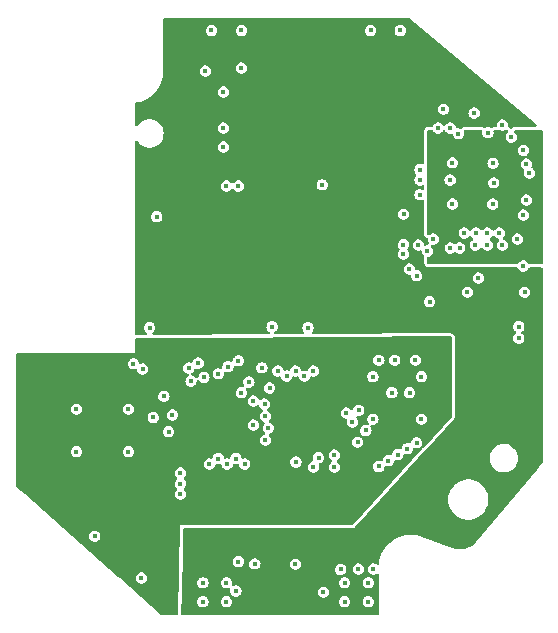
<source format=gbr>
%TF.GenerationSoftware,KiCad,Pcbnew,(7.0.0)*%
%TF.CreationDate,2023-05-27T11:20:30+01:00*%
%TF.ProjectId,left_main,6c656674-5f6d-4616-996e-2e6b69636164,rev?*%
%TF.SameCoordinates,Original*%
%TF.FileFunction,Copper,L3,Inr*%
%TF.FilePolarity,Positive*%
%FSLAX46Y46*%
G04 Gerber Fmt 4.6, Leading zero omitted, Abs format (unit mm)*
G04 Created by KiCad (PCBNEW (7.0.0)) date 2023-05-27 11:20:30*
%MOMM*%
%LPD*%
G01*
G04 APERTURE LIST*
%TA.AperFunction,ViaPad*%
%ADD10C,0.450000*%
%TD*%
G04 APERTURE END LIST*
D10*
%TO.N,+3V3*%
X82000000Y-52800000D03*
X72000000Y-77400000D03*
X78000000Y-46535000D03*
X81200000Y-52800000D03*
X76500000Y-32000000D03*
X65786000Y-33782000D03*
%TO.N,GND*%
X85563914Y-41079448D03*
X75400000Y-62750000D03*
X85547496Y-44527343D03*
X78000000Y-45400000D03*
X57100000Y-45600000D03*
X66862944Y-54912444D03*
X79500000Y-62750000D03*
X75400000Y-59150000D03*
X88126001Y-49771300D03*
X81367000Y-36507000D03*
X63000000Y-76600000D03*
X74200000Y-62000000D03*
X50300000Y-61900000D03*
X80200000Y-52800000D03*
X59815500Y-58420000D03*
X66294000Y-64516000D03*
X71200000Y-77400000D03*
X77705627Y-29840795D03*
X69900000Y-55000000D03*
X79500000Y-59150000D03*
X63000000Y-78200000D03*
X73000000Y-76600000D03*
X87750000Y-54902500D03*
X66000000Y-58400000D03*
X84328000Y-50800000D03*
X55800000Y-76200000D03*
X85630500Y-42740500D03*
X63800000Y-77300000D03*
X81930926Y-42490500D03*
X54700000Y-61900000D03*
X61000000Y-76600000D03*
X51850000Y-72650000D03*
X61000000Y-78200000D03*
X64262000Y-60500000D03*
X82124228Y-41046611D03*
X50300000Y-65500000D03*
X75000000Y-78200000D03*
X82132438Y-44527343D03*
X61214000Y-33274000D03*
X58100000Y-63800000D03*
X71100000Y-42900000D03*
X54700000Y-65500000D03*
X73000000Y-78200000D03*
X75000000Y-76600000D03*
X62738000Y-38100000D03*
X66657894Y-60100000D03*
X62738000Y-35052000D03*
X72129131Y-66802000D03*
X56500000Y-55000000D03*
%TO.N,Net-(U2-VDDCORE)*%
X79380500Y-42490500D03*
%TO.N,Net-(U2-PA00{slash}EINT0{slash}SERCOM1.0)*%
X80918500Y-38090500D03*
%TO.N,Net-(U2-PA01{slash}EINT1{slash}SERCOM1.1)*%
X81934500Y-38090500D03*
%TO.N,+BATT*%
X88250000Y-52000000D03*
%TO.N,VBUS*%
X72675900Y-75469900D03*
X83400000Y-52000000D03*
%TO.N,VDD*%
X82100000Y-49300000D03*
X79380500Y-41615500D03*
X83598000Y-38590500D03*
X88392000Y-42926000D03*
X80730500Y-46190500D03*
%TO.N,Net-(IC1-MICL)*%
X68100000Y-59100000D03*
%TO.N,Net-(IC1-MICR)*%
X69600000Y-59100000D03*
%TO.N,Net-(IC1-MICS)*%
X68850000Y-58674000D03*
%TO.N,Net-(IC1-MICACL)*%
X67355000Y-58674000D03*
%TO.N,Net-(IC1-MICACR)*%
X70358000Y-58674000D03*
%TO.N,/AOHPR*%
X64000000Y-43000000D03*
%TO.N,+1V8*%
X80200000Y-56800000D03*
X78400000Y-56800000D03*
X73025000Y-65659000D03*
X78400000Y-56000000D03*
X59600000Y-60500000D03*
X80200000Y-56000000D03*
%TO.N,/HP_driver_L/vneg*%
X60600000Y-58000000D03*
X70358000Y-66802000D03*
%TO.N,Net-(IC1-CPN)*%
X70806050Y-66000000D03*
%TO.N,Net-(IC1-CPP)*%
X72136000Y-65786000D03*
%TO.N,/FB_QMIC_R*%
X75900000Y-57750000D03*
%TO.N,/FB_IOP1_R*%
X77250000Y-57750000D03*
%TO.N,/FB_QOP1_R*%
X77000000Y-60500000D03*
%TO.N,/FB_IOP2_R*%
X79000000Y-57750000D03*
%TO.N,/FB_QOP2_R*%
X78500000Y-60500000D03*
%TO.N,/FF_QOP1_R*%
X68877500Y-66377500D03*
X59100000Y-69100000D03*
X73660000Y-62992000D03*
%TO.N,/FF_IOP1_R*%
X59100000Y-68200000D03*
%TO.N,/FF_QMIC_R*%
X59100000Y-67300000D03*
%TO.N,/FB_QMIC_L*%
X75900000Y-66750000D03*
%TO.N,/FB_IOP1_L*%
X76700000Y-66250000D03*
%TO.N,/FB_QOP1_L*%
X77500000Y-65750000D03*
%TO.N,/FB_IOP2_L*%
X78300000Y-65250000D03*
%TO.N,/AOHPL*%
X63000000Y-43000000D03*
%TO.N,Net-(IC2-MICL)*%
X63802500Y-66082500D03*
%TO.N,Net-(IC2-MICACL)*%
X64546428Y-66548000D03*
%TO.N,Net-(IC2-MICS)*%
X63052500Y-66548000D03*
%TO.N,Net-(IC2-MICACR)*%
X61550000Y-66548000D03*
%TO.N,Net-(IC2-CPN)*%
X61098041Y-59212687D03*
%TO.N,Net-(IC2-CPP)*%
X59996884Y-59517929D03*
%TO.N,Net-(IC2-MICR)*%
X62302500Y-66082500D03*
%TO.N,/FB_QOP2_L*%
X79100000Y-64750000D03*
%TO.N,/FF_QOP1_L*%
X58420000Y-62386405D03*
X62300000Y-58900000D03*
%TO.N,/FF_IOP1_L*%
X63125000Y-58300000D03*
%TO.N,/FF_QMIC_L*%
X64000000Y-57800000D03*
%TO.N,/AREF*%
X82630500Y-38590500D03*
%TO.N,Net-(U8-OUT)*%
X64262000Y-33020000D03*
%TO.N,Net-(IC1-LINR)*%
X66548000Y-63500000D03*
%TO.N,Net-(IC1-QLINR)*%
X66294000Y-62500000D03*
%TO.N,/I2C_SDA*%
X66228000Y-61468000D03*
X84063188Y-48006000D03*
X64900000Y-59600000D03*
X79100000Y-50600000D03*
%TO.N,/I2C_SCL*%
X78486000Y-50038000D03*
X83130500Y-46990500D03*
%TO.N,/HP_R_-*%
X73152000Y-62230000D03*
%TO.N,/HP_R_+*%
X74800000Y-63700000D03*
%TO.N,/audio_in_R*%
X74100000Y-64700000D03*
%TO.N,Net-(IC2-LINR)*%
X65278000Y-61214000D03*
%TO.N,Net-(IC2-QLINR)*%
X65278000Y-63246000D03*
%TO.N,/HP_L_-*%
X55900000Y-58500000D03*
%TO.N,/HP_L_+*%
X55118000Y-58054974D03*
%TO.N,/audio_in_L*%
X56800000Y-62600000D03*
X57700000Y-60800000D03*
X64000000Y-74800000D03*
%TO.N,/D2*%
X88392000Y-44196000D03*
X68834000Y-75021000D03*
X75438000Y-75438000D03*
%TO.N,/ANC_PBO*%
X84130500Y-46990500D03*
%TO.N,/ANC_OFF*%
X85090000Y-48006000D03*
%TO.N,/ANC_ON*%
X85090000Y-46990000D03*
%TO.N,/D10*%
X86360000Y-48006000D03*
%TO.N,/USB_D+*%
X81948000Y-48260000D03*
%TO.N,/USB_D-*%
X82748000Y-48260000D03*
%TO.N,/D11*%
X74168000Y-75438000D03*
X65400000Y-75000000D03*
X87630000Y-47498000D03*
%TO.N,/D3*%
X75205627Y-29840795D03*
%TO.N,/A4*%
X64262000Y-29840795D03*
%TO.N,/D13*%
X86106000Y-46990000D03*
%TO.N,/BAT_V_SENSE*%
X87108140Y-38852500D03*
%TO.N,Net-(U3-PROG)*%
X87750000Y-55902500D03*
%TO.N,/~{RESET}*%
X79380500Y-43740500D03*
X62738000Y-39700000D03*
%TO.N,/BM83_UART_RX*%
X80518000Y-47498000D03*
X88392000Y-41148000D03*
%TO.N,/BM83_UART_TX*%
X88646000Y-41910000D03*
X79248000Y-48006000D03*
%TO.N,/BM83_PROG_EN*%
X86360000Y-37846000D03*
X77978000Y-47960000D03*
%TO.N,/A2*%
X61722000Y-29840795D03*
%TO.N,/A3*%
X85130500Y-38490500D03*
X83966500Y-36820500D03*
%TO.N,/D4*%
X77978000Y-48768000D03*
X88138000Y-39990500D03*
%TO.N,/3V3_EN*%
X80010000Y-48514000D03*
X88138000Y-45466000D03*
%TD*%
%TA.AperFunction,Conductor*%
%TO.N,+3V3*%
G36*
X78387149Y-28759217D02*
G01*
X78424331Y-28780570D01*
X89210816Y-37775266D01*
X89246258Y-37823767D01*
X89254746Y-37883235D01*
X89234288Y-37939714D01*
X89189684Y-37979950D01*
X89131402Y-37994500D01*
X87472451Y-37994500D01*
X87468514Y-37995008D01*
X87468509Y-37995009D01*
X87411453Y-38002382D01*
X87411450Y-38002382D01*
X87407500Y-38002893D01*
X87403639Y-38003907D01*
X87403638Y-38003908D01*
X87350394Y-38017902D01*
X87350378Y-38017906D01*
X87346525Y-38018920D01*
X87342826Y-38020421D01*
X87342818Y-38020424D01*
X87293392Y-38040486D01*
X87285838Y-38043552D01*
X87279453Y-38048331D01*
X87279447Y-38048335D01*
X87236600Y-38080410D01*
X87236590Y-38080418D01*
X87233406Y-38082802D01*
X87230555Y-38085572D01*
X87230543Y-38085583D01*
X87194561Y-38120554D01*
X87139664Y-38151557D01*
X87076616Y-38151557D01*
X87021719Y-38120554D01*
X86985736Y-38085583D01*
X86985731Y-38085579D01*
X86982874Y-38082802D01*
X86962110Y-38067258D01*
X86936832Y-38048335D01*
X86936829Y-38048333D01*
X86930442Y-38043552D01*
X86916532Y-38037906D01*
X86908427Y-38034616D01*
X86863707Y-38003564D01*
X86836598Y-37956349D01*
X86832327Y-37902077D01*
X86840390Y-37846000D01*
X86820931Y-37710658D01*
X86764130Y-37586282D01*
X86674589Y-37482945D01*
X86667135Y-37478154D01*
X86667132Y-37478152D01*
X86567020Y-37413815D01*
X86567017Y-37413813D01*
X86559561Y-37409022D01*
X86551055Y-37406524D01*
X86551052Y-37406523D01*
X86472339Y-37383411D01*
X86428367Y-37370500D01*
X86291633Y-37370500D01*
X86283122Y-37372998D01*
X86283122Y-37372999D01*
X86168947Y-37406523D01*
X86168941Y-37406525D01*
X86160439Y-37409022D01*
X86152985Y-37413812D01*
X86152979Y-37413815D01*
X86052867Y-37478152D01*
X86052860Y-37478157D01*
X86045411Y-37482945D01*
X86039609Y-37489639D01*
X86039604Y-37489645D01*
X85961678Y-37579578D01*
X85961675Y-37579582D01*
X85955870Y-37586282D01*
X85952188Y-37594344D01*
X85952185Y-37594349D01*
X85902754Y-37702588D01*
X85899069Y-37710658D01*
X85897807Y-37719431D01*
X85897806Y-37719437D01*
X85881798Y-37830782D01*
X85879610Y-37846000D01*
X85880872Y-37854775D01*
X85880872Y-37863647D01*
X85879044Y-37863647D01*
X85870650Y-37922015D01*
X85824895Y-37974816D01*
X85757857Y-37994500D01*
X85719415Y-37994500D01*
X85716135Y-37994852D01*
X85716127Y-37994853D01*
X85668402Y-37999984D01*
X85668397Y-37999984D01*
X85665102Y-38000339D01*
X85661861Y-38001043D01*
X85661855Y-38001045D01*
X85616837Y-38010838D01*
X85616822Y-38010842D01*
X85613591Y-38011545D01*
X85610453Y-38012589D01*
X85610440Y-38012593D01*
X85568073Y-38026695D01*
X85568067Y-38026697D01*
X85561766Y-38028795D01*
X85556055Y-38032182D01*
X85556049Y-38032186D01*
X85517649Y-38054969D01*
X85517636Y-38054977D01*
X85514792Y-38056665D01*
X85512142Y-38058648D01*
X85512134Y-38058654D01*
X85500637Y-38067261D01*
X85455561Y-38088496D01*
X85405766Y-38090274D01*
X85359290Y-38072306D01*
X85337522Y-38058316D01*
X85337517Y-38058313D01*
X85330061Y-38053522D01*
X85321555Y-38051024D01*
X85321552Y-38051023D01*
X85242839Y-38027911D01*
X85198867Y-38015000D01*
X85062133Y-38015000D01*
X85053622Y-38017498D01*
X85053622Y-38017499D01*
X84939448Y-38051023D01*
X84939444Y-38051024D01*
X84930939Y-38053522D01*
X84923478Y-38058316D01*
X84923475Y-38058318D01*
X84901705Y-38072308D01*
X84855230Y-38090275D01*
X84805434Y-38088495D01*
X84760359Y-38067258D01*
X84746208Y-38056665D01*
X84743354Y-38054971D01*
X84743350Y-38054969D01*
X84704950Y-38032186D01*
X84704947Y-38032184D01*
X84699234Y-38028795D01*
X84692929Y-38026696D01*
X84692926Y-38026695D01*
X84650559Y-38012593D01*
X84650550Y-38012590D01*
X84647409Y-38011545D01*
X84644173Y-38010841D01*
X84644162Y-38010838D01*
X84599144Y-38001045D01*
X84599141Y-38001044D01*
X84595898Y-38000339D01*
X84592599Y-37999984D01*
X84592597Y-37999984D01*
X84544872Y-37994853D01*
X84544865Y-37994852D01*
X84541585Y-37994500D01*
X83190686Y-37994500D01*
X83186843Y-37994982D01*
X83186838Y-37994983D01*
X83131340Y-38001954D01*
X83131331Y-38001955D01*
X83127499Y-38002437D01*
X83123756Y-38003392D01*
X83123747Y-38003394D01*
X83071828Y-38016646D01*
X83071823Y-38016647D01*
X83068072Y-38017605D01*
X83064476Y-38019019D01*
X83064466Y-38019023D01*
X83016029Y-38038080D01*
X83016021Y-38038083D01*
X83008811Y-38040921D01*
X83002520Y-38045457D01*
X83002517Y-38045459D01*
X82960299Y-38075903D01*
X82957157Y-38078169D01*
X82954331Y-38080799D01*
X82954325Y-38080805D01*
X82916833Y-38115711D01*
X82860854Y-38145632D01*
X82797404Y-38143932D01*
X82707380Y-38117499D01*
X82707375Y-38117498D01*
X82698867Y-38115000D01*
X82562133Y-38115000D01*
X82553622Y-38117499D01*
X82544845Y-38118761D01*
X82544332Y-38115199D01*
X82491569Y-38115143D01*
X82432858Y-38077358D01*
X82403868Y-38013842D01*
X82403688Y-38012593D01*
X82395431Y-37955158D01*
X82338630Y-37830782D01*
X82270196Y-37751804D01*
X82254895Y-37734145D01*
X82254893Y-37734143D01*
X82249089Y-37727445D01*
X82241635Y-37722654D01*
X82241632Y-37722652D01*
X82141520Y-37658315D01*
X82141517Y-37658313D01*
X82134061Y-37653522D01*
X82125555Y-37651024D01*
X82125552Y-37651023D01*
X82035221Y-37624500D01*
X82002867Y-37615000D01*
X81866133Y-37615000D01*
X81857622Y-37617498D01*
X81857622Y-37617499D01*
X81743447Y-37651023D01*
X81743441Y-37651025D01*
X81734939Y-37653522D01*
X81727485Y-37658312D01*
X81727479Y-37658315D01*
X81627367Y-37722652D01*
X81627360Y-37722657D01*
X81619911Y-37727445D01*
X81614109Y-37734139D01*
X81614104Y-37734145D01*
X81536448Y-37823767D01*
X81530370Y-37830782D01*
X81528736Y-37834359D01*
X81485926Y-37874217D01*
X81426500Y-37889384D01*
X81367074Y-37874217D01*
X81324263Y-37834359D01*
X81322630Y-37830782D01*
X81254196Y-37751804D01*
X81238895Y-37734145D01*
X81238893Y-37734143D01*
X81233089Y-37727445D01*
X81225635Y-37722654D01*
X81225632Y-37722652D01*
X81125520Y-37658315D01*
X81125517Y-37658313D01*
X81118061Y-37653522D01*
X81109555Y-37651024D01*
X81109552Y-37651023D01*
X81019221Y-37624500D01*
X80986867Y-37615000D01*
X80850133Y-37615000D01*
X80841622Y-37617498D01*
X80841622Y-37617499D01*
X80727447Y-37651023D01*
X80727441Y-37651025D01*
X80718939Y-37653522D01*
X80711485Y-37658312D01*
X80711479Y-37658315D01*
X80611367Y-37722652D01*
X80611360Y-37722657D01*
X80603911Y-37727445D01*
X80598109Y-37734139D01*
X80598104Y-37734145D01*
X80520178Y-37824078D01*
X80520177Y-37824080D01*
X80514370Y-37830782D01*
X80510688Y-37838844D01*
X80510685Y-37838849D01*
X80472706Y-37922012D01*
X80426951Y-37974816D01*
X80359912Y-37994500D01*
X80124000Y-37994500D01*
X80119984Y-37995028D01*
X80119979Y-37995029D01*
X80061896Y-38002676D01*
X80061894Y-38002676D01*
X80057871Y-38003206D01*
X80053967Y-38004251D01*
X80053952Y-38004255D01*
X79999780Y-38018771D01*
X79999771Y-38018773D01*
X79995871Y-38019819D01*
X79992142Y-38021363D01*
X79992132Y-38021367D01*
X79941758Y-38042233D01*
X79941751Y-38042236D01*
X79934250Y-38045344D01*
X79927808Y-38050286D01*
X79927801Y-38050291D01*
X79888550Y-38080410D01*
X79881334Y-38085947D01*
X79878462Y-38088818D01*
X79878454Y-38088826D01*
X79838826Y-38128454D01*
X79838818Y-38128462D01*
X79835947Y-38131334D01*
X79833470Y-38134560D01*
X79833470Y-38134562D01*
X79800291Y-38177801D01*
X79800286Y-38177808D01*
X79795344Y-38184250D01*
X79792236Y-38191751D01*
X79792233Y-38191758D01*
X79771367Y-38242132D01*
X79771363Y-38242142D01*
X79769819Y-38245871D01*
X79768773Y-38249771D01*
X79768771Y-38249780D01*
X79754255Y-38303952D01*
X79754251Y-38303967D01*
X79753206Y-38307871D01*
X79752676Y-38311894D01*
X79752676Y-38311896D01*
X79745498Y-38366421D01*
X79744500Y-38374000D01*
X79744500Y-38378053D01*
X79744500Y-41062059D01*
X79729331Y-41121488D01*
X79687536Y-41166376D01*
X79629340Y-41185743D01*
X79580527Y-41176933D01*
X79580061Y-41178522D01*
X79448867Y-41140000D01*
X79312133Y-41140000D01*
X79303622Y-41142498D01*
X79303622Y-41142499D01*
X79189447Y-41176023D01*
X79189441Y-41176025D01*
X79180939Y-41178522D01*
X79173485Y-41183312D01*
X79173479Y-41183315D01*
X79073367Y-41247652D01*
X79073360Y-41247657D01*
X79065911Y-41252445D01*
X79060109Y-41259139D01*
X79060104Y-41259145D01*
X78982178Y-41349078D01*
X78982175Y-41349082D01*
X78976370Y-41355782D01*
X78972688Y-41363844D01*
X78972685Y-41363849D01*
X78923254Y-41472088D01*
X78919569Y-41480158D01*
X78918307Y-41488931D01*
X78918306Y-41488937D01*
X78901372Y-41606722D01*
X78900110Y-41615500D01*
X78901372Y-41624278D01*
X78918306Y-41742062D01*
X78918307Y-41742066D01*
X78919569Y-41750842D01*
X78976370Y-41875218D01*
X78982177Y-41881920D01*
X78982178Y-41881921D01*
X79060056Y-41971798D01*
X79086848Y-42023766D01*
X79086848Y-42082234D01*
X79060056Y-42134202D01*
X78982178Y-42224078D01*
X78982175Y-42224082D01*
X78976370Y-42230782D01*
X78972688Y-42238844D01*
X78972685Y-42238849D01*
X78923254Y-42347088D01*
X78919569Y-42355158D01*
X78918307Y-42363931D01*
X78918306Y-42363937D01*
X78901372Y-42481722D01*
X78900110Y-42490500D01*
X78901372Y-42499278D01*
X78918306Y-42617062D01*
X78918307Y-42617066D01*
X78919569Y-42625842D01*
X78923253Y-42633910D01*
X78923254Y-42633911D01*
X78968770Y-42733578D01*
X78976370Y-42750218D01*
X78982177Y-42756920D01*
X78982178Y-42756921D01*
X79060104Y-42846854D01*
X79060106Y-42846856D01*
X79065911Y-42853555D01*
X79073365Y-42858345D01*
X79073367Y-42858347D01*
X79173479Y-42922684D01*
X79180939Y-42927478D01*
X79312133Y-42966000D01*
X79439997Y-42966000D01*
X79448867Y-42966000D01*
X79580061Y-42927478D01*
X79580527Y-42929066D01*
X79629340Y-42920257D01*
X79687536Y-42939624D01*
X79729331Y-42984512D01*
X79744500Y-43043941D01*
X79744500Y-43187059D01*
X79729331Y-43246488D01*
X79687536Y-43291376D01*
X79629340Y-43310743D01*
X79580527Y-43301933D01*
X79580061Y-43303522D01*
X79448867Y-43265000D01*
X79312133Y-43265000D01*
X79303622Y-43267498D01*
X79303622Y-43267499D01*
X79189447Y-43301023D01*
X79189441Y-43301025D01*
X79180939Y-43303522D01*
X79173485Y-43308312D01*
X79173479Y-43308315D01*
X79073367Y-43372652D01*
X79073360Y-43372657D01*
X79065911Y-43377445D01*
X79060109Y-43384139D01*
X79060104Y-43384145D01*
X78982178Y-43474078D01*
X78982175Y-43474082D01*
X78976370Y-43480782D01*
X78972688Y-43488844D01*
X78972685Y-43488849D01*
X78923254Y-43597088D01*
X78919569Y-43605158D01*
X78918307Y-43613931D01*
X78918306Y-43613937D01*
X78901372Y-43731722D01*
X78900110Y-43740500D01*
X78901372Y-43749278D01*
X78918306Y-43867062D01*
X78918307Y-43867066D01*
X78919569Y-43875842D01*
X78976370Y-44000218D01*
X78982177Y-44006920D01*
X78982178Y-44006921D01*
X79060104Y-44096854D01*
X79060106Y-44096856D01*
X79065911Y-44103555D01*
X79073365Y-44108345D01*
X79073367Y-44108347D01*
X79173479Y-44172684D01*
X79180939Y-44177478D01*
X79312133Y-44216000D01*
X79439997Y-44216000D01*
X79448867Y-44216000D01*
X79580061Y-44177478D01*
X79580527Y-44179066D01*
X79629340Y-44170257D01*
X79687536Y-44189624D01*
X79729331Y-44234512D01*
X79744500Y-44293941D01*
X79744500Y-44527342D01*
X79744500Y-45466000D01*
X79744500Y-46990500D01*
X79744500Y-47041350D01*
X79744902Y-47044857D01*
X79744903Y-47044867D01*
X79750736Y-47095700D01*
X79751140Y-47099221D01*
X79751944Y-47102678D01*
X79763061Y-47150487D01*
X79763064Y-47150497D01*
X79763863Y-47153933D01*
X79783438Y-47208795D01*
X79787271Y-47214759D01*
X79787272Y-47214761D01*
X79813019Y-47254824D01*
X79813024Y-47254832D01*
X79814931Y-47257798D01*
X79850489Y-47301283D01*
X79892262Y-47341880D01*
X79898328Y-47345537D01*
X79898331Y-47345540D01*
X79929228Y-47364170D01*
X79942145Y-47371959D01*
X79966384Y-47383028D01*
X80004614Y-47410251D01*
X80029989Y-47449735D01*
X80038328Y-47493002D01*
X80037610Y-47498000D01*
X80038872Y-47506778D01*
X80055806Y-47624562D01*
X80055807Y-47624566D01*
X80057069Y-47633342D01*
X80060753Y-47641410D01*
X80060754Y-47641411D01*
X80110186Y-47749653D01*
X80110188Y-47749657D01*
X80113870Y-47757718D01*
X80119675Y-47764417D01*
X80120241Y-47765298D01*
X80139846Y-47827911D01*
X80124757Y-47891764D01*
X80097147Y-47942326D01*
X80095765Y-47945801D01*
X80095755Y-47945823D01*
X80089993Y-47960317D01*
X80063277Y-48001345D01*
X80022764Y-48028835D01*
X79974768Y-48038500D01*
X79941633Y-48038500D01*
X79933128Y-48040997D01*
X79933123Y-48040998D01*
X79878816Y-48056944D01*
X79808947Y-48056943D01*
X79750169Y-48019168D01*
X79721145Y-47955612D01*
X79711965Y-47891764D01*
X79708931Y-47870658D01*
X79652130Y-47746282D01*
X79562589Y-47642945D01*
X79555135Y-47638154D01*
X79555132Y-47638152D01*
X79455020Y-47573815D01*
X79455017Y-47573813D01*
X79447561Y-47569022D01*
X79439055Y-47566524D01*
X79439052Y-47566523D01*
X79360339Y-47543411D01*
X79316367Y-47530500D01*
X79179633Y-47530500D01*
X79171122Y-47532998D01*
X79171122Y-47532999D01*
X79056947Y-47566523D01*
X79056941Y-47566525D01*
X79048439Y-47569022D01*
X79040985Y-47573812D01*
X79040979Y-47573815D01*
X78940867Y-47638152D01*
X78940860Y-47638157D01*
X78933411Y-47642945D01*
X78927609Y-47649639D01*
X78927604Y-47649645D01*
X78849678Y-47739578D01*
X78849675Y-47739582D01*
X78843870Y-47746282D01*
X78840188Y-47754344D01*
X78840185Y-47754349D01*
X78790754Y-47862588D01*
X78787069Y-47870658D01*
X78785807Y-47879431D01*
X78785806Y-47879437D01*
X78768872Y-47997222D01*
X78767610Y-48006000D01*
X78768872Y-48014778D01*
X78785806Y-48132562D01*
X78785807Y-48132566D01*
X78787069Y-48141342D01*
X78790753Y-48149410D01*
X78790754Y-48149411D01*
X78825921Y-48226417D01*
X78843870Y-48265718D01*
X78849677Y-48272420D01*
X78849678Y-48272421D01*
X78927604Y-48362354D01*
X78927606Y-48362356D01*
X78933411Y-48369055D01*
X78940865Y-48373845D01*
X78940867Y-48373847D01*
X79040979Y-48438184D01*
X79048439Y-48442978D01*
X79179633Y-48481500D01*
X79307497Y-48481500D01*
X79316367Y-48481500D01*
X79379181Y-48463055D01*
X79431763Y-48459295D01*
X79481155Y-48477717D01*
X79518431Y-48514993D01*
X79536854Y-48564386D01*
X79547806Y-48640562D01*
X79547807Y-48640566D01*
X79549069Y-48649342D01*
X79552753Y-48657410D01*
X79552754Y-48657411D01*
X79599249Y-48759222D01*
X79605870Y-48773718D01*
X79611677Y-48780420D01*
X79611678Y-48780421D01*
X79689604Y-48870354D01*
X79689606Y-48870356D01*
X79695411Y-48877055D01*
X79704374Y-48882815D01*
X79707443Y-48885811D01*
X79709576Y-48887660D01*
X79709465Y-48887786D01*
X79740025Y-48917626D01*
X79759096Y-48963662D01*
X79758504Y-49013488D01*
X79751044Y-49047780D01*
X79751042Y-49047789D01*
X79750339Y-49051023D01*
X79744500Y-49105336D01*
X79744500Y-49526000D01*
X79753206Y-49592129D01*
X79754252Y-49596034D01*
X79754255Y-49596047D01*
X79768771Y-49650219D01*
X79769819Y-49654129D01*
X79771365Y-49657861D01*
X79771367Y-49657867D01*
X79792233Y-49708241D01*
X79792235Y-49708244D01*
X79795344Y-49715750D01*
X79800289Y-49722194D01*
X79800291Y-49722198D01*
X79816517Y-49743344D01*
X79835947Y-49768666D01*
X79881334Y-49814053D01*
X79914619Y-49839593D01*
X79927801Y-49849708D01*
X79927803Y-49849709D01*
X79934250Y-49854656D01*
X79995871Y-49880181D01*
X80057871Y-49896794D01*
X80124000Y-49905500D01*
X87576016Y-49905500D01*
X87578968Y-49905500D01*
X87579422Y-49905456D01*
X87627138Y-49912701D01*
X87668866Y-49938133D01*
X87697527Y-49977713D01*
X87721871Y-50031018D01*
X87727678Y-50037720D01*
X87727679Y-50037721D01*
X87805605Y-50127654D01*
X87805607Y-50127656D01*
X87811412Y-50134355D01*
X87818866Y-50139145D01*
X87818868Y-50139147D01*
X87918980Y-50203484D01*
X87926440Y-50208278D01*
X88057634Y-50246800D01*
X88185498Y-50246800D01*
X88194368Y-50246800D01*
X88325562Y-50208278D01*
X88440590Y-50134355D01*
X88530131Y-50031018D01*
X88554475Y-49977711D01*
X88583134Y-49938135D01*
X88624862Y-49912702D01*
X88672578Y-49905456D01*
X88673034Y-49905500D01*
X88675985Y-49905500D01*
X89650332Y-49905500D01*
X89712332Y-49922113D01*
X89757719Y-49967500D01*
X89774332Y-50029500D01*
X89774332Y-66353968D01*
X89766854Y-66396379D01*
X89745322Y-66433673D01*
X89256320Y-67016444D01*
X84131987Y-73123385D01*
X84126361Y-73129644D01*
X83965910Y-73296439D01*
X83953455Y-73307742D01*
X83775208Y-73448680D01*
X83761336Y-73458194D01*
X83565657Y-73573710D01*
X83550627Y-73581258D01*
X83341117Y-73669231D01*
X83325203Y-73674676D01*
X83105713Y-73733487D01*
X83089208Y-73736728D01*
X82863784Y-73765293D01*
X82846993Y-73766271D01*
X82619775Y-73764066D01*
X82603006Y-73762763D01*
X82378171Y-73729829D01*
X82361732Y-73726268D01*
X82139078Y-73661954D01*
X82131077Y-73659345D01*
X82097845Y-73647249D01*
X82098682Y-73644946D01*
X82098681Y-73644945D01*
X82097843Y-73647249D01*
X79517584Y-72708110D01*
X79517525Y-72708079D01*
X79517533Y-72708060D01*
X79374072Y-72655903D01*
X79370681Y-72655087D01*
X79080649Y-72585298D01*
X79080638Y-72585296D01*
X79077247Y-72584480D01*
X79073784Y-72584051D01*
X79073772Y-72584049D01*
X78777741Y-72547392D01*
X78777733Y-72547391D01*
X78774265Y-72546962D01*
X78770759Y-72546926D01*
X78472493Y-72543864D01*
X78468984Y-72543828D01*
X78465503Y-72544186D01*
X78465495Y-72544187D01*
X78168777Y-72574758D01*
X78168772Y-72574758D01*
X78165295Y-72575117D01*
X78161877Y-72575865D01*
X78161874Y-72575866D01*
X77870491Y-72639679D01*
X77870472Y-72639684D01*
X77867067Y-72640430D01*
X77863754Y-72641559D01*
X77863748Y-72641561D01*
X77581425Y-72737802D01*
X77581421Y-72737803D01*
X77578099Y-72738936D01*
X77574921Y-72740437D01*
X77574918Y-72740439D01*
X77305236Y-72867884D01*
X77305225Y-72867889D01*
X77302072Y-72869380D01*
X77299114Y-72871211D01*
X77299102Y-72871218D01*
X77045472Y-73028261D01*
X77045461Y-73028268D01*
X77042505Y-73030099D01*
X77039768Y-73032255D01*
X77039763Y-73032259D01*
X76805459Y-73216873D01*
X76805451Y-73216879D01*
X76802702Y-73219046D01*
X76800209Y-73221512D01*
X76800205Y-73221517D01*
X76588211Y-73431347D01*
X76588199Y-73431360D01*
X76585721Y-73433813D01*
X76583530Y-73436534D01*
X76583527Y-73436539D01*
X76396518Y-73668939D01*
X76396513Y-73668945D01*
X76394325Y-73671665D01*
X76392461Y-73674606D01*
X76392452Y-73674620D01*
X76334344Y-73766353D01*
X76230953Y-73929571D01*
X76229425Y-73932719D01*
X76229419Y-73932731D01*
X76115375Y-74167784D01*
X76097685Y-74204245D01*
X76096527Y-74207531D01*
X76096520Y-74207548D01*
X76017376Y-74432152D01*
X75996221Y-74492188D01*
X75995439Y-74495589D01*
X75995439Y-74495591D01*
X75928636Y-74786320D01*
X75928633Y-74786332D01*
X75927853Y-74789731D01*
X75927458Y-74793207D01*
X75927458Y-74793212D01*
X75908272Y-74962388D01*
X75885969Y-75020483D01*
X75838253Y-75060427D01*
X75777141Y-75072162D01*
X75718023Y-75052731D01*
X75645020Y-75005815D01*
X75645017Y-75005813D01*
X75637561Y-75001022D01*
X75629055Y-74998524D01*
X75629052Y-74998523D01*
X75550339Y-74975411D01*
X75506367Y-74962500D01*
X75369633Y-74962500D01*
X75361122Y-74964998D01*
X75361122Y-74964999D01*
X75246947Y-74998523D01*
X75246941Y-74998525D01*
X75238439Y-75001022D01*
X75230985Y-75005812D01*
X75230979Y-75005815D01*
X75130867Y-75070152D01*
X75130860Y-75070157D01*
X75123411Y-75074945D01*
X75117609Y-75081639D01*
X75117604Y-75081645D01*
X75039678Y-75171578D01*
X75039675Y-75171582D01*
X75033870Y-75178282D01*
X75030188Y-75186344D01*
X75030185Y-75186349D01*
X74982603Y-75290540D01*
X74977069Y-75302658D01*
X74975807Y-75311431D01*
X74975806Y-75311437D01*
X74968385Y-75363055D01*
X74957610Y-75438000D01*
X74958872Y-75446778D01*
X74975806Y-75564562D01*
X74975807Y-75564566D01*
X74977069Y-75573342D01*
X75033870Y-75697718D01*
X75039677Y-75704420D01*
X75039678Y-75704421D01*
X75117604Y-75794354D01*
X75117606Y-75794356D01*
X75123411Y-75801055D01*
X75130865Y-75805845D01*
X75130867Y-75805847D01*
X75230979Y-75870184D01*
X75238439Y-75874978D01*
X75369633Y-75913500D01*
X75497497Y-75913500D01*
X75506367Y-75913500D01*
X75637561Y-75874978D01*
X75702358Y-75833335D01*
X75764972Y-75813731D01*
X75828824Y-75828820D01*
X75876039Y-75874379D01*
X75893397Y-75937652D01*
X75893397Y-79226804D01*
X75876784Y-79288804D01*
X75831397Y-79334191D01*
X75769397Y-79350804D01*
X59296398Y-79350804D01*
X59233548Y-79333696D01*
X59188040Y-79287092D01*
X59172433Y-79223852D01*
X59186407Y-78636978D01*
X59196811Y-78200000D01*
X60519610Y-78200000D01*
X60520872Y-78208778D01*
X60537806Y-78326562D01*
X60537807Y-78326566D01*
X60539069Y-78335342D01*
X60595870Y-78459718D01*
X60601677Y-78466420D01*
X60601678Y-78466421D01*
X60679604Y-78556354D01*
X60679606Y-78556356D01*
X60685411Y-78563055D01*
X60692865Y-78567845D01*
X60692867Y-78567847D01*
X60792979Y-78632184D01*
X60800439Y-78636978D01*
X60931633Y-78675500D01*
X61059497Y-78675500D01*
X61068367Y-78675500D01*
X61199561Y-78636978D01*
X61314589Y-78563055D01*
X61404130Y-78459718D01*
X61460931Y-78335342D01*
X61480390Y-78200000D01*
X62519610Y-78200000D01*
X62520872Y-78208778D01*
X62537806Y-78326562D01*
X62537807Y-78326566D01*
X62539069Y-78335342D01*
X62595870Y-78459718D01*
X62601677Y-78466420D01*
X62601678Y-78466421D01*
X62679604Y-78556354D01*
X62679606Y-78556356D01*
X62685411Y-78563055D01*
X62692865Y-78567845D01*
X62692867Y-78567847D01*
X62792979Y-78632184D01*
X62800439Y-78636978D01*
X62931633Y-78675500D01*
X63059497Y-78675500D01*
X63068367Y-78675500D01*
X63199561Y-78636978D01*
X63314589Y-78563055D01*
X63404130Y-78459718D01*
X63460931Y-78335342D01*
X63480390Y-78200000D01*
X72519610Y-78200000D01*
X72520872Y-78208778D01*
X72537806Y-78326562D01*
X72537807Y-78326566D01*
X72539069Y-78335342D01*
X72595870Y-78459718D01*
X72601677Y-78466420D01*
X72601678Y-78466421D01*
X72679604Y-78556354D01*
X72679606Y-78556356D01*
X72685411Y-78563055D01*
X72692865Y-78567845D01*
X72692867Y-78567847D01*
X72792979Y-78632184D01*
X72800439Y-78636978D01*
X72931633Y-78675500D01*
X73059497Y-78675500D01*
X73068367Y-78675500D01*
X73199561Y-78636978D01*
X73314589Y-78563055D01*
X73404130Y-78459718D01*
X73460931Y-78335342D01*
X73480390Y-78200000D01*
X74519610Y-78200000D01*
X74520872Y-78208778D01*
X74537806Y-78326562D01*
X74537807Y-78326566D01*
X74539069Y-78335342D01*
X74595870Y-78459718D01*
X74601677Y-78466420D01*
X74601678Y-78466421D01*
X74679604Y-78556354D01*
X74679606Y-78556356D01*
X74685411Y-78563055D01*
X74692865Y-78567845D01*
X74692867Y-78567847D01*
X74792979Y-78632184D01*
X74800439Y-78636978D01*
X74931633Y-78675500D01*
X75059497Y-78675500D01*
X75068367Y-78675500D01*
X75199561Y-78636978D01*
X75314589Y-78563055D01*
X75404130Y-78459718D01*
X75460931Y-78335342D01*
X75480390Y-78200000D01*
X75460931Y-78064658D01*
X75404130Y-77940282D01*
X75347997Y-77875500D01*
X75320395Y-77843645D01*
X75320393Y-77843643D01*
X75314589Y-77836945D01*
X75307135Y-77832154D01*
X75307132Y-77832152D01*
X75207020Y-77767815D01*
X75207017Y-77767813D01*
X75199561Y-77763022D01*
X75191055Y-77760524D01*
X75191052Y-77760523D01*
X75094536Y-77732184D01*
X75068367Y-77724500D01*
X74931633Y-77724500D01*
X74923122Y-77726998D01*
X74923122Y-77726999D01*
X74808947Y-77760523D01*
X74808941Y-77760525D01*
X74800439Y-77763022D01*
X74792985Y-77767812D01*
X74792979Y-77767815D01*
X74692867Y-77832152D01*
X74692860Y-77832157D01*
X74685411Y-77836945D01*
X74679609Y-77843639D01*
X74679604Y-77843645D01*
X74601678Y-77933578D01*
X74601675Y-77933582D01*
X74595870Y-77940282D01*
X74592188Y-77948344D01*
X74592185Y-77948349D01*
X74542754Y-78056588D01*
X74539069Y-78064658D01*
X74537807Y-78073431D01*
X74537806Y-78073437D01*
X74520872Y-78191222D01*
X74519610Y-78200000D01*
X73480390Y-78200000D01*
X73460931Y-78064658D01*
X73404130Y-77940282D01*
X73347997Y-77875500D01*
X73320395Y-77843645D01*
X73320393Y-77843643D01*
X73314589Y-77836945D01*
X73307135Y-77832154D01*
X73307132Y-77832152D01*
X73207020Y-77767815D01*
X73207017Y-77767813D01*
X73199561Y-77763022D01*
X73191055Y-77760524D01*
X73191052Y-77760523D01*
X73094536Y-77732184D01*
X73068367Y-77724500D01*
X72931633Y-77724500D01*
X72923122Y-77726998D01*
X72923122Y-77726999D01*
X72808947Y-77760523D01*
X72808941Y-77760525D01*
X72800439Y-77763022D01*
X72792985Y-77767812D01*
X72792979Y-77767815D01*
X72692867Y-77832152D01*
X72692860Y-77832157D01*
X72685411Y-77836945D01*
X72679609Y-77843639D01*
X72679604Y-77843645D01*
X72601678Y-77933578D01*
X72601675Y-77933582D01*
X72595870Y-77940282D01*
X72592188Y-77948344D01*
X72592185Y-77948349D01*
X72542754Y-78056588D01*
X72539069Y-78064658D01*
X72537807Y-78073431D01*
X72537806Y-78073437D01*
X72520872Y-78191222D01*
X72519610Y-78200000D01*
X63480390Y-78200000D01*
X63460931Y-78064658D01*
X63404130Y-77940282D01*
X63324669Y-77848578D01*
X63320091Y-77838555D01*
X63314577Y-77836936D01*
X63207024Y-77767817D01*
X63207018Y-77767814D01*
X63199561Y-77763022D01*
X63191055Y-77760524D01*
X63191052Y-77760523D01*
X63094536Y-77732184D01*
X63068367Y-77724500D01*
X62931633Y-77724500D01*
X62923122Y-77726998D01*
X62923122Y-77726999D01*
X62808947Y-77760523D01*
X62808941Y-77760525D01*
X62800439Y-77763022D01*
X62792985Y-77767812D01*
X62792979Y-77767815D01*
X62692867Y-77832152D01*
X62692860Y-77832157D01*
X62685411Y-77836945D01*
X62679609Y-77843639D01*
X62679604Y-77843645D01*
X62601678Y-77933578D01*
X62601675Y-77933582D01*
X62595870Y-77940282D01*
X62592188Y-77948344D01*
X62592185Y-77948349D01*
X62542754Y-78056588D01*
X62539069Y-78064658D01*
X62537807Y-78073431D01*
X62537806Y-78073437D01*
X62520872Y-78191222D01*
X62519610Y-78200000D01*
X61480390Y-78200000D01*
X61460931Y-78064658D01*
X61404130Y-77940282D01*
X61347997Y-77875500D01*
X61320395Y-77843645D01*
X61320393Y-77843643D01*
X61314589Y-77836945D01*
X61307135Y-77832154D01*
X61307132Y-77832152D01*
X61207020Y-77767815D01*
X61207017Y-77767813D01*
X61199561Y-77763022D01*
X61191055Y-77760524D01*
X61191052Y-77760523D01*
X61094536Y-77732184D01*
X61068367Y-77724500D01*
X60931633Y-77724500D01*
X60923122Y-77726998D01*
X60923122Y-77726999D01*
X60808947Y-77760523D01*
X60808941Y-77760525D01*
X60800439Y-77763022D01*
X60792985Y-77767812D01*
X60792979Y-77767815D01*
X60692867Y-77832152D01*
X60692860Y-77832157D01*
X60685411Y-77836945D01*
X60679609Y-77843639D01*
X60679604Y-77843645D01*
X60601678Y-77933578D01*
X60601675Y-77933582D01*
X60595870Y-77940282D01*
X60592188Y-77948344D01*
X60592185Y-77948349D01*
X60542754Y-78056588D01*
X60539069Y-78064658D01*
X60537807Y-78073431D01*
X60537806Y-78073437D01*
X60520872Y-78191222D01*
X60519610Y-78200000D01*
X59196811Y-78200000D01*
X59234906Y-76600000D01*
X60519610Y-76600000D01*
X60520872Y-76608777D01*
X60520872Y-76608778D01*
X60537806Y-76726562D01*
X60537807Y-76726566D01*
X60539069Y-76735342D01*
X60542753Y-76743410D01*
X60542754Y-76743411D01*
X60580927Y-76826999D01*
X60595870Y-76859718D01*
X60601677Y-76866420D01*
X60601678Y-76866421D01*
X60679604Y-76956354D01*
X60679606Y-76956356D01*
X60685411Y-76963055D01*
X60692865Y-76967845D01*
X60692867Y-76967847D01*
X60792929Y-77032152D01*
X60800439Y-77036978D01*
X60931633Y-77075500D01*
X61059497Y-77075500D01*
X61068367Y-77075500D01*
X61199561Y-77036978D01*
X61314589Y-76963055D01*
X61404130Y-76859718D01*
X61460931Y-76735342D01*
X61480390Y-76600000D01*
X62519610Y-76600000D01*
X62520872Y-76608777D01*
X62520872Y-76608778D01*
X62537806Y-76726562D01*
X62537807Y-76726566D01*
X62539069Y-76735342D01*
X62542753Y-76743410D01*
X62542754Y-76743411D01*
X62580927Y-76826999D01*
X62595870Y-76859718D01*
X62601677Y-76866420D01*
X62601678Y-76866421D01*
X62679604Y-76956354D01*
X62679606Y-76956356D01*
X62685411Y-76963055D01*
X62692865Y-76967845D01*
X62692867Y-76967847D01*
X62792929Y-77032152D01*
X62800439Y-77036978D01*
X62931633Y-77075500D01*
X63059497Y-77075500D01*
X63068367Y-77075500D01*
X63179252Y-77042940D01*
X63240545Y-77040752D01*
X63295389Y-77068205D01*
X63330368Y-77118584D01*
X63336925Y-77179564D01*
X63324691Y-77264658D01*
X63319610Y-77300000D01*
X63320872Y-77308778D01*
X63337806Y-77426562D01*
X63337807Y-77426566D01*
X63339069Y-77435342D01*
X63342753Y-77443410D01*
X63342754Y-77443411D01*
X63388422Y-77543411D01*
X63395870Y-77559718D01*
X63401677Y-77566420D01*
X63401678Y-77566421D01*
X63475328Y-77651418D01*
X63479906Y-77661443D01*
X63485423Y-77663063D01*
X63584911Y-77726999D01*
X63600439Y-77736978D01*
X63731633Y-77775500D01*
X63859497Y-77775500D01*
X63868367Y-77775500D01*
X63999561Y-77736978D01*
X64114589Y-77663055D01*
X64204130Y-77559718D01*
X64260931Y-77435342D01*
X64266012Y-77400000D01*
X70719610Y-77400000D01*
X70720872Y-77408778D01*
X70737806Y-77526562D01*
X70737807Y-77526566D01*
X70739069Y-77535342D01*
X70795870Y-77659718D01*
X70801677Y-77666420D01*
X70801678Y-77666421D01*
X70879604Y-77756354D01*
X70879606Y-77756356D01*
X70885411Y-77763055D01*
X70892865Y-77767845D01*
X70892867Y-77767847D01*
X70992929Y-77832152D01*
X71000439Y-77836978D01*
X71131633Y-77875500D01*
X71259497Y-77875500D01*
X71268367Y-77875500D01*
X71399561Y-77836978D01*
X71514589Y-77763055D01*
X71604130Y-77659718D01*
X71660931Y-77535342D01*
X71680390Y-77400000D01*
X71660931Y-77264658D01*
X71604130Y-77140282D01*
X71547997Y-77075500D01*
X71520395Y-77043645D01*
X71520393Y-77043643D01*
X71514589Y-77036945D01*
X71507135Y-77032154D01*
X71507132Y-77032152D01*
X71407020Y-76967815D01*
X71407017Y-76967813D01*
X71399561Y-76963022D01*
X71391055Y-76960524D01*
X71391052Y-76960523D01*
X71294427Y-76932152D01*
X71268367Y-76924500D01*
X71131633Y-76924500D01*
X71123122Y-76926998D01*
X71123122Y-76926999D01*
X71008947Y-76960523D01*
X71008941Y-76960525D01*
X71000439Y-76963022D01*
X70992985Y-76967812D01*
X70992979Y-76967815D01*
X70892867Y-77032152D01*
X70892860Y-77032157D01*
X70885411Y-77036945D01*
X70879609Y-77043639D01*
X70879604Y-77043645D01*
X70801678Y-77133578D01*
X70801675Y-77133582D01*
X70795870Y-77140282D01*
X70792188Y-77148344D01*
X70792185Y-77148349D01*
X70777930Y-77179564D01*
X70739069Y-77264658D01*
X70737807Y-77273431D01*
X70737806Y-77273437D01*
X70720872Y-77391222D01*
X70719610Y-77400000D01*
X64266012Y-77400000D01*
X64280390Y-77300000D01*
X64260931Y-77164658D01*
X64204130Y-77040282D01*
X64195654Y-77030500D01*
X64120395Y-76943645D01*
X64120393Y-76943643D01*
X64114589Y-76936945D01*
X64107135Y-76932154D01*
X64107132Y-76932152D01*
X64007020Y-76867815D01*
X64007017Y-76867813D01*
X63999561Y-76863022D01*
X63991055Y-76860524D01*
X63991052Y-76860523D01*
X63893208Y-76831794D01*
X63868367Y-76824500D01*
X63731633Y-76824500D01*
X63723125Y-76826998D01*
X63723119Y-76826999D01*
X63620746Y-76857058D01*
X63559453Y-76859247D01*
X63504609Y-76831794D01*
X63469630Y-76781414D01*
X63463074Y-76720434D01*
X63479128Y-76608777D01*
X63480390Y-76600000D01*
X63460931Y-76464658D01*
X63404130Y-76340282D01*
X63314589Y-76236945D01*
X63307135Y-76232154D01*
X63307132Y-76232152D01*
X63207020Y-76167815D01*
X63207017Y-76167813D01*
X63199561Y-76163022D01*
X63191055Y-76160524D01*
X63191052Y-76160523D01*
X63112339Y-76137411D01*
X63068367Y-76124500D01*
X62931633Y-76124500D01*
X62923122Y-76126998D01*
X62923122Y-76126999D01*
X62808947Y-76160523D01*
X62808941Y-76160525D01*
X62800439Y-76163022D01*
X62792985Y-76167812D01*
X62792979Y-76167815D01*
X62692867Y-76232152D01*
X62692860Y-76232157D01*
X62685411Y-76236945D01*
X62679609Y-76243639D01*
X62679604Y-76243645D01*
X62601678Y-76333578D01*
X62601675Y-76333582D01*
X62595870Y-76340282D01*
X62592188Y-76348344D01*
X62592185Y-76348349D01*
X62542754Y-76456588D01*
X62539069Y-76464658D01*
X62537807Y-76473431D01*
X62537806Y-76473437D01*
X62520872Y-76591222D01*
X62519610Y-76600000D01*
X61480390Y-76600000D01*
X61460931Y-76464658D01*
X61404130Y-76340282D01*
X61314589Y-76236945D01*
X61307135Y-76232154D01*
X61307132Y-76232152D01*
X61207020Y-76167815D01*
X61207017Y-76167813D01*
X61199561Y-76163022D01*
X61191055Y-76160524D01*
X61191052Y-76160523D01*
X61112339Y-76137411D01*
X61068367Y-76124500D01*
X60931633Y-76124500D01*
X60923122Y-76126998D01*
X60923122Y-76126999D01*
X60808947Y-76160523D01*
X60808941Y-76160525D01*
X60800439Y-76163022D01*
X60792985Y-76167812D01*
X60792979Y-76167815D01*
X60692867Y-76232152D01*
X60692860Y-76232157D01*
X60685411Y-76236945D01*
X60679609Y-76243639D01*
X60679604Y-76243645D01*
X60601678Y-76333578D01*
X60601675Y-76333582D01*
X60595870Y-76340282D01*
X60592188Y-76348344D01*
X60592185Y-76348349D01*
X60542754Y-76456588D01*
X60539069Y-76464658D01*
X60537807Y-76473431D01*
X60537806Y-76473437D01*
X60520872Y-76591222D01*
X60519610Y-76600000D01*
X59234906Y-76600000D01*
X59277763Y-74800000D01*
X63519610Y-74800000D01*
X63520872Y-74808778D01*
X63537806Y-74926562D01*
X63537807Y-74926566D01*
X63539069Y-74935342D01*
X63542753Y-74943410D01*
X63542754Y-74943411D01*
X63583632Y-75032922D01*
X63595870Y-75059718D01*
X63601677Y-75066420D01*
X63601678Y-75066421D01*
X63679604Y-75156354D01*
X63679606Y-75156356D01*
X63685411Y-75163055D01*
X63692865Y-75167845D01*
X63692867Y-75167847D01*
X63792979Y-75232184D01*
X63800439Y-75236978D01*
X63931633Y-75275500D01*
X64059497Y-75275500D01*
X64068367Y-75275500D01*
X64199561Y-75236978D01*
X64314589Y-75163055D01*
X64404130Y-75059718D01*
X64431402Y-75000000D01*
X64919610Y-75000000D01*
X64920872Y-75008778D01*
X64937806Y-75126562D01*
X64937807Y-75126566D01*
X64939069Y-75135342D01*
X64942753Y-75143410D01*
X64942754Y-75143411D01*
X64986625Y-75239476D01*
X64995870Y-75259718D01*
X65001677Y-75266420D01*
X65001678Y-75266421D01*
X65079604Y-75356354D01*
X65079606Y-75356356D01*
X65085411Y-75363055D01*
X65092865Y-75367845D01*
X65092867Y-75367847D01*
X65188370Y-75429222D01*
X65200439Y-75436978D01*
X65331633Y-75475500D01*
X65459497Y-75475500D01*
X65468367Y-75475500D01*
X65599561Y-75436978D01*
X65714589Y-75363055D01*
X65804130Y-75259718D01*
X65860931Y-75135342D01*
X65877371Y-75021000D01*
X68353610Y-75021000D01*
X68354872Y-75029778D01*
X68371806Y-75147562D01*
X68371807Y-75147566D01*
X68373069Y-75156342D01*
X68376753Y-75164410D01*
X68376754Y-75164411D01*
X68423340Y-75266421D01*
X68429870Y-75280718D01*
X68435677Y-75287420D01*
X68435678Y-75287421D01*
X68513604Y-75377354D01*
X68513606Y-75377356D01*
X68519411Y-75384055D01*
X68526865Y-75388845D01*
X68526867Y-75388847D01*
X68589693Y-75429222D01*
X68634439Y-75457978D01*
X68765633Y-75496500D01*
X68893497Y-75496500D01*
X68902367Y-75496500D01*
X68992958Y-75469900D01*
X72195510Y-75469900D01*
X72196772Y-75478678D01*
X72213706Y-75596462D01*
X72213707Y-75596466D01*
X72214969Y-75605242D01*
X72218653Y-75613310D01*
X72218654Y-75613311D01*
X72260262Y-75704421D01*
X72271770Y-75729618D01*
X72277577Y-75736320D01*
X72277578Y-75736321D01*
X72355504Y-75826254D01*
X72355506Y-75826256D01*
X72361311Y-75832955D01*
X72368765Y-75837745D01*
X72368767Y-75837747D01*
X72468879Y-75902084D01*
X72476339Y-75906878D01*
X72607533Y-75945400D01*
X72616403Y-75945400D01*
X72716760Y-75945400D01*
X72777735Y-75961428D01*
X72822947Y-76005367D01*
X72840709Y-76065860D01*
X72826429Y-76127267D01*
X72783799Y-76173716D01*
X72692867Y-76232152D01*
X72692860Y-76232157D01*
X72685411Y-76236945D01*
X72679609Y-76243639D01*
X72679604Y-76243645D01*
X72601678Y-76333578D01*
X72601675Y-76333582D01*
X72595870Y-76340282D01*
X72592188Y-76348344D01*
X72592185Y-76348349D01*
X72542754Y-76456588D01*
X72539069Y-76464658D01*
X72537807Y-76473431D01*
X72537806Y-76473437D01*
X72520872Y-76591222D01*
X72519610Y-76600000D01*
X72520872Y-76608777D01*
X72520872Y-76608778D01*
X72537806Y-76726562D01*
X72537807Y-76726566D01*
X72539069Y-76735342D01*
X72542753Y-76743410D01*
X72542754Y-76743411D01*
X72580927Y-76826999D01*
X72595870Y-76859718D01*
X72601677Y-76866420D01*
X72601678Y-76866421D01*
X72679604Y-76956354D01*
X72679606Y-76956356D01*
X72685411Y-76963055D01*
X72692865Y-76967845D01*
X72692867Y-76967847D01*
X72792929Y-77032152D01*
X72800439Y-77036978D01*
X72931633Y-77075500D01*
X73059497Y-77075500D01*
X73068367Y-77075500D01*
X73199561Y-77036978D01*
X73314589Y-76963055D01*
X73404130Y-76859718D01*
X73460931Y-76735342D01*
X73480390Y-76600000D01*
X74519610Y-76600000D01*
X74520872Y-76608777D01*
X74520872Y-76608778D01*
X74537806Y-76726562D01*
X74537807Y-76726566D01*
X74539069Y-76735342D01*
X74542753Y-76743410D01*
X74542754Y-76743411D01*
X74580927Y-76826999D01*
X74595870Y-76859718D01*
X74601677Y-76866420D01*
X74601678Y-76866421D01*
X74679604Y-76956354D01*
X74679606Y-76956356D01*
X74685411Y-76963055D01*
X74692865Y-76967845D01*
X74692867Y-76967847D01*
X74792929Y-77032152D01*
X74800439Y-77036978D01*
X74931633Y-77075500D01*
X75059497Y-77075500D01*
X75068367Y-77075500D01*
X75199561Y-77036978D01*
X75314589Y-76963055D01*
X75404130Y-76859718D01*
X75460931Y-76735342D01*
X75480390Y-76600000D01*
X75460931Y-76464658D01*
X75404130Y-76340282D01*
X75314589Y-76236945D01*
X75307135Y-76232154D01*
X75307132Y-76232152D01*
X75207020Y-76167815D01*
X75207017Y-76167813D01*
X75199561Y-76163022D01*
X75191055Y-76160524D01*
X75191052Y-76160523D01*
X75112339Y-76137411D01*
X75068367Y-76124500D01*
X74931633Y-76124500D01*
X74923122Y-76126998D01*
X74923122Y-76126999D01*
X74808947Y-76160523D01*
X74808941Y-76160525D01*
X74800439Y-76163022D01*
X74792985Y-76167812D01*
X74792979Y-76167815D01*
X74692867Y-76232152D01*
X74692860Y-76232157D01*
X74685411Y-76236945D01*
X74679609Y-76243639D01*
X74679604Y-76243645D01*
X74601678Y-76333578D01*
X74601675Y-76333582D01*
X74595870Y-76340282D01*
X74592188Y-76348344D01*
X74592185Y-76348349D01*
X74542754Y-76456588D01*
X74539069Y-76464658D01*
X74537807Y-76473431D01*
X74537806Y-76473437D01*
X74520872Y-76591222D01*
X74519610Y-76600000D01*
X73480390Y-76600000D01*
X73460931Y-76464658D01*
X73404130Y-76340282D01*
X73314589Y-76236945D01*
X73307135Y-76232154D01*
X73307132Y-76232152D01*
X73207020Y-76167815D01*
X73207017Y-76167813D01*
X73199561Y-76163022D01*
X73191055Y-76160524D01*
X73191052Y-76160523D01*
X73112339Y-76137411D01*
X73068367Y-76124500D01*
X72959140Y-76124500D01*
X72898165Y-76108472D01*
X72852953Y-76064533D01*
X72835191Y-76004040D01*
X72849471Y-75942633D01*
X72892101Y-75896184D01*
X72932559Y-75870184D01*
X72990489Y-75832955D01*
X73080030Y-75729618D01*
X73136831Y-75605242D01*
X73156290Y-75469900D01*
X73151704Y-75438000D01*
X73687610Y-75438000D01*
X73688872Y-75446778D01*
X73705806Y-75564562D01*
X73705807Y-75564566D01*
X73707069Y-75573342D01*
X73763870Y-75697718D01*
X73769677Y-75704420D01*
X73769678Y-75704421D01*
X73847604Y-75794354D01*
X73847606Y-75794356D01*
X73853411Y-75801055D01*
X73860865Y-75805845D01*
X73860867Y-75805847D01*
X73960979Y-75870184D01*
X73968439Y-75874978D01*
X74099633Y-75913500D01*
X74227497Y-75913500D01*
X74236367Y-75913500D01*
X74367561Y-75874978D01*
X74482589Y-75801055D01*
X74572130Y-75697718D01*
X74628931Y-75573342D01*
X74648390Y-75438000D01*
X74628931Y-75302658D01*
X74572130Y-75178282D01*
X74558936Y-75163055D01*
X74488395Y-75081645D01*
X74488393Y-75081643D01*
X74482589Y-75074945D01*
X74475135Y-75070154D01*
X74475132Y-75070152D01*
X74375020Y-75005815D01*
X74375017Y-75005813D01*
X74367561Y-75001022D01*
X74359055Y-74998524D01*
X74359052Y-74998523D01*
X74280339Y-74975411D01*
X74236367Y-74962500D01*
X74099633Y-74962500D01*
X74091122Y-74964998D01*
X74091122Y-74964999D01*
X73976947Y-74998523D01*
X73976941Y-74998525D01*
X73968439Y-75001022D01*
X73960985Y-75005812D01*
X73960979Y-75005815D01*
X73860867Y-75070152D01*
X73860860Y-75070157D01*
X73853411Y-75074945D01*
X73847609Y-75081639D01*
X73847604Y-75081645D01*
X73769678Y-75171578D01*
X73769675Y-75171582D01*
X73763870Y-75178282D01*
X73760188Y-75186344D01*
X73760185Y-75186349D01*
X73712603Y-75290540D01*
X73707069Y-75302658D01*
X73705807Y-75311431D01*
X73705806Y-75311437D01*
X73698385Y-75363055D01*
X73687610Y-75438000D01*
X73151704Y-75438000D01*
X73136831Y-75334558D01*
X73080030Y-75210182D01*
X73039195Y-75163055D01*
X72996295Y-75113545D01*
X72996293Y-75113543D01*
X72990489Y-75106845D01*
X72983035Y-75102054D01*
X72983032Y-75102052D01*
X72882920Y-75037715D01*
X72882917Y-75037713D01*
X72875461Y-75032922D01*
X72866955Y-75030424D01*
X72866952Y-75030423D01*
X72766819Y-75001022D01*
X72744267Y-74994400D01*
X72607533Y-74994400D01*
X72599022Y-74996898D01*
X72599022Y-74996899D01*
X72484847Y-75030423D01*
X72484841Y-75030425D01*
X72476339Y-75032922D01*
X72468885Y-75037712D01*
X72468879Y-75037715D01*
X72368767Y-75102052D01*
X72368760Y-75102057D01*
X72361311Y-75106845D01*
X72355509Y-75113539D01*
X72355504Y-75113545D01*
X72277578Y-75203478D01*
X72277575Y-75203482D01*
X72271770Y-75210182D01*
X72268088Y-75218244D01*
X72268085Y-75218249D01*
X72229537Y-75302658D01*
X72214969Y-75334558D01*
X72213707Y-75343331D01*
X72213706Y-75343337D01*
X72200243Y-75436978D01*
X72195510Y-75469900D01*
X68992958Y-75469900D01*
X69033561Y-75457978D01*
X69148589Y-75384055D01*
X69238130Y-75280718D01*
X69294931Y-75156342D01*
X69314390Y-75021000D01*
X69294931Y-74885658D01*
X69238130Y-74761282D01*
X69148589Y-74657945D01*
X69141135Y-74653154D01*
X69141132Y-74653152D01*
X69041020Y-74588815D01*
X69041017Y-74588813D01*
X69033561Y-74584022D01*
X69025055Y-74581524D01*
X69025052Y-74581523D01*
X68946339Y-74558411D01*
X68902367Y-74545500D01*
X68765633Y-74545500D01*
X68757122Y-74547998D01*
X68757122Y-74547999D01*
X68642947Y-74581523D01*
X68642941Y-74581525D01*
X68634439Y-74584022D01*
X68626985Y-74588812D01*
X68626979Y-74588815D01*
X68526867Y-74653152D01*
X68526860Y-74653157D01*
X68519411Y-74657945D01*
X68513609Y-74664639D01*
X68513604Y-74664645D01*
X68435678Y-74754578D01*
X68435675Y-74754582D01*
X68429870Y-74761282D01*
X68426188Y-74769344D01*
X68426185Y-74769349D01*
X68382659Y-74864658D01*
X68373069Y-74885658D01*
X68371807Y-74894431D01*
X68371806Y-74894437D01*
X68357891Y-74991222D01*
X68353610Y-75021000D01*
X65877371Y-75021000D01*
X65880390Y-75000000D01*
X65860931Y-74864658D01*
X65804130Y-74740282D01*
X65746209Y-74673437D01*
X65720395Y-74643645D01*
X65720393Y-74643643D01*
X65714589Y-74636945D01*
X65707135Y-74632154D01*
X65707132Y-74632152D01*
X65607020Y-74567815D01*
X65607017Y-74567813D01*
X65599561Y-74563022D01*
X65591055Y-74560524D01*
X65591052Y-74560523D01*
X65499284Y-74533578D01*
X65468367Y-74524500D01*
X65331633Y-74524500D01*
X65323122Y-74526998D01*
X65323122Y-74526999D01*
X65208947Y-74560523D01*
X65208941Y-74560525D01*
X65200439Y-74563022D01*
X65192985Y-74567812D01*
X65192979Y-74567815D01*
X65092867Y-74632152D01*
X65092860Y-74632157D01*
X65085411Y-74636945D01*
X65079609Y-74643639D01*
X65079604Y-74643645D01*
X65001678Y-74733578D01*
X65001675Y-74733582D01*
X64995870Y-74740282D01*
X64992188Y-74748344D01*
X64992185Y-74748349D01*
X64942754Y-74856588D01*
X64939069Y-74864658D01*
X64937807Y-74873431D01*
X64937806Y-74873437D01*
X64924642Y-74964999D01*
X64919610Y-75000000D01*
X64431402Y-75000000D01*
X64460931Y-74935342D01*
X64480390Y-74800000D01*
X64460931Y-74664658D01*
X64404130Y-74540282D01*
X64390455Y-74524500D01*
X64320395Y-74443645D01*
X64320393Y-74443643D01*
X64314589Y-74436945D01*
X64307135Y-74432154D01*
X64307132Y-74432152D01*
X64207020Y-74367815D01*
X64207017Y-74367813D01*
X64199561Y-74363022D01*
X64191055Y-74360524D01*
X64191052Y-74360523D01*
X64112339Y-74337411D01*
X64068367Y-74324500D01*
X63931633Y-74324500D01*
X63923122Y-74326998D01*
X63923122Y-74326999D01*
X63808947Y-74360523D01*
X63808941Y-74360525D01*
X63800439Y-74363022D01*
X63792985Y-74367812D01*
X63792979Y-74367815D01*
X63692867Y-74432152D01*
X63692860Y-74432157D01*
X63685411Y-74436945D01*
X63679609Y-74443639D01*
X63679604Y-74443645D01*
X63601678Y-74533578D01*
X63601675Y-74533582D01*
X63595870Y-74540282D01*
X63592188Y-74548344D01*
X63592185Y-74548349D01*
X63542754Y-74656588D01*
X63539069Y-74664658D01*
X63537807Y-74673431D01*
X63537806Y-74673437D01*
X63524017Y-74769349D01*
X63519610Y-74800000D01*
X59277763Y-74800000D01*
X59318598Y-73084905D01*
X59341857Y-72108048D01*
X59359432Y-72047304D01*
X59404676Y-72003124D01*
X59465822Y-71987000D01*
X73637334Y-71987000D01*
X73640557Y-71987000D01*
X73693245Y-71981509D01*
X73743287Y-71970963D01*
X73793711Y-71954724D01*
X73839703Y-71928435D01*
X73881233Y-71898590D01*
X73920812Y-71863385D01*
X76031842Y-69551304D01*
X81769564Y-69551304D01*
X81788610Y-69805461D01*
X81845324Y-70053941D01*
X81938439Y-70291192D01*
X82065873Y-70511916D01*
X82224782Y-70711181D01*
X82411615Y-70884536D01*
X82622198Y-71028109D01*
X82851828Y-71138693D01*
X82856256Y-71140058D01*
X82856259Y-71140060D01*
X82956408Y-71170951D01*
X83095374Y-71213817D01*
X83347397Y-71251804D01*
X83597632Y-71251804D01*
X83602267Y-71251804D01*
X83854290Y-71213817D01*
X84097836Y-71138693D01*
X84327466Y-71028109D01*
X84538049Y-70884536D01*
X84724882Y-70711181D01*
X84883791Y-70511916D01*
X85011225Y-70291192D01*
X85104340Y-70053941D01*
X85161054Y-69805461D01*
X85180100Y-69551304D01*
X85161054Y-69297147D01*
X85104340Y-69048667D01*
X85011225Y-68811416D01*
X84883791Y-68590692D01*
X84724882Y-68391427D01*
X84538049Y-68218072D01*
X84327466Y-68074499D01*
X84323280Y-68072483D01*
X84102015Y-67965927D01*
X84102009Y-67965924D01*
X84097836Y-67963915D01*
X84093414Y-67962551D01*
X84093404Y-67962547D01*
X83858723Y-67890158D01*
X83858718Y-67890156D01*
X83854290Y-67888791D01*
X83849710Y-67888100D01*
X83849703Y-67888099D01*
X83606850Y-67851494D01*
X83606839Y-67851493D01*
X83602267Y-67850804D01*
X83347397Y-67850804D01*
X83342825Y-67851493D01*
X83342813Y-67851494D01*
X83099960Y-67888099D01*
X83099950Y-67888101D01*
X83095374Y-67888791D01*
X83090948Y-67890155D01*
X83090940Y-67890158D01*
X82856259Y-67962547D01*
X82856244Y-67962552D01*
X82851828Y-67963915D01*
X82847659Y-67965922D01*
X82847648Y-67965927D01*
X82626383Y-68072483D01*
X82626376Y-68072486D01*
X82622198Y-68074499D01*
X82411615Y-68218072D01*
X82408223Y-68221218D01*
X82408217Y-68221224D01*
X82290798Y-68330173D01*
X82224782Y-68391427D01*
X82221892Y-68395049D01*
X82221889Y-68395054D01*
X82079269Y-68573894D01*
X82065873Y-68590692D01*
X82063554Y-68594707D01*
X82063553Y-68594710D01*
X81940760Y-68807395D01*
X81940757Y-68807400D01*
X81938439Y-68811416D01*
X81936745Y-68815730D01*
X81936743Y-68815736D01*
X81903062Y-68901554D01*
X81845324Y-69048667D01*
X81844291Y-69053188D01*
X81844290Y-69053195D01*
X81789641Y-69292627D01*
X81789639Y-69292635D01*
X81788610Y-69297147D01*
X81769564Y-69551304D01*
X76031842Y-69551304D01*
X79227494Y-66051304D01*
X85269189Y-66051304D01*
X85289717Y-66272840D01*
X85291286Y-66278354D01*
X85349033Y-66481317D01*
X85349036Y-66481325D01*
X85350603Y-66486832D01*
X85353155Y-66491957D01*
X85353157Y-66491962D01*
X85447219Y-66680863D01*
X85447221Y-66680867D01*
X85449774Y-66685993D01*
X85453223Y-66690560D01*
X85453226Y-66690565D01*
X85580393Y-66858962D01*
X85580398Y-66858967D01*
X85583851Y-66863540D01*
X85588087Y-66867401D01*
X85588091Y-66867406D01*
X85700435Y-66969821D01*
X85748270Y-67013428D01*
X85937431Y-67130551D01*
X86144892Y-67210922D01*
X86363589Y-67251804D01*
X86580346Y-67251804D01*
X86586075Y-67251804D01*
X86804772Y-67210922D01*
X87012233Y-67130551D01*
X87201394Y-67013428D01*
X87365813Y-66863540D01*
X87499890Y-66685993D01*
X87599061Y-66486832D01*
X87659947Y-66272840D01*
X87680475Y-66051304D01*
X87659947Y-65829768D01*
X87599061Y-65615776D01*
X87499890Y-65416615D01*
X87477966Y-65387583D01*
X87369270Y-65243645D01*
X87369266Y-65243641D01*
X87365813Y-65239068D01*
X87361576Y-65235205D01*
X87361572Y-65235201D01*
X87205628Y-65093040D01*
X87205629Y-65093040D01*
X87201394Y-65089180D01*
X87196524Y-65086165D01*
X87196522Y-65086163D01*
X87017107Y-64975075D01*
X87017108Y-64975075D01*
X87012233Y-64972057D01*
X86804772Y-64891686D01*
X86799134Y-64890632D01*
X86591704Y-64851856D01*
X86591701Y-64851855D01*
X86586075Y-64850804D01*
X86363589Y-64850804D01*
X86357963Y-64851855D01*
X86357959Y-64851856D01*
X86150529Y-64890632D01*
X86150526Y-64890632D01*
X86144892Y-64891686D01*
X86139549Y-64893755D01*
X86139545Y-64893757D01*
X85942773Y-64969987D01*
X85942768Y-64969989D01*
X85937431Y-64972057D01*
X85932559Y-64975073D01*
X85932556Y-64975075D01*
X85753141Y-65086163D01*
X85753133Y-65086168D01*
X85748270Y-65089180D01*
X85744039Y-65093036D01*
X85744035Y-65093040D01*
X85588091Y-65235201D01*
X85588081Y-65235211D01*
X85583851Y-65239068D01*
X85580402Y-65243634D01*
X85580393Y-65243645D01*
X85453226Y-65412042D01*
X85453219Y-65412052D01*
X85449774Y-65416615D01*
X85447224Y-65421735D01*
X85447219Y-65421744D01*
X85353157Y-65610645D01*
X85353153Y-65610653D01*
X85350603Y-65615776D01*
X85349037Y-65621279D01*
X85349033Y-65621290D01*
X85325383Y-65704414D01*
X85289717Y-65829768D01*
X85269189Y-66051304D01*
X79227494Y-66051304D01*
X79745897Y-65483529D01*
X79781458Y-65433707D01*
X79791851Y-65414672D01*
X79832409Y-65370589D01*
X79847598Y-65360572D01*
X79895605Y-65319563D01*
X82251505Y-62739292D01*
X82279973Y-62701647D01*
X82304010Y-62662877D01*
X82337999Y-62575243D01*
X82346390Y-62530404D01*
X82350750Y-62483407D01*
X82350750Y-55902500D01*
X87269610Y-55902500D01*
X87270872Y-55911278D01*
X87287806Y-56029062D01*
X87287807Y-56029066D01*
X87289069Y-56037842D01*
X87345870Y-56162218D01*
X87351677Y-56168920D01*
X87351678Y-56168921D01*
X87429604Y-56258854D01*
X87429606Y-56258856D01*
X87435411Y-56265555D01*
X87442865Y-56270345D01*
X87442867Y-56270347D01*
X87542979Y-56334684D01*
X87550439Y-56339478D01*
X87681633Y-56378000D01*
X87809497Y-56378000D01*
X87818367Y-56378000D01*
X87949561Y-56339478D01*
X88064589Y-56265555D01*
X88154130Y-56162218D01*
X88210931Y-56037842D01*
X88230390Y-55902500D01*
X88210931Y-55767158D01*
X88154130Y-55642782D01*
X88130236Y-55615206D01*
X88070395Y-55546145D01*
X88070393Y-55546143D01*
X88064589Y-55539445D01*
X88057132Y-55534652D01*
X88057130Y-55534651D01*
X88013815Y-55506814D01*
X87972022Y-55461925D01*
X87956855Y-55402497D01*
X87972024Y-55343070D01*
X88013815Y-55298184D01*
X88064589Y-55265555D01*
X88154130Y-55162218D01*
X88210931Y-55037842D01*
X88230390Y-54902500D01*
X88210931Y-54767158D01*
X88154130Y-54642782D01*
X88144919Y-54632152D01*
X88070395Y-54546145D01*
X88070393Y-54546143D01*
X88064589Y-54539445D01*
X88057135Y-54534654D01*
X88057132Y-54534652D01*
X87957020Y-54470315D01*
X87957017Y-54470313D01*
X87949561Y-54465522D01*
X87941055Y-54463024D01*
X87941052Y-54463023D01*
X87852233Y-54436944D01*
X87818367Y-54427000D01*
X87681633Y-54427000D01*
X87673122Y-54429498D01*
X87673122Y-54429499D01*
X87558947Y-54463023D01*
X87558941Y-54463025D01*
X87550439Y-54465522D01*
X87542985Y-54470312D01*
X87542979Y-54470315D01*
X87442867Y-54534652D01*
X87442860Y-54534657D01*
X87435411Y-54539445D01*
X87429609Y-54546139D01*
X87429604Y-54546145D01*
X87351678Y-54636078D01*
X87351675Y-54636082D01*
X87345870Y-54642782D01*
X87342188Y-54650844D01*
X87342185Y-54650849D01*
X87292754Y-54759088D01*
X87289069Y-54767158D01*
X87287807Y-54775931D01*
X87287806Y-54775937D01*
X87270872Y-54893722D01*
X87269610Y-54902500D01*
X87270872Y-54911278D01*
X87287806Y-55029062D01*
X87287807Y-55029066D01*
X87289069Y-55037842D01*
X87345870Y-55162218D01*
X87351677Y-55168920D01*
X87351678Y-55168921D01*
X87429604Y-55258854D01*
X87429606Y-55258856D01*
X87435411Y-55265555D01*
X87458338Y-55280289D01*
X87486183Y-55298184D01*
X87527976Y-55343073D01*
X87543144Y-55402500D01*
X87527976Y-55461927D01*
X87486183Y-55506816D01*
X87442868Y-55534652D01*
X87442864Y-55534654D01*
X87435411Y-55539445D01*
X87429609Y-55546139D01*
X87429604Y-55546145D01*
X87351678Y-55636078D01*
X87351675Y-55636082D01*
X87345870Y-55642782D01*
X87342188Y-55650844D01*
X87342185Y-55650849D01*
X87292754Y-55759088D01*
X87289069Y-55767158D01*
X87287807Y-55775931D01*
X87287806Y-55775937D01*
X87285232Y-55793842D01*
X87269610Y-55902500D01*
X82350750Y-55902500D01*
X82350750Y-55856147D01*
X82341986Y-55789803D01*
X82325265Y-55727617D01*
X82299577Y-55665828D01*
X82258726Y-55612828D01*
X82255849Y-55609966D01*
X82255843Y-55609959D01*
X82215963Y-55570286D01*
X82215962Y-55570285D01*
X82213074Y-55567412D01*
X82159858Y-55526833D01*
X82147596Y-55521810D01*
X82101699Y-55503009D01*
X82101692Y-55503006D01*
X82097931Y-55501466D01*
X82035658Y-55485070D01*
X82031622Y-55484558D01*
X82031616Y-55484557D01*
X81973320Y-55477165D01*
X81973317Y-55477164D01*
X81969273Y-55476652D01*
X81965194Y-55476673D01*
X81965190Y-55476673D01*
X70335819Y-55537243D01*
X70280926Y-55524749D01*
X70237214Y-55489272D01*
X70213694Y-55438123D01*
X70215214Y-55381847D01*
X70241457Y-55332046D01*
X70304130Y-55259718D01*
X70360931Y-55135342D01*
X70380390Y-55000000D01*
X70360931Y-54864658D01*
X70304130Y-54740282D01*
X70295654Y-54730500D01*
X70220395Y-54643645D01*
X70220393Y-54643643D01*
X70214589Y-54636945D01*
X70207135Y-54632154D01*
X70207132Y-54632152D01*
X70107020Y-54567815D01*
X70107017Y-54567813D01*
X70099561Y-54563022D01*
X70091055Y-54560524D01*
X70091052Y-54560523D01*
X70012339Y-54537411D01*
X69968367Y-54524500D01*
X69831633Y-54524500D01*
X69823122Y-54526998D01*
X69823122Y-54526999D01*
X69708947Y-54560523D01*
X69708941Y-54560525D01*
X69700439Y-54563022D01*
X69692985Y-54567812D01*
X69692979Y-54567815D01*
X69592867Y-54632152D01*
X69592860Y-54632157D01*
X69585411Y-54636945D01*
X69579609Y-54643639D01*
X69579604Y-54643645D01*
X69501678Y-54733578D01*
X69501675Y-54733582D01*
X69495870Y-54740282D01*
X69492188Y-54748344D01*
X69492185Y-54748349D01*
X69475045Y-54785881D01*
X69439069Y-54864658D01*
X69437807Y-54873431D01*
X69437806Y-54873437D01*
X69432366Y-54911278D01*
X69419610Y-55000000D01*
X69420872Y-55008778D01*
X69437806Y-55126562D01*
X69437807Y-55126566D01*
X69439069Y-55135342D01*
X69495870Y-55259718D01*
X69501675Y-55266417D01*
X69501678Y-55266421D01*
X69562449Y-55336555D01*
X69591451Y-55399951D01*
X69581664Y-55468975D01*
X69536182Y-55521810D01*
X69469382Y-55541755D01*
X67167521Y-55553744D01*
X67106350Y-55537971D01*
X67060888Y-55494110D01*
X67042933Y-55433544D01*
X67057146Y-55371992D01*
X67099833Y-55325432D01*
X67177533Y-55275499D01*
X67267074Y-55172162D01*
X67323875Y-55047786D01*
X67343334Y-54912444D01*
X67323875Y-54777102D01*
X67267074Y-54652726D01*
X67177533Y-54549389D01*
X67170079Y-54544598D01*
X67170076Y-54544596D01*
X67069964Y-54480259D01*
X67069961Y-54480257D01*
X67062505Y-54475466D01*
X67053999Y-54472968D01*
X67053996Y-54472967D01*
X66975283Y-54449855D01*
X66931311Y-54436944D01*
X66794577Y-54436944D01*
X66786066Y-54439442D01*
X66786066Y-54439443D01*
X66671891Y-54472967D01*
X66671885Y-54472969D01*
X66663383Y-54475466D01*
X66655929Y-54480256D01*
X66655923Y-54480259D01*
X66555811Y-54544596D01*
X66555804Y-54544601D01*
X66548355Y-54549389D01*
X66542553Y-54556083D01*
X66542548Y-54556089D01*
X66464622Y-54646022D01*
X66464619Y-54646026D01*
X66458814Y-54652726D01*
X66455132Y-54660788D01*
X66455129Y-54660793D01*
X66406554Y-54767158D01*
X66402013Y-54777102D01*
X66400751Y-54785875D01*
X66400750Y-54785881D01*
X66388162Y-54873437D01*
X66382554Y-54912444D01*
X66383816Y-54921222D01*
X66400750Y-55039006D01*
X66400751Y-55039010D01*
X66402013Y-55047786D01*
X66405697Y-55055854D01*
X66405698Y-55055855D01*
X66454272Y-55162218D01*
X66458814Y-55172162D01*
X66464621Y-55178864D01*
X66464622Y-55178865D01*
X66542548Y-55268798D01*
X66542550Y-55268800D01*
X66548355Y-55275499D01*
X66555809Y-55280289D01*
X66555811Y-55280291D01*
X66630938Y-55328571D01*
X66673508Y-55374905D01*
X66687856Y-55436169D01*
X66670286Y-55496588D01*
X66625323Y-55540604D01*
X66564545Y-55556885D01*
X56857259Y-55607444D01*
X56796088Y-55591671D01*
X56750625Y-55547809D01*
X56732671Y-55487243D01*
X56746885Y-55425691D01*
X56789574Y-55379130D01*
X56814589Y-55363055D01*
X56904130Y-55259718D01*
X56960931Y-55135342D01*
X56980390Y-55000000D01*
X56960931Y-54864658D01*
X56904130Y-54740282D01*
X56895654Y-54730500D01*
X56820395Y-54643645D01*
X56820393Y-54643643D01*
X56814589Y-54636945D01*
X56807135Y-54632154D01*
X56807132Y-54632152D01*
X56707020Y-54567815D01*
X56707017Y-54567813D01*
X56699561Y-54563022D01*
X56691055Y-54560524D01*
X56691052Y-54560523D01*
X56612339Y-54537411D01*
X56568367Y-54524500D01*
X56431633Y-54524500D01*
X56423122Y-54526998D01*
X56423122Y-54526999D01*
X56308947Y-54560523D01*
X56308941Y-54560525D01*
X56300439Y-54563022D01*
X56292985Y-54567812D01*
X56292979Y-54567815D01*
X56192867Y-54632152D01*
X56192860Y-54632157D01*
X56185411Y-54636945D01*
X56179609Y-54643639D01*
X56179604Y-54643645D01*
X56101678Y-54733578D01*
X56101675Y-54733582D01*
X56095870Y-54740282D01*
X56092188Y-54748344D01*
X56092185Y-54748349D01*
X56075045Y-54785881D01*
X56039069Y-54864658D01*
X56037807Y-54873431D01*
X56037806Y-54873437D01*
X56032366Y-54911278D01*
X56019610Y-55000000D01*
X56020872Y-55008778D01*
X56037806Y-55126562D01*
X56037807Y-55126566D01*
X56039069Y-55135342D01*
X56095870Y-55259718D01*
X56101675Y-55266417D01*
X56101678Y-55266421D01*
X56179604Y-55356354D01*
X56179606Y-55356356D01*
X56185411Y-55363055D01*
X56192868Y-55367847D01*
X56192869Y-55367848D01*
X56216159Y-55382816D01*
X56258728Y-55429150D01*
X56273076Y-55490414D01*
X56255506Y-55550832D01*
X56210543Y-55594849D01*
X56149765Y-55611129D01*
X55369646Y-55615192D01*
X55307373Y-55598796D01*
X55261721Y-55553380D01*
X55245000Y-55491194D01*
X55245000Y-52800000D01*
X79719610Y-52800000D01*
X79720872Y-52808778D01*
X79737806Y-52926562D01*
X79737807Y-52926566D01*
X79739069Y-52935342D01*
X79795870Y-53059718D01*
X79801677Y-53066420D01*
X79801678Y-53066421D01*
X79879604Y-53156354D01*
X79879606Y-53156356D01*
X79885411Y-53163055D01*
X79892865Y-53167845D01*
X79892867Y-53167847D01*
X79992979Y-53232184D01*
X80000439Y-53236978D01*
X80131633Y-53275500D01*
X80259497Y-53275500D01*
X80268367Y-53275500D01*
X80399561Y-53236978D01*
X80514589Y-53163055D01*
X80604130Y-53059718D01*
X80660931Y-52935342D01*
X80680390Y-52800000D01*
X80660931Y-52664658D01*
X80604130Y-52540282D01*
X80547997Y-52475500D01*
X80520395Y-52443645D01*
X80520393Y-52443643D01*
X80514589Y-52436945D01*
X80507135Y-52432154D01*
X80507132Y-52432152D01*
X80407020Y-52367815D01*
X80407017Y-52367813D01*
X80399561Y-52363022D01*
X80391055Y-52360524D01*
X80391052Y-52360523D01*
X80312339Y-52337411D01*
X80268367Y-52324500D01*
X80131633Y-52324500D01*
X80123122Y-52326998D01*
X80123122Y-52326999D01*
X80008947Y-52360523D01*
X80008941Y-52360525D01*
X80000439Y-52363022D01*
X79992985Y-52367812D01*
X79992979Y-52367815D01*
X79892867Y-52432152D01*
X79892860Y-52432157D01*
X79885411Y-52436945D01*
X79879609Y-52443639D01*
X79879604Y-52443645D01*
X79801678Y-52533578D01*
X79801675Y-52533582D01*
X79795870Y-52540282D01*
X79792188Y-52548344D01*
X79792185Y-52548349D01*
X79742754Y-52656588D01*
X79739069Y-52664658D01*
X79737807Y-52673431D01*
X79737806Y-52673437D01*
X79720872Y-52791222D01*
X79719610Y-52800000D01*
X55245000Y-52800000D01*
X55245000Y-52000000D01*
X82919610Y-52000000D01*
X82920872Y-52008778D01*
X82937806Y-52126562D01*
X82937807Y-52126566D01*
X82939069Y-52135342D01*
X82995870Y-52259718D01*
X83001677Y-52266420D01*
X83001678Y-52266421D01*
X83079604Y-52356354D01*
X83079606Y-52356356D01*
X83085411Y-52363055D01*
X83092865Y-52367845D01*
X83092867Y-52367847D01*
X83192929Y-52432152D01*
X83200439Y-52436978D01*
X83331633Y-52475500D01*
X83459497Y-52475500D01*
X83468367Y-52475500D01*
X83599561Y-52436978D01*
X83714589Y-52363055D01*
X83804130Y-52259718D01*
X83860931Y-52135342D01*
X83880390Y-52000000D01*
X87769610Y-52000000D01*
X87770872Y-52008778D01*
X87787806Y-52126562D01*
X87787807Y-52126566D01*
X87789069Y-52135342D01*
X87845870Y-52259718D01*
X87851677Y-52266420D01*
X87851678Y-52266421D01*
X87929604Y-52356354D01*
X87929606Y-52356356D01*
X87935411Y-52363055D01*
X87942865Y-52367845D01*
X87942867Y-52367847D01*
X88042929Y-52432152D01*
X88050439Y-52436978D01*
X88181633Y-52475500D01*
X88309497Y-52475500D01*
X88318367Y-52475500D01*
X88449561Y-52436978D01*
X88564589Y-52363055D01*
X88654130Y-52259718D01*
X88710931Y-52135342D01*
X88730390Y-52000000D01*
X88710931Y-51864658D01*
X88654130Y-51740282D01*
X88564589Y-51636945D01*
X88557135Y-51632154D01*
X88557132Y-51632152D01*
X88457020Y-51567815D01*
X88457017Y-51567813D01*
X88449561Y-51563022D01*
X88441055Y-51560524D01*
X88441052Y-51560523D01*
X88362339Y-51537411D01*
X88318367Y-51524500D01*
X88181633Y-51524500D01*
X88173122Y-51526998D01*
X88173122Y-51526999D01*
X88058947Y-51560523D01*
X88058941Y-51560525D01*
X88050439Y-51563022D01*
X88042985Y-51567812D01*
X88042979Y-51567815D01*
X87942867Y-51632152D01*
X87942860Y-51632157D01*
X87935411Y-51636945D01*
X87929609Y-51643639D01*
X87929604Y-51643645D01*
X87851678Y-51733578D01*
X87851675Y-51733582D01*
X87845870Y-51740282D01*
X87842188Y-51748344D01*
X87842185Y-51748349D01*
X87792754Y-51856588D01*
X87789069Y-51864658D01*
X87787807Y-51873431D01*
X87787806Y-51873437D01*
X87770872Y-51991222D01*
X87769610Y-52000000D01*
X83880390Y-52000000D01*
X83860931Y-51864658D01*
X83804130Y-51740282D01*
X83714589Y-51636945D01*
X83707135Y-51632154D01*
X83707132Y-51632152D01*
X83607020Y-51567815D01*
X83607017Y-51567813D01*
X83599561Y-51563022D01*
X83591055Y-51560524D01*
X83591052Y-51560523D01*
X83512339Y-51537411D01*
X83468367Y-51524500D01*
X83331633Y-51524500D01*
X83323122Y-51526998D01*
X83323122Y-51526999D01*
X83208947Y-51560523D01*
X83208941Y-51560525D01*
X83200439Y-51563022D01*
X83192985Y-51567812D01*
X83192979Y-51567815D01*
X83092867Y-51632152D01*
X83092860Y-51632157D01*
X83085411Y-51636945D01*
X83079609Y-51643639D01*
X83079604Y-51643645D01*
X83001678Y-51733578D01*
X83001675Y-51733582D01*
X82995870Y-51740282D01*
X82992188Y-51748344D01*
X82992185Y-51748349D01*
X82942754Y-51856588D01*
X82939069Y-51864658D01*
X82937807Y-51873431D01*
X82937806Y-51873437D01*
X82920872Y-51991222D01*
X82919610Y-52000000D01*
X55245000Y-52000000D01*
X55245000Y-50038000D01*
X78005610Y-50038000D01*
X78006872Y-50046778D01*
X78023806Y-50164562D01*
X78023807Y-50164566D01*
X78025069Y-50173342D01*
X78028753Y-50181410D01*
X78028754Y-50181411D01*
X78057474Y-50244300D01*
X78081870Y-50297718D01*
X78087677Y-50304420D01*
X78087678Y-50304421D01*
X78165604Y-50394354D01*
X78165606Y-50394356D01*
X78171411Y-50401055D01*
X78178865Y-50405845D01*
X78178867Y-50405847D01*
X78278979Y-50470184D01*
X78286439Y-50474978D01*
X78417633Y-50513500D01*
X78426503Y-50513500D01*
X78499726Y-50513500D01*
X78556546Y-50527284D01*
X78600733Y-50565573D01*
X78622464Y-50619853D01*
X78637806Y-50726562D01*
X78637807Y-50726566D01*
X78639069Y-50735342D01*
X78642753Y-50743410D01*
X78642754Y-50743411D01*
X78668597Y-50800000D01*
X78695870Y-50859718D01*
X78701677Y-50866420D01*
X78701678Y-50866421D01*
X78779604Y-50956354D01*
X78779606Y-50956356D01*
X78785411Y-50963055D01*
X78792865Y-50967845D01*
X78792867Y-50967847D01*
X78892979Y-51032184D01*
X78900439Y-51036978D01*
X79031633Y-51075500D01*
X79159497Y-51075500D01*
X79168367Y-51075500D01*
X79299561Y-51036978D01*
X79414589Y-50963055D01*
X79504130Y-50859718D01*
X79531402Y-50800000D01*
X83847610Y-50800000D01*
X83848872Y-50808778D01*
X83865806Y-50926562D01*
X83865807Y-50926566D01*
X83867069Y-50935342D01*
X83870753Y-50943410D01*
X83870754Y-50943411D01*
X83914625Y-51039476D01*
X83923870Y-51059718D01*
X83929677Y-51066420D01*
X83929678Y-51066421D01*
X84007604Y-51156354D01*
X84007606Y-51156356D01*
X84013411Y-51163055D01*
X84020865Y-51167845D01*
X84020867Y-51167847D01*
X84120979Y-51232184D01*
X84128439Y-51236978D01*
X84259633Y-51275500D01*
X84387497Y-51275500D01*
X84396367Y-51275500D01*
X84527561Y-51236978D01*
X84642589Y-51163055D01*
X84732130Y-51059718D01*
X84788931Y-50935342D01*
X84808390Y-50800000D01*
X84788931Y-50664658D01*
X84732130Y-50540282D01*
X84677709Y-50477476D01*
X84648395Y-50443645D01*
X84648393Y-50443643D01*
X84642589Y-50436945D01*
X84635135Y-50432154D01*
X84635132Y-50432152D01*
X84535020Y-50367815D01*
X84535017Y-50367813D01*
X84527561Y-50363022D01*
X84519055Y-50360524D01*
X84519052Y-50360523D01*
X84427284Y-50333578D01*
X84396367Y-50324500D01*
X84259633Y-50324500D01*
X84251122Y-50326998D01*
X84251122Y-50326999D01*
X84136947Y-50360523D01*
X84136941Y-50360525D01*
X84128439Y-50363022D01*
X84120985Y-50367812D01*
X84120979Y-50367815D01*
X84020867Y-50432152D01*
X84020860Y-50432157D01*
X84013411Y-50436945D01*
X84007609Y-50443639D01*
X84007604Y-50443645D01*
X83929678Y-50533578D01*
X83929675Y-50533582D01*
X83923870Y-50540282D01*
X83920188Y-50548344D01*
X83920185Y-50548349D01*
X83870754Y-50656588D01*
X83867069Y-50664658D01*
X83865807Y-50673431D01*
X83865806Y-50673437D01*
X83856906Y-50735342D01*
X83847610Y-50800000D01*
X79531402Y-50800000D01*
X79560931Y-50735342D01*
X79580390Y-50600000D01*
X79560931Y-50464658D01*
X79504130Y-50340282D01*
X79460258Y-50289650D01*
X79420395Y-50243645D01*
X79420393Y-50243643D01*
X79414589Y-50236945D01*
X79407135Y-50232154D01*
X79407132Y-50232152D01*
X79307020Y-50167815D01*
X79307017Y-50167813D01*
X79299561Y-50163022D01*
X79291055Y-50160524D01*
X79291052Y-50160523D01*
X79201930Y-50134355D01*
X79168367Y-50124500D01*
X79086274Y-50124500D01*
X79029454Y-50110716D01*
X78985267Y-50072427D01*
X78963536Y-50018147D01*
X78948193Y-49911437D01*
X78946931Y-49902658D01*
X78890130Y-49778282D01*
X78879000Y-49765437D01*
X78806395Y-49681645D01*
X78806393Y-49681643D01*
X78800589Y-49674945D01*
X78793135Y-49670154D01*
X78793132Y-49670152D01*
X78693020Y-49605815D01*
X78693017Y-49605813D01*
X78685561Y-49601022D01*
X78677055Y-49598524D01*
X78677052Y-49598523D01*
X78598339Y-49575411D01*
X78554367Y-49562500D01*
X78417633Y-49562500D01*
X78409122Y-49564998D01*
X78409122Y-49564999D01*
X78294947Y-49598523D01*
X78294941Y-49598525D01*
X78286439Y-49601022D01*
X78278985Y-49605812D01*
X78278979Y-49605815D01*
X78178867Y-49670152D01*
X78178860Y-49670157D01*
X78171411Y-49674945D01*
X78165609Y-49681639D01*
X78165604Y-49681645D01*
X78087678Y-49771578D01*
X78087675Y-49771582D01*
X78081870Y-49778282D01*
X78078188Y-49786344D01*
X78078185Y-49786349D01*
X78028754Y-49894588D01*
X78025069Y-49902658D01*
X78023807Y-49911431D01*
X78023806Y-49911437D01*
X78008464Y-50018147D01*
X78005610Y-50038000D01*
X55245000Y-50038000D01*
X55245000Y-48768000D01*
X77497610Y-48768000D01*
X77498872Y-48776778D01*
X77515806Y-48894562D01*
X77515807Y-48894566D01*
X77517069Y-48903342D01*
X77520753Y-48911410D01*
X77520754Y-48911411D01*
X77560988Y-48999512D01*
X77573870Y-49027718D01*
X77579677Y-49034420D01*
X77579678Y-49034421D01*
X77657604Y-49124354D01*
X77657606Y-49124356D01*
X77663411Y-49131055D01*
X77670865Y-49135845D01*
X77670867Y-49135847D01*
X77770979Y-49200184D01*
X77778439Y-49204978D01*
X77909633Y-49243500D01*
X78037497Y-49243500D01*
X78046367Y-49243500D01*
X78177561Y-49204978D01*
X78292589Y-49131055D01*
X78382130Y-49027718D01*
X78438931Y-48903342D01*
X78458390Y-48768000D01*
X78438931Y-48632658D01*
X78382130Y-48508282D01*
X78327469Y-48445199D01*
X78300679Y-48393234D01*
X78300679Y-48334766D01*
X78327469Y-48282800D01*
X78382130Y-48219718D01*
X78438931Y-48095342D01*
X78458390Y-47960000D01*
X78438931Y-47824658D01*
X78382130Y-47700282D01*
X78373654Y-47690500D01*
X78298395Y-47603645D01*
X78298393Y-47603643D01*
X78292589Y-47596945D01*
X78285135Y-47592154D01*
X78285132Y-47592152D01*
X78185020Y-47527815D01*
X78185017Y-47527813D01*
X78177561Y-47523022D01*
X78169055Y-47520524D01*
X78169052Y-47520523D01*
X78084926Y-47495822D01*
X78046367Y-47484500D01*
X77909633Y-47484500D01*
X77901122Y-47486998D01*
X77901122Y-47486999D01*
X77786947Y-47520523D01*
X77786941Y-47520525D01*
X77778439Y-47523022D01*
X77770985Y-47527812D01*
X77770979Y-47527815D01*
X77670867Y-47592152D01*
X77670860Y-47592157D01*
X77663411Y-47596945D01*
X77657609Y-47603639D01*
X77657604Y-47603645D01*
X77579678Y-47693578D01*
X77579675Y-47693582D01*
X77573870Y-47700282D01*
X77570188Y-47708344D01*
X77570185Y-47708349D01*
X77520754Y-47816588D01*
X77517069Y-47824658D01*
X77515807Y-47833431D01*
X77515806Y-47833437D01*
X77500625Y-47939029D01*
X77497610Y-47960000D01*
X77498872Y-47968778D01*
X77515806Y-48086562D01*
X77515807Y-48086566D01*
X77517069Y-48095342D01*
X77520753Y-48103410D01*
X77520754Y-48103411D01*
X77541761Y-48149411D01*
X77573870Y-48219718D01*
X77628528Y-48282797D01*
X77628529Y-48282798D01*
X77655320Y-48334766D01*
X77655320Y-48393234D01*
X77628529Y-48445200D01*
X77573870Y-48508282D01*
X77570188Y-48516344D01*
X77570185Y-48516349D01*
X77520754Y-48624588D01*
X77517069Y-48632658D01*
X77515807Y-48641431D01*
X77515806Y-48641437D01*
X77498872Y-48759222D01*
X77497610Y-48768000D01*
X55245000Y-48768000D01*
X55245000Y-45600000D01*
X56619610Y-45600000D01*
X56620872Y-45608778D01*
X56637806Y-45726562D01*
X56637807Y-45726566D01*
X56639069Y-45735342D01*
X56642753Y-45743410D01*
X56642754Y-45743411D01*
X56686625Y-45839476D01*
X56695870Y-45859718D01*
X56701677Y-45866420D01*
X56701678Y-45866421D01*
X56779604Y-45956354D01*
X56779606Y-45956356D01*
X56785411Y-45963055D01*
X56792865Y-45967845D01*
X56792867Y-45967847D01*
X56892979Y-46032184D01*
X56900439Y-46036978D01*
X57031633Y-46075500D01*
X57159497Y-46075500D01*
X57168367Y-46075500D01*
X57299561Y-46036978D01*
X57414589Y-45963055D01*
X57504130Y-45859718D01*
X57560931Y-45735342D01*
X57580390Y-45600000D01*
X57560931Y-45464658D01*
X57531402Y-45400000D01*
X77519610Y-45400000D01*
X77520872Y-45408778D01*
X77537806Y-45526562D01*
X77537807Y-45526566D01*
X77539069Y-45535342D01*
X77542753Y-45543410D01*
X77542754Y-45543411D01*
X77568597Y-45600000D01*
X77595870Y-45659718D01*
X77601677Y-45666420D01*
X77601678Y-45666421D01*
X77679604Y-45756354D01*
X77679606Y-45756356D01*
X77685411Y-45763055D01*
X77692865Y-45767845D01*
X77692867Y-45767847D01*
X77792979Y-45832184D01*
X77800439Y-45836978D01*
X77931633Y-45875500D01*
X78059497Y-45875500D01*
X78068367Y-45875500D01*
X78199561Y-45836978D01*
X78314589Y-45763055D01*
X78404130Y-45659718D01*
X78460931Y-45535342D01*
X78480390Y-45400000D01*
X78460931Y-45264658D01*
X78404130Y-45140282D01*
X78314589Y-45036945D01*
X78307135Y-45032154D01*
X78307132Y-45032152D01*
X78207020Y-44967815D01*
X78207017Y-44967813D01*
X78199561Y-44963022D01*
X78191055Y-44960524D01*
X78191052Y-44960523D01*
X78112339Y-44937411D01*
X78068367Y-44924500D01*
X77931633Y-44924500D01*
X77923122Y-44926998D01*
X77923122Y-44926999D01*
X77808947Y-44960523D01*
X77808941Y-44960525D01*
X77800439Y-44963022D01*
X77792985Y-44967812D01*
X77792979Y-44967815D01*
X77692867Y-45032152D01*
X77692860Y-45032157D01*
X77685411Y-45036945D01*
X77679609Y-45043639D01*
X77679604Y-45043645D01*
X77601678Y-45133578D01*
X77601675Y-45133582D01*
X77595870Y-45140282D01*
X77592188Y-45148344D01*
X77592185Y-45148349D01*
X77553914Y-45232152D01*
X77539069Y-45264658D01*
X77537807Y-45273431D01*
X77537806Y-45273437D01*
X77529160Y-45333578D01*
X77519610Y-45400000D01*
X57531402Y-45400000D01*
X57504130Y-45340282D01*
X57446209Y-45273437D01*
X57420395Y-45243645D01*
X57420393Y-45243643D01*
X57414589Y-45236945D01*
X57407135Y-45232154D01*
X57407132Y-45232152D01*
X57307020Y-45167815D01*
X57307017Y-45167813D01*
X57299561Y-45163022D01*
X57291055Y-45160524D01*
X57291052Y-45160523D01*
X57199284Y-45133578D01*
X57168367Y-45124500D01*
X57031633Y-45124500D01*
X57023122Y-45126998D01*
X57023122Y-45126999D01*
X56908947Y-45160523D01*
X56908941Y-45160525D01*
X56900439Y-45163022D01*
X56892985Y-45167812D01*
X56892979Y-45167815D01*
X56792867Y-45232152D01*
X56792860Y-45232157D01*
X56785411Y-45236945D01*
X56779609Y-45243639D01*
X56779604Y-45243645D01*
X56701678Y-45333578D01*
X56701675Y-45333582D01*
X56695870Y-45340282D01*
X56692188Y-45348344D01*
X56692185Y-45348349D01*
X56642754Y-45456588D01*
X56639069Y-45464658D01*
X56637807Y-45473431D01*
X56637806Y-45473437D01*
X56628906Y-45535342D01*
X56619610Y-45600000D01*
X55245000Y-45600000D01*
X55245000Y-43000000D01*
X62519610Y-43000000D01*
X62520872Y-43008778D01*
X62537806Y-43126562D01*
X62537807Y-43126566D01*
X62539069Y-43135342D01*
X62542753Y-43143410D01*
X62542754Y-43143411D01*
X62581719Y-43228733D01*
X62595870Y-43259718D01*
X62601677Y-43266420D01*
X62601678Y-43266421D01*
X62679604Y-43356354D01*
X62679606Y-43356356D01*
X62685411Y-43363055D01*
X62692865Y-43367845D01*
X62692867Y-43367847D01*
X62718228Y-43384145D01*
X62800439Y-43436978D01*
X62931633Y-43475500D01*
X63059497Y-43475500D01*
X63068367Y-43475500D01*
X63199561Y-43436978D01*
X63314589Y-43363055D01*
X63404130Y-43259718D01*
X63405768Y-43261137D01*
X63440568Y-43228733D01*
X63500000Y-43213563D01*
X63559432Y-43228733D01*
X63594231Y-43261137D01*
X63595870Y-43259718D01*
X63679604Y-43356354D01*
X63679606Y-43356356D01*
X63685411Y-43363055D01*
X63692865Y-43367845D01*
X63692867Y-43367847D01*
X63718228Y-43384145D01*
X63800439Y-43436978D01*
X63931633Y-43475500D01*
X64059497Y-43475500D01*
X64068367Y-43475500D01*
X64199561Y-43436978D01*
X64314589Y-43363055D01*
X64404130Y-43259718D01*
X64460931Y-43135342D01*
X64480390Y-43000000D01*
X64466012Y-42900000D01*
X70619610Y-42900000D01*
X70620872Y-42908778D01*
X70637806Y-43026562D01*
X70637807Y-43026566D01*
X70639069Y-43035342D01*
X70642753Y-43043410D01*
X70642754Y-43043411D01*
X70688422Y-43143411D01*
X70695870Y-43159718D01*
X70701677Y-43166420D01*
X70701678Y-43166421D01*
X70779604Y-43256354D01*
X70779606Y-43256356D01*
X70785411Y-43263055D01*
X70792865Y-43267845D01*
X70792867Y-43267847D01*
X70859616Y-43310743D01*
X70900439Y-43336978D01*
X71031633Y-43375500D01*
X71159497Y-43375500D01*
X71168367Y-43375500D01*
X71299561Y-43336978D01*
X71414589Y-43263055D01*
X71504130Y-43159718D01*
X71560931Y-43035342D01*
X71580390Y-42900000D01*
X71560931Y-42764658D01*
X71504130Y-42640282D01*
X71437185Y-42563022D01*
X71420395Y-42543645D01*
X71420393Y-42543643D01*
X71414589Y-42536945D01*
X71407135Y-42532154D01*
X71407132Y-42532152D01*
X71307020Y-42467815D01*
X71307017Y-42467813D01*
X71299561Y-42463022D01*
X71291055Y-42460524D01*
X71291052Y-42460523D01*
X71212339Y-42437411D01*
X71168367Y-42424500D01*
X71031633Y-42424500D01*
X71023122Y-42426998D01*
X71023122Y-42426999D01*
X70908947Y-42460523D01*
X70908941Y-42460525D01*
X70900439Y-42463022D01*
X70892985Y-42467812D01*
X70892979Y-42467815D01*
X70792867Y-42532152D01*
X70792860Y-42532157D01*
X70785411Y-42536945D01*
X70779609Y-42543639D01*
X70779604Y-42543645D01*
X70701678Y-42633578D01*
X70701675Y-42633582D01*
X70695870Y-42640282D01*
X70692188Y-42648344D01*
X70692185Y-42648349D01*
X70642754Y-42756588D01*
X70639069Y-42764658D01*
X70637807Y-42773431D01*
X70637806Y-42773437D01*
X70624691Y-42864658D01*
X70619610Y-42900000D01*
X64466012Y-42900000D01*
X64460931Y-42864658D01*
X64404130Y-42740282D01*
X64314589Y-42636945D01*
X64307135Y-42632154D01*
X64307132Y-42632152D01*
X64207020Y-42567815D01*
X64207017Y-42567813D01*
X64199561Y-42563022D01*
X64191055Y-42560524D01*
X64191052Y-42560523D01*
X64094427Y-42532152D01*
X64068367Y-42524500D01*
X63931633Y-42524500D01*
X63923122Y-42526998D01*
X63923122Y-42526999D01*
X63808947Y-42560523D01*
X63808941Y-42560525D01*
X63800439Y-42563022D01*
X63792985Y-42567812D01*
X63792979Y-42567815D01*
X63692867Y-42632152D01*
X63692860Y-42632157D01*
X63685411Y-42636945D01*
X63679609Y-42643639D01*
X63679604Y-42643645D01*
X63595870Y-42740282D01*
X63594233Y-42738863D01*
X63559424Y-42771270D01*
X63500000Y-42786436D01*
X63440576Y-42771270D01*
X63405766Y-42738863D01*
X63404130Y-42740282D01*
X63320395Y-42643645D01*
X63320393Y-42643643D01*
X63314589Y-42636945D01*
X63307135Y-42632154D01*
X63307132Y-42632152D01*
X63207020Y-42567815D01*
X63207017Y-42567813D01*
X63199561Y-42563022D01*
X63191055Y-42560524D01*
X63191052Y-42560523D01*
X63094427Y-42532152D01*
X63068367Y-42524500D01*
X62931633Y-42524500D01*
X62923122Y-42526998D01*
X62923122Y-42526999D01*
X62808947Y-42560523D01*
X62808941Y-42560525D01*
X62800439Y-42563022D01*
X62792985Y-42567812D01*
X62792979Y-42567815D01*
X62692867Y-42632152D01*
X62692860Y-42632157D01*
X62685411Y-42636945D01*
X62679609Y-42643639D01*
X62679604Y-42643645D01*
X62601678Y-42733578D01*
X62601675Y-42733582D01*
X62595870Y-42740282D01*
X62592188Y-42748344D01*
X62592185Y-42748349D01*
X62542754Y-42856588D01*
X62539069Y-42864658D01*
X62537807Y-42873431D01*
X62537806Y-42873437D01*
X62524858Y-42963500D01*
X62519610Y-43000000D01*
X55245000Y-43000000D01*
X55245000Y-39284794D01*
X55260118Y-39225459D01*
X55301785Y-39180591D01*
X55359842Y-39161133D01*
X55420132Y-39171827D01*
X55467953Y-39210066D01*
X55583851Y-39363540D01*
X55588087Y-39367401D01*
X55588091Y-39367406D01*
X55660679Y-39433578D01*
X55748270Y-39513428D01*
X55937431Y-39630551D01*
X56144892Y-39710922D01*
X56363589Y-39751804D01*
X56580346Y-39751804D01*
X56586075Y-39751804D01*
X56804772Y-39710922D01*
X56832965Y-39700000D01*
X62257610Y-39700000D01*
X62258872Y-39708778D01*
X62275806Y-39826562D01*
X62275807Y-39826566D01*
X62277069Y-39835342D01*
X62333870Y-39959718D01*
X62339677Y-39966420D01*
X62339678Y-39966421D01*
X62417604Y-40056354D01*
X62417606Y-40056356D01*
X62423411Y-40063055D01*
X62430865Y-40067845D01*
X62430867Y-40067847D01*
X62530979Y-40132184D01*
X62538439Y-40136978D01*
X62669633Y-40175500D01*
X62797497Y-40175500D01*
X62806367Y-40175500D01*
X62937561Y-40136978D01*
X63052589Y-40063055D01*
X63142130Y-39959718D01*
X63198931Y-39835342D01*
X63218390Y-39700000D01*
X63198931Y-39564658D01*
X63142130Y-39440282D01*
X63133654Y-39430500D01*
X63058395Y-39343645D01*
X63058393Y-39343643D01*
X63052589Y-39336945D01*
X63045135Y-39332154D01*
X63045132Y-39332152D01*
X62945020Y-39267815D01*
X62945017Y-39267813D01*
X62937561Y-39263022D01*
X62929055Y-39260524D01*
X62929052Y-39260523D01*
X62850339Y-39237411D01*
X62806367Y-39224500D01*
X62669633Y-39224500D01*
X62661122Y-39226998D01*
X62661122Y-39226999D01*
X62546947Y-39260523D01*
X62546941Y-39260525D01*
X62538439Y-39263022D01*
X62530985Y-39267812D01*
X62530979Y-39267815D01*
X62430867Y-39332152D01*
X62430860Y-39332157D01*
X62423411Y-39336945D01*
X62417609Y-39343639D01*
X62417604Y-39343645D01*
X62339678Y-39433578D01*
X62339675Y-39433582D01*
X62333870Y-39440282D01*
X62330188Y-39448344D01*
X62330185Y-39448349D01*
X62280754Y-39556588D01*
X62277069Y-39564658D01*
X62275807Y-39573431D01*
X62275806Y-39573437D01*
X62258872Y-39691222D01*
X62257610Y-39700000D01*
X56832965Y-39700000D01*
X57012233Y-39630551D01*
X57201394Y-39513428D01*
X57365813Y-39363540D01*
X57499890Y-39185993D01*
X57599061Y-38986832D01*
X57659947Y-38772840D01*
X57680475Y-38551304D01*
X57659947Y-38329768D01*
X57599061Y-38115776D01*
X57591205Y-38100000D01*
X62257610Y-38100000D01*
X62258872Y-38108778D01*
X62275806Y-38226562D01*
X62275807Y-38226566D01*
X62277069Y-38235342D01*
X62280753Y-38243410D01*
X62280754Y-38243411D01*
X62322798Y-38335475D01*
X62333870Y-38359718D01*
X62339677Y-38366420D01*
X62339678Y-38366421D01*
X62417604Y-38456354D01*
X62417606Y-38456356D01*
X62423411Y-38463055D01*
X62430865Y-38467845D01*
X62430867Y-38467847D01*
X62530979Y-38532184D01*
X62538439Y-38536978D01*
X62669633Y-38575500D01*
X62797497Y-38575500D01*
X62806367Y-38575500D01*
X62937561Y-38536978D01*
X63052589Y-38463055D01*
X63142130Y-38359718D01*
X63198931Y-38235342D01*
X63216233Y-38115000D01*
X63217128Y-38108778D01*
X63218390Y-38100000D01*
X63216783Y-38088826D01*
X63206747Y-38019023D01*
X63198931Y-37964658D01*
X63142130Y-37840282D01*
X63082833Y-37771849D01*
X63058395Y-37743645D01*
X63058393Y-37743643D01*
X63052589Y-37736945D01*
X63045135Y-37732154D01*
X63045132Y-37732152D01*
X62945020Y-37667815D01*
X62945017Y-37667813D01*
X62937561Y-37663022D01*
X62929055Y-37660524D01*
X62929052Y-37660523D01*
X62850339Y-37637411D01*
X62806367Y-37624500D01*
X62669633Y-37624500D01*
X62661122Y-37626998D01*
X62661122Y-37626999D01*
X62546947Y-37660523D01*
X62546941Y-37660525D01*
X62538439Y-37663022D01*
X62530985Y-37667812D01*
X62530979Y-37667815D01*
X62430867Y-37732152D01*
X62430860Y-37732157D01*
X62423411Y-37736945D01*
X62417609Y-37743639D01*
X62417604Y-37743645D01*
X62339678Y-37833578D01*
X62339675Y-37833582D01*
X62333870Y-37840282D01*
X62330188Y-37848344D01*
X62330185Y-37848349D01*
X62280754Y-37956588D01*
X62277069Y-37964658D01*
X62275807Y-37973431D01*
X62275806Y-37973437D01*
X62259008Y-38090274D01*
X62257610Y-38100000D01*
X57591205Y-38100000D01*
X57499890Y-37916615D01*
X57488908Y-37902072D01*
X57369270Y-37743645D01*
X57369266Y-37743641D01*
X57365813Y-37739068D01*
X57361576Y-37735205D01*
X57361572Y-37735201D01*
X57205628Y-37593040D01*
X57205629Y-37593040D01*
X57201394Y-37589180D01*
X57196524Y-37586165D01*
X57196522Y-37586163D01*
X57017107Y-37475075D01*
X57017108Y-37475075D01*
X57012233Y-37472057D01*
X56861893Y-37413815D01*
X56810118Y-37393757D01*
X56810117Y-37393756D01*
X56804772Y-37391686D01*
X56799134Y-37390632D01*
X56591704Y-37351856D01*
X56591701Y-37351855D01*
X56586075Y-37350804D01*
X56363589Y-37350804D01*
X56357963Y-37351855D01*
X56357959Y-37351856D01*
X56150529Y-37390632D01*
X56150526Y-37390632D01*
X56144892Y-37391686D01*
X56139549Y-37393755D01*
X56139545Y-37393757D01*
X55942773Y-37469987D01*
X55942768Y-37469989D01*
X55937431Y-37472057D01*
X55932559Y-37475073D01*
X55932556Y-37475075D01*
X55753141Y-37586163D01*
X55753133Y-37586168D01*
X55748270Y-37589180D01*
X55744039Y-37593036D01*
X55744035Y-37593040D01*
X55588091Y-37735201D01*
X55588081Y-37735211D01*
X55583851Y-37739068D01*
X55580397Y-37743641D01*
X55580394Y-37743645D01*
X55509729Y-37837222D01*
X55474982Y-37883235D01*
X55467954Y-37892541D01*
X55420132Y-37930781D01*
X55359842Y-37941475D01*
X55301785Y-37922017D01*
X55260118Y-37877149D01*
X55245000Y-37817814D01*
X55245000Y-36507000D01*
X80886610Y-36507000D01*
X80887872Y-36515778D01*
X80904806Y-36633562D01*
X80904807Y-36633566D01*
X80906069Y-36642342D01*
X80909753Y-36650410D01*
X80909754Y-36650411D01*
X80925622Y-36685158D01*
X80962870Y-36766718D01*
X80968677Y-36773420D01*
X80968678Y-36773421D01*
X81046604Y-36863354D01*
X81046606Y-36863356D01*
X81052411Y-36870055D01*
X81059865Y-36874845D01*
X81059867Y-36874847D01*
X81159979Y-36939184D01*
X81167439Y-36943978D01*
X81298633Y-36982500D01*
X81426497Y-36982500D01*
X81435367Y-36982500D01*
X81566561Y-36943978D01*
X81681589Y-36870055D01*
X81724528Y-36820500D01*
X83486110Y-36820500D01*
X83487372Y-36829278D01*
X83504306Y-36947062D01*
X83504307Y-36947066D01*
X83505569Y-36955842D01*
X83562370Y-37080218D01*
X83568177Y-37086920D01*
X83568178Y-37086921D01*
X83646104Y-37176854D01*
X83646106Y-37176856D01*
X83651911Y-37183555D01*
X83659365Y-37188345D01*
X83659367Y-37188347D01*
X83759479Y-37252684D01*
X83766939Y-37257478D01*
X83898133Y-37296000D01*
X84025997Y-37296000D01*
X84034867Y-37296000D01*
X84166061Y-37257478D01*
X84281089Y-37183555D01*
X84370630Y-37080218D01*
X84427431Y-36955842D01*
X84446890Y-36820500D01*
X84427431Y-36685158D01*
X84370630Y-36560782D01*
X84281089Y-36457445D01*
X84273635Y-36452654D01*
X84273632Y-36452652D01*
X84173520Y-36388315D01*
X84173517Y-36388313D01*
X84166061Y-36383522D01*
X84157555Y-36381024D01*
X84157552Y-36381023D01*
X84078839Y-36357911D01*
X84034867Y-36345000D01*
X83898133Y-36345000D01*
X83889622Y-36347498D01*
X83889622Y-36347499D01*
X83775447Y-36381023D01*
X83775441Y-36381025D01*
X83766939Y-36383522D01*
X83759485Y-36388312D01*
X83759479Y-36388315D01*
X83659367Y-36452652D01*
X83659360Y-36452657D01*
X83651911Y-36457445D01*
X83646109Y-36464139D01*
X83646104Y-36464145D01*
X83568178Y-36554078D01*
X83568175Y-36554082D01*
X83562370Y-36560782D01*
X83558688Y-36568844D01*
X83558685Y-36568849D01*
X83509254Y-36677088D01*
X83505569Y-36685158D01*
X83504307Y-36693931D01*
X83504306Y-36693937D01*
X83492879Y-36773421D01*
X83486110Y-36820500D01*
X81724528Y-36820500D01*
X81771130Y-36766718D01*
X81827931Y-36642342D01*
X81847390Y-36507000D01*
X81827931Y-36371658D01*
X81771130Y-36247282D01*
X81681589Y-36143945D01*
X81674135Y-36139154D01*
X81674132Y-36139152D01*
X81574020Y-36074815D01*
X81574017Y-36074813D01*
X81566561Y-36070022D01*
X81558055Y-36067524D01*
X81558052Y-36067523D01*
X81479339Y-36044411D01*
X81435367Y-36031500D01*
X81298633Y-36031500D01*
X81290122Y-36033998D01*
X81290122Y-36033999D01*
X81175947Y-36067523D01*
X81175941Y-36067525D01*
X81167439Y-36070022D01*
X81159985Y-36074812D01*
X81159979Y-36074815D01*
X81059867Y-36139152D01*
X81059860Y-36139157D01*
X81052411Y-36143945D01*
X81046609Y-36150639D01*
X81046604Y-36150645D01*
X80968678Y-36240578D01*
X80968675Y-36240582D01*
X80962870Y-36247282D01*
X80959188Y-36255344D01*
X80959185Y-36255349D01*
X80918243Y-36345000D01*
X80906069Y-36371658D01*
X80904807Y-36380431D01*
X80904806Y-36380437D01*
X80887872Y-36498222D01*
X80886610Y-36507000D01*
X55245000Y-36507000D01*
X55245000Y-36061802D01*
X55259685Y-36003269D01*
X55300260Y-35958599D01*
X55357116Y-35938373D01*
X55373942Y-35936753D01*
X55673938Y-35872986D01*
X55964787Y-35775670D01*
X56242749Y-35646053D01*
X56504252Y-35485804D01*
X56745933Y-35296982D01*
X56964686Y-35082015D01*
X56988992Y-35052000D01*
X62257610Y-35052000D01*
X62258872Y-35060778D01*
X62275806Y-35178562D01*
X62275807Y-35178566D01*
X62277069Y-35187342D01*
X62280753Y-35195410D01*
X62280754Y-35195411D01*
X62328127Y-35299144D01*
X62333870Y-35311718D01*
X62339677Y-35318420D01*
X62339678Y-35318421D01*
X62417604Y-35408354D01*
X62417606Y-35408356D01*
X62423411Y-35415055D01*
X62430865Y-35419845D01*
X62430867Y-35419847D01*
X62530123Y-35483634D01*
X62538439Y-35488978D01*
X62669633Y-35527500D01*
X62797497Y-35527500D01*
X62806367Y-35527500D01*
X62937561Y-35488978D01*
X63052589Y-35415055D01*
X63142130Y-35311718D01*
X63198931Y-35187342D01*
X63218390Y-35052000D01*
X63198931Y-34916658D01*
X63142130Y-34792282D01*
X63052589Y-34688945D01*
X63045135Y-34684154D01*
X63045132Y-34684152D01*
X62945020Y-34619815D01*
X62945017Y-34619813D01*
X62937561Y-34615022D01*
X62929055Y-34612524D01*
X62929052Y-34612523D01*
X62824519Y-34581830D01*
X62806367Y-34576500D01*
X62669633Y-34576500D01*
X62661122Y-34578998D01*
X62661122Y-34578999D01*
X62546947Y-34612523D01*
X62546941Y-34612525D01*
X62538439Y-34615022D01*
X62530985Y-34619812D01*
X62530979Y-34619815D01*
X62430867Y-34684152D01*
X62430860Y-34684157D01*
X62423411Y-34688945D01*
X62417609Y-34695639D01*
X62417604Y-34695645D01*
X62339678Y-34785578D01*
X62339675Y-34785582D01*
X62333870Y-34792282D01*
X62330188Y-34800344D01*
X62330185Y-34800349D01*
X62280754Y-34908588D01*
X62277069Y-34916658D01*
X62275807Y-34925431D01*
X62275806Y-34925437D01*
X62259466Y-35039091D01*
X62257610Y-35052000D01*
X56988992Y-35052000D01*
X57157697Y-34843666D01*
X57322486Y-34585000D01*
X57456934Y-34309342D01*
X57559312Y-34020236D01*
X57628304Y-33721398D01*
X57663023Y-33416672D01*
X57662967Y-33274000D01*
X60733610Y-33274000D01*
X60734872Y-33282778D01*
X60751806Y-33400562D01*
X60751807Y-33400566D01*
X60753069Y-33409342D01*
X60756753Y-33417410D01*
X60756754Y-33417411D01*
X60791274Y-33493000D01*
X60809870Y-33533718D01*
X60815677Y-33540420D01*
X60815678Y-33540421D01*
X60893604Y-33630354D01*
X60893606Y-33630356D01*
X60899411Y-33637055D01*
X60906865Y-33641845D01*
X60906867Y-33641847D01*
X61006979Y-33706184D01*
X61014439Y-33710978D01*
X61145633Y-33749500D01*
X61273497Y-33749500D01*
X61282367Y-33749500D01*
X61413561Y-33710978D01*
X61528589Y-33637055D01*
X61618130Y-33533718D01*
X61674931Y-33409342D01*
X61694390Y-33274000D01*
X61674931Y-33138658D01*
X61620741Y-33020000D01*
X63781610Y-33020000D01*
X63782872Y-33028778D01*
X63799806Y-33146562D01*
X63799807Y-33146566D01*
X63801069Y-33155342D01*
X63804753Y-33163410D01*
X63804754Y-33163411D01*
X63851249Y-33265222D01*
X63857870Y-33279718D01*
X63863677Y-33286420D01*
X63863678Y-33286421D01*
X63941604Y-33376354D01*
X63941606Y-33376356D01*
X63947411Y-33383055D01*
X63954865Y-33387845D01*
X63954867Y-33387847D01*
X64005176Y-33420178D01*
X64062439Y-33456978D01*
X64193633Y-33495500D01*
X64321497Y-33495500D01*
X64330367Y-33495500D01*
X64461561Y-33456978D01*
X64576589Y-33383055D01*
X64666130Y-33279718D01*
X64722931Y-33155342D01*
X64742390Y-33020000D01*
X64722931Y-32884658D01*
X64666130Y-32760282D01*
X64576589Y-32656945D01*
X64569135Y-32652154D01*
X64569132Y-32652152D01*
X64469020Y-32587815D01*
X64469017Y-32587813D01*
X64461561Y-32583022D01*
X64453055Y-32580524D01*
X64453052Y-32580523D01*
X64374339Y-32557411D01*
X64330367Y-32544500D01*
X64193633Y-32544500D01*
X64185122Y-32546998D01*
X64185122Y-32546999D01*
X64070947Y-32580523D01*
X64070941Y-32580525D01*
X64062439Y-32583022D01*
X64054985Y-32587812D01*
X64054979Y-32587815D01*
X63954867Y-32652152D01*
X63954860Y-32652157D01*
X63947411Y-32656945D01*
X63941609Y-32663639D01*
X63941604Y-32663645D01*
X63863678Y-32753578D01*
X63863675Y-32753582D01*
X63857870Y-32760282D01*
X63854188Y-32768344D01*
X63854185Y-32768349D01*
X63804754Y-32876588D01*
X63801069Y-32884658D01*
X63799807Y-32893431D01*
X63799806Y-32893437D01*
X63796326Y-32917645D01*
X63781610Y-33020000D01*
X61620741Y-33020000D01*
X61618130Y-33014282D01*
X61528589Y-32910945D01*
X61521135Y-32906154D01*
X61521132Y-32906152D01*
X61421020Y-32841815D01*
X61421017Y-32841813D01*
X61413561Y-32837022D01*
X61405055Y-32834524D01*
X61405052Y-32834523D01*
X61326339Y-32811411D01*
X61282367Y-32798500D01*
X61145633Y-32798500D01*
X61137122Y-32800998D01*
X61137122Y-32800999D01*
X61022947Y-32834523D01*
X61022941Y-32834525D01*
X61014439Y-32837022D01*
X61006985Y-32841812D01*
X61006979Y-32841815D01*
X60906867Y-32906152D01*
X60906860Y-32906157D01*
X60899411Y-32910945D01*
X60893609Y-32917639D01*
X60893604Y-32917645D01*
X60815678Y-33007578D01*
X60815675Y-33007582D01*
X60809870Y-33014282D01*
X60806188Y-33022344D01*
X60806185Y-33022349D01*
X60756754Y-33130588D01*
X60753069Y-33138658D01*
X60751807Y-33147431D01*
X60751806Y-33147437D01*
X60740879Y-33223441D01*
X60733610Y-33274000D01*
X57662967Y-33274000D01*
X57662963Y-33263323D01*
X57662963Y-33223441D01*
X57662963Y-29840795D01*
X61241610Y-29840795D01*
X61242872Y-29849573D01*
X61259806Y-29967357D01*
X61259807Y-29967361D01*
X61261069Y-29976137D01*
X61317870Y-30100513D01*
X61323677Y-30107215D01*
X61323678Y-30107216D01*
X61401604Y-30197149D01*
X61401606Y-30197151D01*
X61407411Y-30203850D01*
X61414865Y-30208640D01*
X61414867Y-30208642D01*
X61514979Y-30272979D01*
X61522439Y-30277773D01*
X61653633Y-30316295D01*
X61781497Y-30316295D01*
X61790367Y-30316295D01*
X61921561Y-30277773D01*
X62036589Y-30203850D01*
X62126130Y-30100513D01*
X62182931Y-29976137D01*
X62202390Y-29840795D01*
X63781610Y-29840795D01*
X63782872Y-29849573D01*
X63799806Y-29967357D01*
X63799807Y-29967361D01*
X63801069Y-29976137D01*
X63857870Y-30100513D01*
X63863677Y-30107215D01*
X63863678Y-30107216D01*
X63941604Y-30197149D01*
X63941606Y-30197151D01*
X63947411Y-30203850D01*
X63954865Y-30208640D01*
X63954867Y-30208642D01*
X64054979Y-30272979D01*
X64062439Y-30277773D01*
X64193633Y-30316295D01*
X64321497Y-30316295D01*
X64330367Y-30316295D01*
X64461561Y-30277773D01*
X64576589Y-30203850D01*
X64666130Y-30100513D01*
X64722931Y-29976137D01*
X64742390Y-29840795D01*
X74725237Y-29840795D01*
X74726499Y-29849573D01*
X74743433Y-29967357D01*
X74743434Y-29967361D01*
X74744696Y-29976137D01*
X74801497Y-30100513D01*
X74807304Y-30107215D01*
X74807305Y-30107216D01*
X74885231Y-30197149D01*
X74885233Y-30197151D01*
X74891038Y-30203850D01*
X74898492Y-30208640D01*
X74898494Y-30208642D01*
X74998606Y-30272979D01*
X75006066Y-30277773D01*
X75137260Y-30316295D01*
X75265124Y-30316295D01*
X75273994Y-30316295D01*
X75405188Y-30277773D01*
X75520216Y-30203850D01*
X75609757Y-30100513D01*
X75666558Y-29976137D01*
X75686017Y-29840795D01*
X77225237Y-29840795D01*
X77226499Y-29849573D01*
X77243433Y-29967357D01*
X77243434Y-29967361D01*
X77244696Y-29976137D01*
X77301497Y-30100513D01*
X77307304Y-30107215D01*
X77307305Y-30107216D01*
X77385231Y-30197149D01*
X77385233Y-30197151D01*
X77391038Y-30203850D01*
X77398492Y-30208640D01*
X77398494Y-30208642D01*
X77498606Y-30272979D01*
X77506066Y-30277773D01*
X77637260Y-30316295D01*
X77765124Y-30316295D01*
X77773994Y-30316295D01*
X77905188Y-30277773D01*
X78020216Y-30203850D01*
X78109757Y-30100513D01*
X78166558Y-29976137D01*
X78186017Y-29840795D01*
X78166558Y-29705453D01*
X78109757Y-29581077D01*
X78020216Y-29477740D01*
X78012762Y-29472949D01*
X78012759Y-29472947D01*
X77912647Y-29408610D01*
X77912644Y-29408608D01*
X77905188Y-29403817D01*
X77896682Y-29401319D01*
X77896679Y-29401318D01*
X77817966Y-29378206D01*
X77773994Y-29365295D01*
X77637260Y-29365295D01*
X77628749Y-29367793D01*
X77628749Y-29367794D01*
X77514574Y-29401318D01*
X77514568Y-29401320D01*
X77506066Y-29403817D01*
X77498612Y-29408607D01*
X77498606Y-29408610D01*
X77398494Y-29472947D01*
X77398487Y-29472952D01*
X77391038Y-29477740D01*
X77385236Y-29484434D01*
X77385231Y-29484440D01*
X77307305Y-29574373D01*
X77307302Y-29574377D01*
X77301497Y-29581077D01*
X77297815Y-29589139D01*
X77297812Y-29589144D01*
X77248381Y-29697383D01*
X77244696Y-29705453D01*
X77243434Y-29714226D01*
X77243433Y-29714232D01*
X77226499Y-29832017D01*
X77225237Y-29840795D01*
X75686017Y-29840795D01*
X75666558Y-29705453D01*
X75609757Y-29581077D01*
X75520216Y-29477740D01*
X75512762Y-29472949D01*
X75512759Y-29472947D01*
X75412647Y-29408610D01*
X75412644Y-29408608D01*
X75405188Y-29403817D01*
X75396682Y-29401319D01*
X75396679Y-29401318D01*
X75317966Y-29378206D01*
X75273994Y-29365295D01*
X75137260Y-29365295D01*
X75128749Y-29367793D01*
X75128749Y-29367794D01*
X75014574Y-29401318D01*
X75014568Y-29401320D01*
X75006066Y-29403817D01*
X74998612Y-29408607D01*
X74998606Y-29408610D01*
X74898494Y-29472947D01*
X74898487Y-29472952D01*
X74891038Y-29477740D01*
X74885236Y-29484434D01*
X74885231Y-29484440D01*
X74807305Y-29574373D01*
X74807302Y-29574377D01*
X74801497Y-29581077D01*
X74797815Y-29589139D01*
X74797812Y-29589144D01*
X74748381Y-29697383D01*
X74744696Y-29705453D01*
X74743434Y-29714226D01*
X74743433Y-29714232D01*
X74726499Y-29832017D01*
X74725237Y-29840795D01*
X64742390Y-29840795D01*
X64722931Y-29705453D01*
X64666130Y-29581077D01*
X64576589Y-29477740D01*
X64569135Y-29472949D01*
X64569132Y-29472947D01*
X64469020Y-29408610D01*
X64469017Y-29408608D01*
X64461561Y-29403817D01*
X64453055Y-29401319D01*
X64453052Y-29401318D01*
X64374339Y-29378206D01*
X64330367Y-29365295D01*
X64193633Y-29365295D01*
X64185122Y-29367793D01*
X64185122Y-29367794D01*
X64070947Y-29401318D01*
X64070941Y-29401320D01*
X64062439Y-29403817D01*
X64054985Y-29408607D01*
X64054979Y-29408610D01*
X63954867Y-29472947D01*
X63954860Y-29472952D01*
X63947411Y-29477740D01*
X63941609Y-29484434D01*
X63941604Y-29484440D01*
X63863678Y-29574373D01*
X63863675Y-29574377D01*
X63857870Y-29581077D01*
X63854188Y-29589139D01*
X63854185Y-29589144D01*
X63804754Y-29697383D01*
X63801069Y-29705453D01*
X63799807Y-29714226D01*
X63799806Y-29714232D01*
X63782872Y-29832017D01*
X63781610Y-29840795D01*
X62202390Y-29840795D01*
X62182931Y-29705453D01*
X62126130Y-29581077D01*
X62036589Y-29477740D01*
X62029135Y-29472949D01*
X62029132Y-29472947D01*
X61929020Y-29408610D01*
X61929017Y-29408608D01*
X61921561Y-29403817D01*
X61913055Y-29401319D01*
X61913052Y-29401318D01*
X61834339Y-29378206D01*
X61790367Y-29365295D01*
X61653633Y-29365295D01*
X61645122Y-29367793D01*
X61645122Y-29367794D01*
X61530947Y-29401318D01*
X61530941Y-29401320D01*
X61522439Y-29403817D01*
X61514985Y-29408607D01*
X61514979Y-29408610D01*
X61414867Y-29472947D01*
X61414860Y-29472952D01*
X61407411Y-29477740D01*
X61401609Y-29484434D01*
X61401604Y-29484440D01*
X61323678Y-29574373D01*
X61323675Y-29574377D01*
X61317870Y-29581077D01*
X61314188Y-29589139D01*
X61314185Y-29589144D01*
X61264754Y-29697383D01*
X61261069Y-29705453D01*
X61259807Y-29714226D01*
X61259806Y-29714232D01*
X61242872Y-29832017D01*
X61241610Y-29840795D01*
X57662963Y-29840795D01*
X57662963Y-28875804D01*
X57679576Y-28813804D01*
X57724963Y-28768417D01*
X57786963Y-28751804D01*
X78344917Y-28751804D01*
X78387149Y-28759217D01*
G37*
%TD.AperFunction*%
%TD*%
%TA.AperFunction,Conductor*%
%TO.N,VDD*%
G36*
X80435000Y-38258883D02*
G01*
X80474484Y-38284258D01*
X80501705Y-38322485D01*
X80514370Y-38350218D01*
X80520177Y-38356920D01*
X80520180Y-38356924D01*
X80598104Y-38446854D01*
X80598106Y-38446856D01*
X80603911Y-38453555D01*
X80611365Y-38458345D01*
X80611367Y-38458347D01*
X80661399Y-38490500D01*
X80718939Y-38527478D01*
X80850133Y-38566000D01*
X80977997Y-38566000D01*
X80986867Y-38566000D01*
X81118061Y-38527478D01*
X81233089Y-38453555D01*
X81322630Y-38350218D01*
X81324263Y-38346640D01*
X81367073Y-38306783D01*
X81426500Y-38291615D01*
X81485927Y-38306783D01*
X81528736Y-38346640D01*
X81530370Y-38350218D01*
X81536177Y-38356920D01*
X81536178Y-38356921D01*
X81614104Y-38446854D01*
X81614106Y-38446856D01*
X81619911Y-38453555D01*
X81627365Y-38458345D01*
X81627367Y-38458347D01*
X81677399Y-38490500D01*
X81734939Y-38527478D01*
X81866133Y-38566000D01*
X81993997Y-38566000D01*
X82002867Y-38566000D01*
X82011377Y-38563500D01*
X82020155Y-38562239D01*
X82020496Y-38564615D01*
X82055973Y-38562056D01*
X82105394Y-38580463D01*
X82142696Y-38617744D01*
X82161131Y-38667155D01*
X82168306Y-38717063D01*
X82168307Y-38717068D01*
X82169569Y-38725842D01*
X82226370Y-38850218D01*
X82232177Y-38856920D01*
X82232178Y-38856921D01*
X82310104Y-38946854D01*
X82310106Y-38946856D01*
X82315911Y-38953555D01*
X82323365Y-38958345D01*
X82323367Y-38958347D01*
X82355601Y-38979062D01*
X82430939Y-39027478D01*
X82562133Y-39066000D01*
X82689997Y-39066000D01*
X82698867Y-39066000D01*
X82830061Y-39027478D01*
X82945089Y-38953555D01*
X83034630Y-38850218D01*
X83091431Y-38725842D01*
X83110890Y-38590500D01*
X83107367Y-38566000D01*
X83101140Y-38522684D01*
X83091431Y-38455158D01*
X83077891Y-38425511D01*
X83067002Y-38365154D01*
X83086370Y-38306961D01*
X83131259Y-38265168D01*
X83190686Y-38250000D01*
X84541585Y-38250000D01*
X84593096Y-38261206D01*
X84635298Y-38292797D01*
X84660562Y-38339065D01*
X84664322Y-38391645D01*
X84650110Y-38490500D01*
X84651372Y-38499278D01*
X84668306Y-38617062D01*
X84668307Y-38617066D01*
X84669569Y-38625842D01*
X84673253Y-38633910D01*
X84673254Y-38633911D01*
X84718922Y-38733911D01*
X84726370Y-38750218D01*
X84732177Y-38756920D01*
X84732178Y-38756921D01*
X84810104Y-38846854D01*
X84810106Y-38846856D01*
X84815911Y-38853555D01*
X84823365Y-38858345D01*
X84823367Y-38858347D01*
X84827928Y-38861278D01*
X84930939Y-38927478D01*
X85062133Y-38966000D01*
X85189997Y-38966000D01*
X85198867Y-38966000D01*
X85330061Y-38927478D01*
X85445089Y-38853555D01*
X85534630Y-38750218D01*
X85591431Y-38625842D01*
X85610890Y-38490500D01*
X85596677Y-38391645D01*
X85600438Y-38339065D01*
X85625702Y-38292797D01*
X85667904Y-38261206D01*
X85719415Y-38250000D01*
X86072714Y-38250000D01*
X86139752Y-38269683D01*
X86160439Y-38282978D01*
X86291633Y-38321500D01*
X86419497Y-38321500D01*
X86428367Y-38321500D01*
X86559561Y-38282978D01*
X86580247Y-38269683D01*
X86647286Y-38250000D01*
X86743829Y-38250000D01*
X86804804Y-38266027D01*
X86850016Y-38309967D01*
X86867778Y-38370459D01*
X86853499Y-38431867D01*
X86810869Y-38478315D01*
X86801009Y-38484651D01*
X86801004Y-38484655D01*
X86793551Y-38489445D01*
X86787749Y-38496139D01*
X86787744Y-38496145D01*
X86709818Y-38586078D01*
X86709815Y-38586082D01*
X86704010Y-38592782D01*
X86700328Y-38600844D01*
X86700325Y-38600849D01*
X86650894Y-38709088D01*
X86647209Y-38717158D01*
X86645947Y-38725931D01*
X86645946Y-38725937D01*
X86629238Y-38842150D01*
X86627750Y-38852500D01*
X86629012Y-38861278D01*
X86645946Y-38979062D01*
X86645947Y-38979066D01*
X86647209Y-38987842D01*
X86704010Y-39112218D01*
X86709817Y-39118920D01*
X86709818Y-39118921D01*
X86787744Y-39208854D01*
X86787746Y-39208856D01*
X86793551Y-39215555D01*
X86801005Y-39220345D01*
X86801007Y-39220347D01*
X86901119Y-39284684D01*
X86908579Y-39289478D01*
X87039773Y-39328000D01*
X87167637Y-39328000D01*
X87176507Y-39328000D01*
X87307701Y-39289478D01*
X87422729Y-39215555D01*
X87512270Y-39112218D01*
X87569071Y-38987842D01*
X87588530Y-38852500D01*
X87569071Y-38717158D01*
X87512270Y-38592782D01*
X87489064Y-38566000D01*
X87428535Y-38496145D01*
X87428533Y-38496143D01*
X87422729Y-38489445D01*
X87415272Y-38484652D01*
X87415270Y-38484651D01*
X87405411Y-38478315D01*
X87362781Y-38431867D01*
X87348502Y-38370459D01*
X87366264Y-38309967D01*
X87411476Y-38266027D01*
X87472451Y-38250000D01*
X89650332Y-38250000D01*
X89712332Y-38266613D01*
X89757719Y-38312000D01*
X89774332Y-38374000D01*
X89774332Y-49526000D01*
X89757719Y-49588000D01*
X89712332Y-49633387D01*
X89650332Y-49650000D01*
X88673034Y-49650000D01*
X88626948Y-49641118D01*
X88587464Y-49615743D01*
X88560241Y-49577514D01*
X88530131Y-49511582D01*
X88440590Y-49408245D01*
X88433136Y-49403454D01*
X88433133Y-49403452D01*
X88333021Y-49339115D01*
X88333018Y-49339113D01*
X88325562Y-49334322D01*
X88317056Y-49331824D01*
X88317053Y-49331823D01*
X88238340Y-49308711D01*
X88194368Y-49295800D01*
X88057634Y-49295800D01*
X88049123Y-49298298D01*
X88049123Y-49298299D01*
X87934948Y-49331823D01*
X87934942Y-49331825D01*
X87926440Y-49334322D01*
X87918986Y-49339112D01*
X87918980Y-49339115D01*
X87818868Y-49403452D01*
X87818861Y-49403457D01*
X87811412Y-49408245D01*
X87805610Y-49414939D01*
X87805605Y-49414945D01*
X87727679Y-49504878D01*
X87727676Y-49504882D01*
X87721871Y-49511582D01*
X87691760Y-49577514D01*
X87664538Y-49615743D01*
X87625054Y-49641118D01*
X87578968Y-49650000D01*
X80124000Y-49650000D01*
X80062000Y-49633387D01*
X80016613Y-49588000D01*
X80000000Y-49526000D01*
X80000000Y-49105336D01*
X80011206Y-49053825D01*
X80042797Y-49011623D01*
X80089065Y-48986359D01*
X80124264Y-48976023D01*
X80209561Y-48950978D01*
X80324589Y-48877055D01*
X80414130Y-48773718D01*
X80470931Y-48649342D01*
X80490390Y-48514000D01*
X80470931Y-48378658D01*
X80416741Y-48260000D01*
X81467610Y-48260000D01*
X81468872Y-48268778D01*
X81485806Y-48386562D01*
X81485807Y-48386566D01*
X81487069Y-48395342D01*
X81490753Y-48403410D01*
X81490754Y-48403411D01*
X81537249Y-48505222D01*
X81543870Y-48519718D01*
X81549677Y-48526420D01*
X81549678Y-48526421D01*
X81627604Y-48616354D01*
X81627606Y-48616356D01*
X81633411Y-48623055D01*
X81640865Y-48627845D01*
X81640867Y-48627847D01*
X81740979Y-48692184D01*
X81748439Y-48696978D01*
X81879633Y-48735500D01*
X82007497Y-48735500D01*
X82016367Y-48735500D01*
X82147561Y-48696978D01*
X82262589Y-48623055D01*
X82267517Y-48617366D01*
X82318765Y-48590947D01*
X82377235Y-48590947D01*
X82428482Y-48617366D01*
X82433411Y-48623055D01*
X82440871Y-48627849D01*
X82440872Y-48627850D01*
X82486870Y-48657411D01*
X82548439Y-48696978D01*
X82679633Y-48735500D01*
X82807497Y-48735500D01*
X82816367Y-48735500D01*
X82947561Y-48696978D01*
X83062589Y-48623055D01*
X83152130Y-48519718D01*
X83208931Y-48395342D01*
X83228390Y-48260000D01*
X83208931Y-48124658D01*
X83152130Y-48000282D01*
X83097709Y-47937476D01*
X83068395Y-47903645D01*
X83068393Y-47903643D01*
X83062589Y-47896945D01*
X83055135Y-47892154D01*
X83055132Y-47892152D01*
X82955020Y-47827815D01*
X82955017Y-47827813D01*
X82947561Y-47823022D01*
X82939055Y-47820524D01*
X82939052Y-47820523D01*
X82860339Y-47797411D01*
X82816367Y-47784500D01*
X82679633Y-47784500D01*
X82671122Y-47786998D01*
X82671122Y-47786999D01*
X82556947Y-47820523D01*
X82556941Y-47820525D01*
X82548439Y-47823022D01*
X82540985Y-47827812D01*
X82540979Y-47827815D01*
X82440868Y-47892152D01*
X82440864Y-47892154D01*
X82433411Y-47896945D01*
X82428483Y-47902632D01*
X82377234Y-47929053D01*
X82318766Y-47929053D01*
X82267516Y-47902632D01*
X82262589Y-47896945D01*
X82209128Y-47862588D01*
X82155020Y-47827815D01*
X82155017Y-47827813D01*
X82147561Y-47823022D01*
X82139055Y-47820524D01*
X82139052Y-47820523D01*
X82060339Y-47797411D01*
X82016367Y-47784500D01*
X81879633Y-47784500D01*
X81871122Y-47786998D01*
X81871122Y-47786999D01*
X81756947Y-47820523D01*
X81756941Y-47820525D01*
X81748439Y-47823022D01*
X81740985Y-47827812D01*
X81740979Y-47827815D01*
X81640867Y-47892152D01*
X81640860Y-47892157D01*
X81633411Y-47896945D01*
X81627609Y-47903639D01*
X81627604Y-47903645D01*
X81549678Y-47993578D01*
X81549675Y-47993582D01*
X81543870Y-48000282D01*
X81540188Y-48008344D01*
X81540185Y-48008349D01*
X81490754Y-48116588D01*
X81487069Y-48124658D01*
X81485807Y-48133431D01*
X81485806Y-48133437D01*
X81476423Y-48198704D01*
X81467610Y-48260000D01*
X80416741Y-48260000D01*
X80414130Y-48254282D01*
X80347604Y-48177506D01*
X80320539Y-48124388D01*
X80321391Y-48064779D01*
X80349963Y-48012456D01*
X80399651Y-47979514D01*
X80449633Y-47974503D01*
X80449633Y-47973500D01*
X80577497Y-47973500D01*
X80586367Y-47973500D01*
X80717561Y-47934978D01*
X80832589Y-47861055D01*
X80922130Y-47757718D01*
X80978931Y-47633342D01*
X80998390Y-47498000D01*
X80978931Y-47362658D01*
X80922130Y-47238282D01*
X80894403Y-47206283D01*
X80838395Y-47141645D01*
X80838393Y-47141643D01*
X80832589Y-47134945D01*
X80825135Y-47130154D01*
X80825132Y-47130152D01*
X80725020Y-47065815D01*
X80725017Y-47065813D01*
X80717561Y-47061022D01*
X80709055Y-47058524D01*
X80709052Y-47058523D01*
X80630339Y-47035411D01*
X80586367Y-47022500D01*
X80449633Y-47022500D01*
X80441122Y-47024998D01*
X80441122Y-47024999D01*
X80326947Y-47058523D01*
X80326941Y-47058525D01*
X80318439Y-47061022D01*
X80310985Y-47065812D01*
X80310979Y-47065815D01*
X80210872Y-47130149D01*
X80210869Y-47130152D01*
X80203411Y-47134945D01*
X80201714Y-47136902D01*
X80155526Y-47161276D01*
X80099377Y-47162881D01*
X80048281Y-47139547D01*
X80012723Y-47096062D01*
X80000000Y-47041350D01*
X80000000Y-46990500D01*
X82650110Y-46990500D01*
X82651372Y-46999278D01*
X82668306Y-47117062D01*
X82668307Y-47117066D01*
X82669569Y-47125842D01*
X82673253Y-47133910D01*
X82673254Y-47133911D01*
X82721363Y-47239256D01*
X82726370Y-47250218D01*
X82732177Y-47256920D01*
X82732178Y-47256921D01*
X82810104Y-47346854D01*
X82810105Y-47346855D01*
X82815911Y-47353555D01*
X82823365Y-47358345D01*
X82823367Y-47358347D01*
X82914933Y-47417192D01*
X82930939Y-47427478D01*
X83062133Y-47466000D01*
X83189997Y-47466000D01*
X83198867Y-47466000D01*
X83330061Y-47427478D01*
X83445089Y-47353555D01*
X83534630Y-47250218D01*
X83536268Y-47251637D01*
X83571068Y-47219233D01*
X83630500Y-47204063D01*
X83689932Y-47219233D01*
X83724731Y-47251637D01*
X83726370Y-47250218D01*
X83810104Y-47346854D01*
X83810105Y-47346855D01*
X83815911Y-47353555D01*
X83823367Y-47358347D01*
X83823370Y-47358349D01*
X83845085Y-47372304D01*
X83886878Y-47417192D01*
X83902047Y-47476619D01*
X83886880Y-47536046D01*
X83845087Y-47580935D01*
X83756058Y-47638150D01*
X83756051Y-47638155D01*
X83748599Y-47642945D01*
X83742797Y-47649639D01*
X83742792Y-47649645D01*
X83664866Y-47739578D01*
X83664863Y-47739582D01*
X83659058Y-47746282D01*
X83655376Y-47754344D01*
X83655373Y-47754349D01*
X83605942Y-47862588D01*
X83602257Y-47870658D01*
X83600995Y-47879431D01*
X83600994Y-47879437D01*
X83586606Y-47979514D01*
X83582798Y-48006000D01*
X83584060Y-48014778D01*
X83600994Y-48132562D01*
X83600995Y-48132566D01*
X83602257Y-48141342D01*
X83605941Y-48149410D01*
X83605942Y-48149411D01*
X83652437Y-48251222D01*
X83659058Y-48265718D01*
X83664865Y-48272420D01*
X83664866Y-48272421D01*
X83742792Y-48362354D01*
X83742794Y-48362356D01*
X83748599Y-48369055D01*
X83756053Y-48373845D01*
X83756055Y-48373847D01*
X83856167Y-48438184D01*
X83863627Y-48442978D01*
X83994821Y-48481500D01*
X84122685Y-48481500D01*
X84131555Y-48481500D01*
X84262749Y-48442978D01*
X84377777Y-48369055D01*
X84467318Y-48265718D01*
X84471002Y-48257650D01*
X84472279Y-48255664D01*
X84517168Y-48213872D01*
X84576594Y-48198704D01*
X84636020Y-48213872D01*
X84680909Y-48255664D01*
X84682185Y-48257650D01*
X84685870Y-48265718D01*
X84691677Y-48272420D01*
X84691678Y-48272421D01*
X84769604Y-48362354D01*
X84769606Y-48362356D01*
X84775411Y-48369055D01*
X84782865Y-48373845D01*
X84782867Y-48373847D01*
X84882979Y-48438184D01*
X84890439Y-48442978D01*
X85021633Y-48481500D01*
X85149497Y-48481500D01*
X85158367Y-48481500D01*
X85289561Y-48442978D01*
X85404589Y-48369055D01*
X85494130Y-48265718D01*
X85550931Y-48141342D01*
X85570390Y-48006000D01*
X85550931Y-47870658D01*
X85494130Y-47746282D01*
X85404589Y-47642945D01*
X85397135Y-47638154D01*
X85397132Y-47638152D01*
X85341368Y-47602316D01*
X85299575Y-47557427D01*
X85284407Y-47498000D01*
X85299575Y-47438573D01*
X85341368Y-47393684D01*
X85341370Y-47393683D01*
X85404589Y-47353055D01*
X85494130Y-47249718D01*
X85495763Y-47246140D01*
X85538573Y-47206283D01*
X85598000Y-47191115D01*
X85657427Y-47206283D01*
X85700236Y-47246140D01*
X85701870Y-47249718D01*
X85707675Y-47256417D01*
X85707678Y-47256421D01*
X85785604Y-47346354D01*
X85785606Y-47346356D01*
X85791411Y-47353055D01*
X85798865Y-47357845D01*
X85798867Y-47357847D01*
X85891211Y-47417192D01*
X85906439Y-47426978D01*
X85914947Y-47429476D01*
X85914949Y-47429477D01*
X85981272Y-47448951D01*
X86034019Y-47480246D01*
X86065315Y-47532992D01*
X86067504Y-47594285D01*
X86040052Y-47649129D01*
X85955870Y-47746282D01*
X85952188Y-47754344D01*
X85952185Y-47754349D01*
X85902754Y-47862588D01*
X85899069Y-47870658D01*
X85897807Y-47879431D01*
X85897806Y-47879437D01*
X85883418Y-47979514D01*
X85879610Y-48006000D01*
X85880872Y-48014778D01*
X85897806Y-48132562D01*
X85897807Y-48132566D01*
X85899069Y-48141342D01*
X85902753Y-48149410D01*
X85902754Y-48149411D01*
X85949249Y-48251222D01*
X85955870Y-48265718D01*
X85961677Y-48272420D01*
X85961678Y-48272421D01*
X86039604Y-48362354D01*
X86039606Y-48362356D01*
X86045411Y-48369055D01*
X86052865Y-48373845D01*
X86052867Y-48373847D01*
X86152979Y-48438184D01*
X86160439Y-48442978D01*
X86291633Y-48481500D01*
X86419497Y-48481500D01*
X86428367Y-48481500D01*
X86559561Y-48442978D01*
X86674589Y-48369055D01*
X86764130Y-48265718D01*
X86820931Y-48141342D01*
X86840390Y-48006000D01*
X86820931Y-47870658D01*
X86764130Y-47746282D01*
X86674589Y-47642945D01*
X86667135Y-47638154D01*
X86667132Y-47638152D01*
X86567020Y-47573815D01*
X86567017Y-47573813D01*
X86559561Y-47569022D01*
X86519296Y-47557199D01*
X86484725Y-47547048D01*
X86431979Y-47515752D01*
X86421447Y-47498000D01*
X87149610Y-47498000D01*
X87150872Y-47506778D01*
X87167806Y-47624562D01*
X87167807Y-47624566D01*
X87169069Y-47633342D01*
X87172753Y-47641410D01*
X87172754Y-47641411D01*
X87217587Y-47739582D01*
X87225870Y-47757718D01*
X87231677Y-47764420D01*
X87231678Y-47764421D01*
X87309604Y-47854354D01*
X87309606Y-47854356D01*
X87315411Y-47861055D01*
X87322865Y-47865845D01*
X87322867Y-47865847D01*
X87379531Y-47902262D01*
X87430439Y-47934978D01*
X87561633Y-47973500D01*
X87689497Y-47973500D01*
X87698367Y-47973500D01*
X87829561Y-47934978D01*
X87944589Y-47861055D01*
X88034130Y-47757718D01*
X88090931Y-47633342D01*
X88110390Y-47498000D01*
X88090931Y-47362658D01*
X88034130Y-47238282D01*
X88006403Y-47206283D01*
X87950395Y-47141645D01*
X87950393Y-47141643D01*
X87944589Y-47134945D01*
X87937135Y-47130154D01*
X87937132Y-47130152D01*
X87837020Y-47065815D01*
X87837017Y-47065813D01*
X87829561Y-47061022D01*
X87821055Y-47058524D01*
X87821052Y-47058523D01*
X87742339Y-47035411D01*
X87698367Y-47022500D01*
X87561633Y-47022500D01*
X87553122Y-47024998D01*
X87553122Y-47024999D01*
X87438947Y-47058523D01*
X87438941Y-47058525D01*
X87430439Y-47061022D01*
X87422985Y-47065812D01*
X87422979Y-47065815D01*
X87322867Y-47130152D01*
X87322860Y-47130157D01*
X87315411Y-47134945D01*
X87309609Y-47141639D01*
X87309604Y-47141645D01*
X87231678Y-47231578D01*
X87231675Y-47231582D01*
X87225870Y-47238282D01*
X87222188Y-47246344D01*
X87222185Y-47246349D01*
X87173226Y-47353555D01*
X87169069Y-47362658D01*
X87167807Y-47371431D01*
X87167806Y-47371437D01*
X87150872Y-47489222D01*
X87149610Y-47498000D01*
X86421447Y-47498000D01*
X86400684Y-47463005D01*
X86398495Y-47401713D01*
X86425945Y-47346873D01*
X86510130Y-47249718D01*
X86566931Y-47125342D01*
X86586390Y-46990000D01*
X86566931Y-46854658D01*
X86510130Y-46730282D01*
X86420589Y-46626945D01*
X86413135Y-46622154D01*
X86413132Y-46622152D01*
X86313020Y-46557815D01*
X86313017Y-46557813D01*
X86305561Y-46553022D01*
X86297055Y-46550524D01*
X86297052Y-46550523D01*
X86218339Y-46527411D01*
X86174367Y-46514500D01*
X86037633Y-46514500D01*
X86029122Y-46516998D01*
X86029122Y-46516999D01*
X85914947Y-46550523D01*
X85914941Y-46550525D01*
X85906439Y-46553022D01*
X85898985Y-46557812D01*
X85898979Y-46557815D01*
X85798867Y-46622152D01*
X85798860Y-46622157D01*
X85791411Y-46626945D01*
X85785609Y-46633639D01*
X85785604Y-46633645D01*
X85707679Y-46723578D01*
X85701870Y-46730282D01*
X85700236Y-46733859D01*
X85657426Y-46773717D01*
X85598000Y-46788884D01*
X85538574Y-46773717D01*
X85495763Y-46733859D01*
X85494130Y-46730282D01*
X85404589Y-46626945D01*
X85397135Y-46622154D01*
X85397132Y-46622152D01*
X85297020Y-46557815D01*
X85297017Y-46557813D01*
X85289561Y-46553022D01*
X85281055Y-46550524D01*
X85281052Y-46550523D01*
X85202339Y-46527411D01*
X85158367Y-46514500D01*
X85021633Y-46514500D01*
X85013122Y-46516998D01*
X85013122Y-46516999D01*
X84898947Y-46550523D01*
X84898941Y-46550525D01*
X84890439Y-46553022D01*
X84882985Y-46557812D01*
X84882979Y-46557815D01*
X84782867Y-46622152D01*
X84782860Y-46622157D01*
X84775411Y-46626945D01*
X84769608Y-46633641D01*
X84769608Y-46633642D01*
X84703746Y-46709652D01*
X84661544Y-46741243D01*
X84610033Y-46752449D01*
X84558521Y-46741243D01*
X84516320Y-46709651D01*
X84450895Y-46634145D01*
X84450893Y-46634143D01*
X84445089Y-46627445D01*
X84437635Y-46622654D01*
X84437632Y-46622652D01*
X84337520Y-46558315D01*
X84337517Y-46558313D01*
X84330061Y-46553522D01*
X84321555Y-46551024D01*
X84321552Y-46551023D01*
X84242839Y-46527911D01*
X84198867Y-46515000D01*
X84062133Y-46515000D01*
X84053622Y-46517498D01*
X84053622Y-46517499D01*
X83939447Y-46551023D01*
X83939441Y-46551025D01*
X83930939Y-46553522D01*
X83923485Y-46558312D01*
X83923479Y-46558315D01*
X83823367Y-46622652D01*
X83823360Y-46622657D01*
X83815911Y-46627445D01*
X83810109Y-46634139D01*
X83810104Y-46634145D01*
X83726370Y-46730782D01*
X83724733Y-46729363D01*
X83689924Y-46761770D01*
X83630500Y-46776936D01*
X83571076Y-46761770D01*
X83536266Y-46729363D01*
X83534630Y-46730782D01*
X83450895Y-46634145D01*
X83450893Y-46634143D01*
X83445089Y-46627445D01*
X83437635Y-46622654D01*
X83437632Y-46622652D01*
X83337520Y-46558315D01*
X83337517Y-46558313D01*
X83330061Y-46553522D01*
X83321555Y-46551024D01*
X83321552Y-46551023D01*
X83242839Y-46527911D01*
X83198867Y-46515000D01*
X83062133Y-46515000D01*
X83053622Y-46517498D01*
X83053622Y-46517499D01*
X82939447Y-46551023D01*
X82939441Y-46551025D01*
X82930939Y-46553522D01*
X82923485Y-46558312D01*
X82923479Y-46558315D01*
X82823367Y-46622652D01*
X82823360Y-46622657D01*
X82815911Y-46627445D01*
X82810109Y-46634139D01*
X82810104Y-46634145D01*
X82732178Y-46724078D01*
X82732175Y-46724082D01*
X82726370Y-46730782D01*
X82722688Y-46738844D01*
X82722685Y-46738849D01*
X82673254Y-46847088D01*
X82669569Y-46855158D01*
X82668307Y-46863931D01*
X82668306Y-46863937D01*
X82651444Y-46981222D01*
X82650110Y-46990500D01*
X80000000Y-46990500D01*
X80000000Y-45466000D01*
X87657610Y-45466000D01*
X87658872Y-45474778D01*
X87675806Y-45592562D01*
X87675807Y-45592566D01*
X87677069Y-45601342D01*
X87733870Y-45725718D01*
X87739677Y-45732420D01*
X87739678Y-45732421D01*
X87817604Y-45822354D01*
X87817606Y-45822356D01*
X87823411Y-45829055D01*
X87830865Y-45833845D01*
X87830867Y-45833847D01*
X87930979Y-45898184D01*
X87938439Y-45902978D01*
X88069633Y-45941500D01*
X88197497Y-45941500D01*
X88206367Y-45941500D01*
X88337561Y-45902978D01*
X88452589Y-45829055D01*
X88542130Y-45725718D01*
X88598931Y-45601342D01*
X88618390Y-45466000D01*
X88598931Y-45330658D01*
X88542130Y-45206282D01*
X88452589Y-45102945D01*
X88445135Y-45098154D01*
X88445132Y-45098152D01*
X88345020Y-45033815D01*
X88345017Y-45033813D01*
X88337561Y-45029022D01*
X88329055Y-45026524D01*
X88329052Y-45026523D01*
X88239889Y-45000343D01*
X88206367Y-44990500D01*
X88069633Y-44990500D01*
X88061122Y-44992998D01*
X88061122Y-44992999D01*
X87946947Y-45026523D01*
X87946941Y-45026525D01*
X87938439Y-45029022D01*
X87930985Y-45033812D01*
X87930979Y-45033815D01*
X87830867Y-45098152D01*
X87830860Y-45098157D01*
X87823411Y-45102945D01*
X87817609Y-45109639D01*
X87817604Y-45109645D01*
X87739678Y-45199578D01*
X87739675Y-45199582D01*
X87733870Y-45206282D01*
X87730188Y-45214344D01*
X87730185Y-45214349D01*
X87680754Y-45322588D01*
X87677069Y-45330658D01*
X87675807Y-45339431D01*
X87675806Y-45339437D01*
X87658872Y-45457222D01*
X87657610Y-45466000D01*
X80000000Y-45466000D01*
X80000000Y-44527343D01*
X81652048Y-44527343D01*
X81653310Y-44536121D01*
X81670244Y-44653905D01*
X81670245Y-44653909D01*
X81671507Y-44662685D01*
X81728308Y-44787061D01*
X81734115Y-44793763D01*
X81734116Y-44793764D01*
X81812042Y-44883697D01*
X81812044Y-44883699D01*
X81817849Y-44890398D01*
X81825303Y-44895188D01*
X81825305Y-44895190D01*
X81925417Y-44959527D01*
X81932877Y-44964321D01*
X82064071Y-45002843D01*
X82191935Y-45002843D01*
X82200805Y-45002843D01*
X82331999Y-44964321D01*
X82447027Y-44890398D01*
X82536568Y-44787061D01*
X82593369Y-44662685D01*
X82612828Y-44527343D01*
X85067106Y-44527343D01*
X85068368Y-44536121D01*
X85085302Y-44653905D01*
X85085303Y-44653909D01*
X85086565Y-44662685D01*
X85143366Y-44787061D01*
X85149173Y-44793763D01*
X85149174Y-44793764D01*
X85227100Y-44883697D01*
X85227102Y-44883699D01*
X85232907Y-44890398D01*
X85240361Y-44895188D01*
X85240363Y-44895190D01*
X85340475Y-44959527D01*
X85347935Y-44964321D01*
X85479129Y-45002843D01*
X85606993Y-45002843D01*
X85615863Y-45002843D01*
X85747057Y-44964321D01*
X85862085Y-44890398D01*
X85951626Y-44787061D01*
X86008427Y-44662685D01*
X86027886Y-44527343D01*
X86008427Y-44392001D01*
X85951626Y-44267625D01*
X85906893Y-44216000D01*
X85889563Y-44196000D01*
X87911610Y-44196000D01*
X87912872Y-44204778D01*
X87929806Y-44322562D01*
X87929807Y-44322566D01*
X87931069Y-44331342D01*
X87987870Y-44455718D01*
X87993677Y-44462420D01*
X87993678Y-44462421D01*
X88071604Y-44552354D01*
X88071606Y-44552356D01*
X88077411Y-44559055D01*
X88084865Y-44563845D01*
X88084867Y-44563847D01*
X88184979Y-44628184D01*
X88192439Y-44632978D01*
X88323633Y-44671500D01*
X88451497Y-44671500D01*
X88460367Y-44671500D01*
X88591561Y-44632978D01*
X88706589Y-44559055D01*
X88796130Y-44455718D01*
X88852931Y-44331342D01*
X88872390Y-44196000D01*
X88852931Y-44060658D01*
X88796130Y-43936282D01*
X88706589Y-43832945D01*
X88699135Y-43828154D01*
X88699132Y-43828152D01*
X88599020Y-43763815D01*
X88599017Y-43763813D01*
X88591561Y-43759022D01*
X88583055Y-43756524D01*
X88583052Y-43756523D01*
X88504339Y-43733411D01*
X88460367Y-43720500D01*
X88323633Y-43720500D01*
X88315122Y-43722998D01*
X88315122Y-43722999D01*
X88200947Y-43756523D01*
X88200941Y-43756525D01*
X88192439Y-43759022D01*
X88184985Y-43763812D01*
X88184979Y-43763815D01*
X88084867Y-43828152D01*
X88084860Y-43828157D01*
X88077411Y-43832945D01*
X88071609Y-43839639D01*
X88071604Y-43839645D01*
X87993678Y-43929578D01*
X87993675Y-43929582D01*
X87987870Y-43936282D01*
X87984188Y-43944344D01*
X87984185Y-43944349D01*
X87934754Y-44052588D01*
X87931069Y-44060658D01*
X87929807Y-44069431D01*
X87929806Y-44069437D01*
X87916169Y-44164288D01*
X87911610Y-44196000D01*
X85889563Y-44196000D01*
X85867891Y-44170988D01*
X85867889Y-44170986D01*
X85862085Y-44164288D01*
X85854631Y-44159497D01*
X85854628Y-44159495D01*
X85754516Y-44095158D01*
X85754513Y-44095156D01*
X85747057Y-44090365D01*
X85738551Y-44087867D01*
X85738548Y-44087866D01*
X85645884Y-44060658D01*
X85615863Y-44051843D01*
X85479129Y-44051843D01*
X85470618Y-44054341D01*
X85470618Y-44054342D01*
X85356443Y-44087866D01*
X85356437Y-44087868D01*
X85347935Y-44090365D01*
X85340481Y-44095155D01*
X85340475Y-44095158D01*
X85240363Y-44159495D01*
X85240356Y-44159500D01*
X85232907Y-44164288D01*
X85227105Y-44170982D01*
X85227100Y-44170988D01*
X85149174Y-44260921D01*
X85149171Y-44260925D01*
X85143366Y-44267625D01*
X85139684Y-44275687D01*
X85139681Y-44275692D01*
X85114267Y-44331342D01*
X85086565Y-44392001D01*
X85085303Y-44400774D01*
X85085302Y-44400780D01*
X85077404Y-44455718D01*
X85067106Y-44527343D01*
X82612828Y-44527343D01*
X82593369Y-44392001D01*
X82536568Y-44267625D01*
X82491835Y-44216000D01*
X82452833Y-44170988D01*
X82452831Y-44170986D01*
X82447027Y-44164288D01*
X82439573Y-44159497D01*
X82439570Y-44159495D01*
X82339458Y-44095158D01*
X82339455Y-44095156D01*
X82331999Y-44090365D01*
X82323493Y-44087867D01*
X82323490Y-44087866D01*
X82230826Y-44060658D01*
X82200805Y-44051843D01*
X82064071Y-44051843D01*
X82055560Y-44054341D01*
X82055560Y-44054342D01*
X81941385Y-44087866D01*
X81941379Y-44087868D01*
X81932877Y-44090365D01*
X81925423Y-44095155D01*
X81925417Y-44095158D01*
X81825305Y-44159495D01*
X81825298Y-44159500D01*
X81817849Y-44164288D01*
X81812047Y-44170982D01*
X81812042Y-44170988D01*
X81734116Y-44260921D01*
X81734113Y-44260925D01*
X81728308Y-44267625D01*
X81724626Y-44275687D01*
X81724623Y-44275692D01*
X81699209Y-44331342D01*
X81671507Y-44392001D01*
X81670245Y-44400774D01*
X81670244Y-44400780D01*
X81662346Y-44455718D01*
X81652048Y-44527343D01*
X80000000Y-44527343D01*
X80000000Y-42490500D01*
X81450536Y-42490500D01*
X81451798Y-42499278D01*
X81468732Y-42617062D01*
X81468733Y-42617066D01*
X81469995Y-42625842D01*
X81473679Y-42633910D01*
X81473680Y-42633911D01*
X81522357Y-42740500D01*
X81526796Y-42750218D01*
X81532603Y-42756920D01*
X81532604Y-42756921D01*
X81610530Y-42846854D01*
X81610532Y-42846856D01*
X81616337Y-42853555D01*
X81623791Y-42858345D01*
X81623793Y-42858347D01*
X81723905Y-42922684D01*
X81731365Y-42927478D01*
X81862559Y-42966000D01*
X81990423Y-42966000D01*
X81999293Y-42966000D01*
X82130487Y-42927478D01*
X82245515Y-42853555D01*
X82335056Y-42750218D01*
X82339494Y-42740500D01*
X85150110Y-42740500D01*
X85151372Y-42749278D01*
X85168306Y-42867062D01*
X85168307Y-42867066D01*
X85169569Y-42875842D01*
X85173253Y-42883910D01*
X85173254Y-42883911D01*
X85193150Y-42927478D01*
X85226370Y-43000218D01*
X85232177Y-43006920D01*
X85232178Y-43006921D01*
X85310104Y-43096854D01*
X85310106Y-43096856D01*
X85315911Y-43103555D01*
X85323365Y-43108345D01*
X85323367Y-43108347D01*
X85423479Y-43172684D01*
X85430939Y-43177478D01*
X85562133Y-43216000D01*
X85689997Y-43216000D01*
X85698867Y-43216000D01*
X85830061Y-43177478D01*
X85945089Y-43103555D01*
X86034630Y-43000218D01*
X86091431Y-42875842D01*
X86110890Y-42740500D01*
X86091431Y-42605158D01*
X86034630Y-42480782D01*
X85945089Y-42377445D01*
X85937635Y-42372654D01*
X85937632Y-42372652D01*
X85837520Y-42308315D01*
X85837517Y-42308313D01*
X85830061Y-42303522D01*
X85821555Y-42301024D01*
X85821552Y-42301023D01*
X85742620Y-42277847D01*
X85698867Y-42265000D01*
X85562133Y-42265000D01*
X85553622Y-42267498D01*
X85553622Y-42267499D01*
X85439447Y-42301023D01*
X85439441Y-42301025D01*
X85430939Y-42303522D01*
X85423485Y-42308312D01*
X85423479Y-42308315D01*
X85323367Y-42372652D01*
X85323360Y-42372657D01*
X85315911Y-42377445D01*
X85310109Y-42384139D01*
X85310104Y-42384145D01*
X85232178Y-42474078D01*
X85232175Y-42474082D01*
X85226370Y-42480782D01*
X85222688Y-42488844D01*
X85222685Y-42488849D01*
X85173254Y-42597088D01*
X85169569Y-42605158D01*
X85168307Y-42613931D01*
X85168306Y-42613937D01*
X85151372Y-42731722D01*
X85150110Y-42740500D01*
X82339494Y-42740500D01*
X82391857Y-42625842D01*
X82411316Y-42490500D01*
X82391857Y-42355158D01*
X82335056Y-42230782D01*
X82326580Y-42221000D01*
X82251321Y-42134145D01*
X82251319Y-42134143D01*
X82245515Y-42127445D01*
X82238061Y-42122654D01*
X82238058Y-42122652D01*
X82137946Y-42058315D01*
X82137943Y-42058313D01*
X82130487Y-42053522D01*
X82121981Y-42051024D01*
X82121978Y-42051023D01*
X82043265Y-42027911D01*
X81999293Y-42015000D01*
X81862559Y-42015000D01*
X81854048Y-42017498D01*
X81854048Y-42017499D01*
X81739873Y-42051023D01*
X81739867Y-42051025D01*
X81731365Y-42053522D01*
X81723911Y-42058312D01*
X81723905Y-42058315D01*
X81623793Y-42122652D01*
X81623786Y-42122657D01*
X81616337Y-42127445D01*
X81610535Y-42134139D01*
X81610530Y-42134145D01*
X81532604Y-42224078D01*
X81532601Y-42224082D01*
X81526796Y-42230782D01*
X81523114Y-42238844D01*
X81523111Y-42238849D01*
X81473680Y-42347088D01*
X81469995Y-42355158D01*
X81468733Y-42363931D01*
X81468732Y-42363937D01*
X81452897Y-42474078D01*
X81450536Y-42490500D01*
X80000000Y-42490500D01*
X80000000Y-41046611D01*
X81643838Y-41046611D01*
X81645100Y-41055389D01*
X81662034Y-41173173D01*
X81662035Y-41173177D01*
X81663297Y-41181953D01*
X81666981Y-41190021D01*
X81666982Y-41190022D01*
X81713284Y-41291410D01*
X81720098Y-41306329D01*
X81725905Y-41313031D01*
X81725906Y-41313032D01*
X81803832Y-41402965D01*
X81803834Y-41402967D01*
X81809639Y-41409666D01*
X81817093Y-41414456D01*
X81817095Y-41414458D01*
X81908224Y-41473022D01*
X81924667Y-41483589D01*
X82055861Y-41522111D01*
X82183725Y-41522111D01*
X82192595Y-41522111D01*
X82323789Y-41483589D01*
X82438817Y-41409666D01*
X82528358Y-41306329D01*
X82585159Y-41181953D01*
X82599897Y-41079448D01*
X85083524Y-41079448D01*
X85084786Y-41088226D01*
X85101720Y-41206010D01*
X85101721Y-41206014D01*
X85102983Y-41214790D01*
X85106667Y-41222858D01*
X85106668Y-41222859D01*
X85144787Y-41306329D01*
X85159784Y-41339166D01*
X85165591Y-41345868D01*
X85165592Y-41345869D01*
X85243518Y-41435802D01*
X85243520Y-41435804D01*
X85249325Y-41442503D01*
X85256779Y-41447293D01*
X85256781Y-41447295D01*
X85345568Y-41504354D01*
X85364353Y-41516426D01*
X85495547Y-41554948D01*
X85623411Y-41554948D01*
X85632281Y-41554948D01*
X85763475Y-41516426D01*
X85878503Y-41442503D01*
X85968044Y-41339166D01*
X86024845Y-41214790D01*
X86034448Y-41148000D01*
X87911610Y-41148000D01*
X87912872Y-41156778D01*
X87929806Y-41274562D01*
X87929807Y-41274566D01*
X87931069Y-41283342D01*
X87934753Y-41291410D01*
X87934754Y-41291411D01*
X87952878Y-41331098D01*
X87987870Y-41407718D01*
X87993677Y-41414420D01*
X87993678Y-41414421D01*
X88071604Y-41504354D01*
X88071606Y-41504356D01*
X88077411Y-41511055D01*
X88084865Y-41515845D01*
X88084867Y-41515847D01*
X88163319Y-41566264D01*
X88203667Y-41608579D01*
X88220139Y-41664678D01*
X88209075Y-41722090D01*
X88188754Y-41766588D01*
X88185069Y-41774658D01*
X88183807Y-41783431D01*
X88183806Y-41783437D01*
X88166872Y-41901222D01*
X88165610Y-41910000D01*
X88166872Y-41918778D01*
X88183806Y-42036562D01*
X88183807Y-42036566D01*
X88185069Y-42045342D01*
X88188753Y-42053410D01*
X88188754Y-42053411D01*
X88220375Y-42122652D01*
X88241870Y-42169718D01*
X88247677Y-42176420D01*
X88247678Y-42176421D01*
X88325604Y-42266354D01*
X88325606Y-42266356D01*
X88331411Y-42273055D01*
X88338865Y-42277845D01*
X88338867Y-42277847D01*
X88378819Y-42303522D01*
X88446439Y-42346978D01*
X88577633Y-42385500D01*
X88705497Y-42385500D01*
X88714367Y-42385500D01*
X88845561Y-42346978D01*
X88960589Y-42273055D01*
X89050130Y-42169718D01*
X89106931Y-42045342D01*
X89126390Y-41910000D01*
X89106931Y-41774658D01*
X89050130Y-41650282D01*
X89041654Y-41640500D01*
X88966395Y-41553645D01*
X88966393Y-41553643D01*
X88960589Y-41546945D01*
X88912199Y-41515847D01*
X88874680Y-41491735D01*
X88834332Y-41449419D01*
X88817859Y-41393319D01*
X88828925Y-41335907D01*
X88831121Y-41331098D01*
X88852931Y-41283342D01*
X88872390Y-41148000D01*
X88852931Y-41012658D01*
X88796130Y-40888282D01*
X88706589Y-40784945D01*
X88699135Y-40780154D01*
X88699132Y-40780152D01*
X88599020Y-40715815D01*
X88599017Y-40715813D01*
X88591561Y-40711022D01*
X88583055Y-40708524D01*
X88583052Y-40708523D01*
X88498020Y-40683556D01*
X88460367Y-40672500D01*
X88365531Y-40672500D01*
X88308711Y-40658715D01*
X88279705Y-40633582D01*
X88250038Y-40679744D01*
X88208503Y-40703723D01*
X88209014Y-40704840D01*
X88200945Y-40708524D01*
X88192439Y-40711022D01*
X88184985Y-40715812D01*
X88184979Y-40715815D01*
X88084867Y-40780152D01*
X88084860Y-40780157D01*
X88077411Y-40784945D01*
X88071609Y-40791639D01*
X88071604Y-40791645D01*
X87993678Y-40881578D01*
X87993675Y-40881582D01*
X87987870Y-40888282D01*
X87984188Y-40896344D01*
X87984185Y-40896349D01*
X87934754Y-41004588D01*
X87931069Y-41012658D01*
X87929807Y-41021431D01*
X87929806Y-41021437D01*
X87927449Y-41037833D01*
X87911610Y-41148000D01*
X86034448Y-41148000D01*
X86044304Y-41079448D01*
X86024845Y-40944106D01*
X85968044Y-40819730D01*
X85946581Y-40794960D01*
X85884309Y-40723093D01*
X85884307Y-40723091D01*
X85878503Y-40716393D01*
X85871049Y-40711602D01*
X85871046Y-40711600D01*
X85770934Y-40647263D01*
X85770931Y-40647261D01*
X85763475Y-40642470D01*
X85754969Y-40639972D01*
X85754966Y-40639971D01*
X85651642Y-40609633D01*
X85632281Y-40603948D01*
X85495547Y-40603948D01*
X85487036Y-40606446D01*
X85487036Y-40606447D01*
X85372861Y-40639971D01*
X85372855Y-40639973D01*
X85364353Y-40642470D01*
X85356899Y-40647260D01*
X85356893Y-40647263D01*
X85256781Y-40711600D01*
X85256774Y-40711605D01*
X85249325Y-40716393D01*
X85243523Y-40723087D01*
X85243518Y-40723093D01*
X85165592Y-40813026D01*
X85165589Y-40813030D01*
X85159784Y-40819730D01*
X85156102Y-40827792D01*
X85156099Y-40827797D01*
X85106668Y-40936036D01*
X85102983Y-40944106D01*
X85101721Y-40952879D01*
X85101720Y-40952885D01*
X85089507Y-41037833D01*
X85083524Y-41079448D01*
X82599897Y-41079448D01*
X82604618Y-41046611D01*
X82585159Y-40911269D01*
X82528358Y-40786893D01*
X82467270Y-40716393D01*
X82444623Y-40690256D01*
X82444621Y-40690254D01*
X82438817Y-40683556D01*
X82431363Y-40678765D01*
X82431360Y-40678763D01*
X82331248Y-40614426D01*
X82331245Y-40614424D01*
X82323789Y-40609633D01*
X82315283Y-40607135D01*
X82315280Y-40607134D01*
X82236567Y-40584022D01*
X82192595Y-40571111D01*
X82055861Y-40571111D01*
X82047350Y-40573609D01*
X82047350Y-40573610D01*
X81933175Y-40607134D01*
X81933169Y-40607136D01*
X81924667Y-40609633D01*
X81917213Y-40614423D01*
X81917207Y-40614426D01*
X81817095Y-40678763D01*
X81817088Y-40678768D01*
X81809639Y-40683556D01*
X81803837Y-40690250D01*
X81803832Y-40690256D01*
X81725906Y-40780189D01*
X81725903Y-40780193D01*
X81720098Y-40786893D01*
X81716416Y-40794955D01*
X81716413Y-40794960D01*
X81666982Y-40903199D01*
X81663297Y-40911269D01*
X81662035Y-40920042D01*
X81662034Y-40920048D01*
X81647457Y-41021437D01*
X81643838Y-41046611D01*
X80000000Y-41046611D01*
X80000000Y-39990500D01*
X87657610Y-39990500D01*
X87658872Y-39999278D01*
X87675806Y-40117062D01*
X87675807Y-40117066D01*
X87677069Y-40125842D01*
X87733870Y-40250218D01*
X87739677Y-40256920D01*
X87739678Y-40256921D01*
X87817604Y-40346854D01*
X87817606Y-40346856D01*
X87823411Y-40353555D01*
X87830865Y-40358345D01*
X87830867Y-40358347D01*
X87930979Y-40422684D01*
X87938439Y-40427478D01*
X88069633Y-40466000D01*
X88078503Y-40466000D01*
X88164469Y-40466000D01*
X88221289Y-40479785D01*
X88250294Y-40504917D01*
X88279962Y-40458756D01*
X88321496Y-40434776D01*
X88320986Y-40433660D01*
X88329051Y-40429976D01*
X88337561Y-40427478D01*
X88452589Y-40353555D01*
X88542130Y-40250218D01*
X88598931Y-40125842D01*
X88618390Y-39990500D01*
X88598931Y-39855158D01*
X88542130Y-39730782D01*
X88452589Y-39627445D01*
X88445135Y-39622654D01*
X88445132Y-39622652D01*
X88345020Y-39558315D01*
X88345017Y-39558313D01*
X88337561Y-39553522D01*
X88329055Y-39551024D01*
X88329052Y-39551023D01*
X88250339Y-39527911D01*
X88206367Y-39515000D01*
X88069633Y-39515000D01*
X88061122Y-39517498D01*
X88061122Y-39517499D01*
X87946947Y-39551023D01*
X87946941Y-39551025D01*
X87938439Y-39553522D01*
X87930985Y-39558312D01*
X87930979Y-39558315D01*
X87830867Y-39622652D01*
X87830860Y-39622657D01*
X87823411Y-39627445D01*
X87817609Y-39634139D01*
X87817604Y-39634145D01*
X87739678Y-39724078D01*
X87739675Y-39724082D01*
X87733870Y-39730782D01*
X87730188Y-39738844D01*
X87730185Y-39738849D01*
X87680754Y-39847088D01*
X87677069Y-39855158D01*
X87675807Y-39863931D01*
X87675806Y-39863937D01*
X87658872Y-39981722D01*
X87657610Y-39990500D01*
X80000000Y-39990500D01*
X80000000Y-38374000D01*
X80016613Y-38312000D01*
X80062000Y-38266613D01*
X80124000Y-38250000D01*
X80388913Y-38250000D01*
X80435000Y-38258883D01*
G37*
%TD.AperFunction*%
%TD*%
%TA.AperFunction,Conductor*%
%TO.N,+1V8*%
G36*
X82032877Y-55748545D02*
G01*
X82078529Y-55793961D01*
X82095250Y-55856147D01*
X82095250Y-62483407D01*
X82086859Y-62528246D01*
X82062822Y-62567016D01*
X79706922Y-65147287D01*
X79656154Y-65180772D01*
X79595571Y-65186090D01*
X79575083Y-65177235D01*
X79586635Y-65200501D01*
X79585486Y-65259480D01*
X79557214Y-65311253D01*
X73732129Y-71691109D01*
X73690599Y-71720954D01*
X73640557Y-71731500D01*
X59095250Y-71731500D01*
X59094867Y-71747568D01*
X59094867Y-71747570D01*
X58916720Y-79229756D01*
X58899145Y-79290500D01*
X58853901Y-79334680D01*
X58792755Y-79350804D01*
X57585003Y-79350804D01*
X57541197Y-79342808D01*
X57503039Y-79319852D01*
X57469717Y-79290500D01*
X53961261Y-76200000D01*
X55319610Y-76200000D01*
X55320872Y-76208778D01*
X55337806Y-76326562D01*
X55337807Y-76326566D01*
X55339069Y-76335342D01*
X55395870Y-76459718D01*
X55401677Y-76466420D01*
X55401678Y-76466421D01*
X55479604Y-76556354D01*
X55479606Y-76556356D01*
X55485411Y-76563055D01*
X55492865Y-76567845D01*
X55492867Y-76567847D01*
X55542899Y-76600000D01*
X55600439Y-76636978D01*
X55731633Y-76675500D01*
X55859497Y-76675500D01*
X55868367Y-76675500D01*
X55999561Y-76636978D01*
X56114589Y-76563055D01*
X56204130Y-76459718D01*
X56260931Y-76335342D01*
X56280390Y-76200000D01*
X56260931Y-76064658D01*
X56204130Y-75940282D01*
X56175186Y-75906878D01*
X56120395Y-75843645D01*
X56120393Y-75843643D01*
X56114589Y-75836945D01*
X56107135Y-75832154D01*
X56107132Y-75832152D01*
X56007020Y-75767815D01*
X56007017Y-75767813D01*
X55999561Y-75763022D01*
X55991055Y-75760524D01*
X55991052Y-75760523D01*
X55885797Y-75729618D01*
X55868367Y-75724500D01*
X55731633Y-75724500D01*
X55723122Y-75726998D01*
X55723122Y-75726999D01*
X55608947Y-75760523D01*
X55608941Y-75760525D01*
X55600439Y-75763022D01*
X55592985Y-75767812D01*
X55592979Y-75767815D01*
X55492867Y-75832152D01*
X55492860Y-75832157D01*
X55485411Y-75836945D01*
X55479609Y-75843639D01*
X55479604Y-75843645D01*
X55401678Y-75933578D01*
X55401675Y-75933582D01*
X55395870Y-75940282D01*
X55392188Y-75948344D01*
X55392185Y-75948349D01*
X55342754Y-76056588D01*
X55339069Y-76064658D01*
X55337807Y-76073431D01*
X55337806Y-76073437D01*
X55320872Y-76191222D01*
X55319610Y-76200000D01*
X53961261Y-76200000D01*
X53817582Y-76073437D01*
X49931162Y-72650000D01*
X51369610Y-72650000D01*
X51370872Y-72658778D01*
X51387806Y-72776562D01*
X51387807Y-72776566D01*
X51389069Y-72785342D01*
X51445870Y-72909718D01*
X51451677Y-72916420D01*
X51451678Y-72916421D01*
X51529604Y-73006354D01*
X51529606Y-73006356D01*
X51535411Y-73013055D01*
X51542865Y-73017845D01*
X51542867Y-73017847D01*
X51642979Y-73082184D01*
X51650439Y-73086978D01*
X51781633Y-73125500D01*
X51909497Y-73125500D01*
X51918367Y-73125500D01*
X52049561Y-73086978D01*
X52164589Y-73013055D01*
X52254130Y-72909718D01*
X52310931Y-72785342D01*
X52330390Y-72650000D01*
X52310931Y-72514658D01*
X52254130Y-72390282D01*
X52164589Y-72286945D01*
X52157135Y-72282154D01*
X52157132Y-72282152D01*
X52057020Y-72217815D01*
X52057017Y-72217813D01*
X52049561Y-72213022D01*
X52041055Y-72210524D01*
X52041052Y-72210523D01*
X51962339Y-72187411D01*
X51918367Y-72174500D01*
X51781633Y-72174500D01*
X51773122Y-72176998D01*
X51773122Y-72176999D01*
X51658947Y-72210523D01*
X51658941Y-72210525D01*
X51650439Y-72213022D01*
X51642985Y-72217812D01*
X51642979Y-72217815D01*
X51542867Y-72282152D01*
X51542860Y-72282157D01*
X51535411Y-72286945D01*
X51529609Y-72293639D01*
X51529604Y-72293645D01*
X51451678Y-72383578D01*
X51451675Y-72383582D01*
X51445870Y-72390282D01*
X51442188Y-72398344D01*
X51442185Y-72398349D01*
X51392754Y-72506588D01*
X51389069Y-72514658D01*
X51387807Y-72523431D01*
X51387806Y-72523437D01*
X51384424Y-72546962D01*
X51369610Y-72650000D01*
X49931162Y-72650000D01*
X45901063Y-69100000D01*
X58619610Y-69100000D01*
X58620872Y-69108778D01*
X58637806Y-69226562D01*
X58637807Y-69226566D01*
X58639069Y-69235342D01*
X58642753Y-69243410D01*
X58642754Y-69243411D01*
X58680310Y-69325648D01*
X58695870Y-69359718D01*
X58701677Y-69366420D01*
X58701678Y-69366421D01*
X58779604Y-69456354D01*
X58779606Y-69456356D01*
X58785411Y-69463055D01*
X58792865Y-69467845D01*
X58792867Y-69467847D01*
X58892979Y-69532184D01*
X58900439Y-69536978D01*
X59031633Y-69575500D01*
X59159497Y-69575500D01*
X59168367Y-69575500D01*
X59299561Y-69536978D01*
X59414589Y-69463055D01*
X59504130Y-69359718D01*
X59560931Y-69235342D01*
X59580390Y-69100000D01*
X59560931Y-68964658D01*
X59504130Y-68840282D01*
X59414589Y-68736945D01*
X59414589Y-68736944D01*
X59415084Y-68736515D01*
X59388880Y-68701512D01*
X59377674Y-68650000D01*
X59388880Y-68598488D01*
X59415084Y-68563484D01*
X59414589Y-68563055D01*
X59448662Y-68523732D01*
X59504130Y-68459718D01*
X59560931Y-68335342D01*
X59580390Y-68200000D01*
X59560931Y-68064658D01*
X59504130Y-67940282D01*
X59414589Y-67836945D01*
X59415084Y-67836515D01*
X59388880Y-67801512D01*
X59377674Y-67750000D01*
X59388880Y-67698488D01*
X59415084Y-67663484D01*
X59414589Y-67663055D01*
X59414588Y-67663055D01*
X59504130Y-67559718D01*
X59560931Y-67435342D01*
X59580390Y-67300000D01*
X59560931Y-67164658D01*
X59504130Y-67040282D01*
X59495654Y-67030500D01*
X59420395Y-66943645D01*
X59420393Y-66943643D01*
X59414589Y-66936945D01*
X59407135Y-66932154D01*
X59407132Y-66932152D01*
X59307020Y-66867815D01*
X59307017Y-66867813D01*
X59299561Y-66863022D01*
X59291055Y-66860524D01*
X59291052Y-66860523D01*
X59212339Y-66837411D01*
X59168367Y-66824500D01*
X59031633Y-66824500D01*
X59023122Y-66826998D01*
X59023122Y-66826999D01*
X58908947Y-66860523D01*
X58908941Y-66860525D01*
X58900439Y-66863022D01*
X58892985Y-66867812D01*
X58892979Y-66867815D01*
X58792867Y-66932152D01*
X58792860Y-66932157D01*
X58785411Y-66936945D01*
X58779609Y-66943639D01*
X58779604Y-66943645D01*
X58701678Y-67033578D01*
X58701675Y-67033582D01*
X58695870Y-67040282D01*
X58692188Y-67048344D01*
X58692185Y-67048349D01*
X58642754Y-67156588D01*
X58639069Y-67164658D01*
X58637807Y-67173431D01*
X58637806Y-67173437D01*
X58628024Y-67241476D01*
X58619610Y-67300000D01*
X58620872Y-67308778D01*
X58637806Y-67426562D01*
X58637807Y-67426566D01*
X58639069Y-67435342D01*
X58695870Y-67559718D01*
X58701677Y-67566420D01*
X58701678Y-67566421D01*
X58785411Y-67663055D01*
X58784425Y-67663908D01*
X58817300Y-67715056D01*
X58817306Y-67784921D01*
X58784428Y-67836093D01*
X58785411Y-67836945D01*
X58701678Y-67933578D01*
X58701675Y-67933582D01*
X58695870Y-67940282D01*
X58692188Y-67948344D01*
X58692185Y-67948349D01*
X58642754Y-68056588D01*
X58639069Y-68064658D01*
X58637807Y-68073431D01*
X58637806Y-68073437D01*
X58620872Y-68191222D01*
X58619610Y-68200000D01*
X58620872Y-68208778D01*
X58637806Y-68326562D01*
X58637807Y-68326566D01*
X58639069Y-68335342D01*
X58642753Y-68343410D01*
X58642754Y-68343411D01*
X58680427Y-68425904D01*
X58695870Y-68459718D01*
X58701677Y-68466420D01*
X58701678Y-68466421D01*
X58785411Y-68563055D01*
X58784426Y-68563907D01*
X58817303Y-68615067D01*
X58817303Y-68684933D01*
X58784426Y-68736092D01*
X58785411Y-68736945D01*
X58701678Y-68833578D01*
X58701675Y-68833582D01*
X58695870Y-68840282D01*
X58692188Y-68848344D01*
X58692185Y-68848349D01*
X58642754Y-68956588D01*
X58639069Y-68964658D01*
X58637807Y-68973431D01*
X58637806Y-68973437D01*
X58626990Y-69048667D01*
X58619610Y-69100000D01*
X45901063Y-69100000D01*
X45217368Y-68497752D01*
X45186329Y-68455756D01*
X45175332Y-68404704D01*
X45175332Y-66548000D01*
X61069610Y-66548000D01*
X61070872Y-66556778D01*
X61087806Y-66674562D01*
X61087807Y-66674566D01*
X61089069Y-66683342D01*
X61092753Y-66691410D01*
X61092754Y-66691411D01*
X61139249Y-66793222D01*
X61145870Y-66807718D01*
X61151677Y-66814420D01*
X61151678Y-66814421D01*
X61229604Y-66904354D01*
X61229606Y-66904356D01*
X61235411Y-66911055D01*
X61242865Y-66915845D01*
X61242867Y-66915847D01*
X61342979Y-66980184D01*
X61350439Y-66984978D01*
X61481633Y-67023500D01*
X61609497Y-67023500D01*
X61618367Y-67023500D01*
X61749561Y-66984978D01*
X61864589Y-66911055D01*
X61954130Y-66807718D01*
X62010931Y-66683342D01*
X62016897Y-66641840D01*
X62035318Y-66592449D01*
X62072595Y-66555172D01*
X62121988Y-66536749D01*
X62174566Y-66540509D01*
X62234133Y-66558000D01*
X62361997Y-66558000D01*
X62370867Y-66558000D01*
X62428032Y-66541214D01*
X62480611Y-66537454D01*
X62530004Y-66555876D01*
X62567280Y-66593152D01*
X62585703Y-66642544D01*
X62590306Y-66674563D01*
X62590307Y-66674568D01*
X62591569Y-66683342D01*
X62595253Y-66691410D01*
X62595254Y-66691411D01*
X62641749Y-66793222D01*
X62648370Y-66807718D01*
X62654177Y-66814420D01*
X62654178Y-66814421D01*
X62732104Y-66904354D01*
X62732106Y-66904356D01*
X62737911Y-66911055D01*
X62745365Y-66915845D01*
X62745367Y-66915847D01*
X62845479Y-66980184D01*
X62852939Y-66984978D01*
X62984133Y-67023500D01*
X63111997Y-67023500D01*
X63120867Y-67023500D01*
X63252061Y-66984978D01*
X63367089Y-66911055D01*
X63456630Y-66807718D01*
X63513431Y-66683342D01*
X63519297Y-66642544D01*
X63537718Y-66593154D01*
X63574994Y-66555877D01*
X63624387Y-66537454D01*
X63676968Y-66541214D01*
X63734133Y-66558000D01*
X63861997Y-66558000D01*
X63870867Y-66558000D01*
X63922204Y-66542926D01*
X63992073Y-66542926D01*
X64050852Y-66580700D01*
X64079877Y-66644255D01*
X64084234Y-66674563D01*
X64084235Y-66674568D01*
X64085497Y-66683342D01*
X64089181Y-66691410D01*
X64089182Y-66691411D01*
X64135677Y-66793222D01*
X64142298Y-66807718D01*
X64148105Y-66814420D01*
X64148106Y-66814421D01*
X64226032Y-66904354D01*
X64226034Y-66904356D01*
X64231839Y-66911055D01*
X64239293Y-66915845D01*
X64239295Y-66915847D01*
X64339407Y-66980184D01*
X64346867Y-66984978D01*
X64478061Y-67023500D01*
X64605925Y-67023500D01*
X64614795Y-67023500D01*
X64745989Y-66984978D01*
X64861017Y-66911055D01*
X64950558Y-66807718D01*
X65007359Y-66683342D01*
X65026818Y-66548000D01*
X65007359Y-66412658D01*
X64991303Y-66377500D01*
X68397110Y-66377500D01*
X68398372Y-66386278D01*
X68415306Y-66504062D01*
X68415307Y-66504066D01*
X68416569Y-66512842D01*
X68420253Y-66520910D01*
X68420254Y-66520911D01*
X68464523Y-66617847D01*
X68473370Y-66637218D01*
X68479177Y-66643920D01*
X68479178Y-66643921D01*
X68557104Y-66733854D01*
X68557106Y-66733856D01*
X68562911Y-66740555D01*
X68570365Y-66745345D01*
X68570367Y-66745347D01*
X68667420Y-66807718D01*
X68677939Y-66814478D01*
X68809133Y-66853000D01*
X68936997Y-66853000D01*
X68945867Y-66853000D01*
X69077061Y-66814478D01*
X69096477Y-66802000D01*
X69877610Y-66802000D01*
X69878872Y-66810778D01*
X69895806Y-66928562D01*
X69895807Y-66928566D01*
X69897069Y-66937342D01*
X69900753Y-66945410D01*
X69900754Y-66945411D01*
X69947764Y-67048349D01*
X69953870Y-67061718D01*
X69959677Y-67068420D01*
X69959678Y-67068421D01*
X70037604Y-67158354D01*
X70037606Y-67158356D01*
X70043411Y-67165055D01*
X70050865Y-67169845D01*
X70050867Y-67169847D01*
X70150979Y-67234184D01*
X70158439Y-67238978D01*
X70289633Y-67277500D01*
X70417497Y-67277500D01*
X70426367Y-67277500D01*
X70557561Y-67238978D01*
X70672589Y-67165055D01*
X70762130Y-67061718D01*
X70818931Y-66937342D01*
X70838390Y-66802000D01*
X71648741Y-66802000D01*
X71650003Y-66810778D01*
X71666937Y-66928562D01*
X71666938Y-66928566D01*
X71668200Y-66937342D01*
X71671884Y-66945410D01*
X71671885Y-66945411D01*
X71718895Y-67048349D01*
X71725001Y-67061718D01*
X71730808Y-67068420D01*
X71730809Y-67068421D01*
X71808735Y-67158354D01*
X71808737Y-67158356D01*
X71814542Y-67165055D01*
X71821996Y-67169845D01*
X71821998Y-67169847D01*
X71922110Y-67234184D01*
X71929570Y-67238978D01*
X72060764Y-67277500D01*
X72188628Y-67277500D01*
X72197498Y-67277500D01*
X72328692Y-67238978D01*
X72443720Y-67165055D01*
X72533261Y-67061718D01*
X72590062Y-66937342D01*
X72609521Y-66802000D01*
X72602045Y-66750000D01*
X75419610Y-66750000D01*
X75420872Y-66758778D01*
X75437806Y-66876562D01*
X75437807Y-66876566D01*
X75439069Y-66885342D01*
X75442753Y-66893410D01*
X75442754Y-66893411D01*
X75484571Y-66984978D01*
X75495870Y-67009718D01*
X75501677Y-67016420D01*
X75501678Y-67016421D01*
X75579604Y-67106354D01*
X75579606Y-67106356D01*
X75585411Y-67113055D01*
X75592865Y-67117845D01*
X75592867Y-67117847D01*
X75692979Y-67182184D01*
X75700439Y-67186978D01*
X75831633Y-67225500D01*
X75959497Y-67225500D01*
X75968367Y-67225500D01*
X76099561Y-67186978D01*
X76214589Y-67113055D01*
X76304130Y-67009718D01*
X76360931Y-66885342D01*
X76373581Y-66797356D01*
X76392003Y-66747964D01*
X76429279Y-66710688D01*
X76478672Y-66692265D01*
X76531253Y-66696025D01*
X76631633Y-66725500D01*
X76759497Y-66725500D01*
X76768367Y-66725500D01*
X76899561Y-66686978D01*
X77014589Y-66613055D01*
X77104130Y-66509718D01*
X77160931Y-66385342D01*
X77173581Y-66297356D01*
X77192003Y-66247964D01*
X77229279Y-66210688D01*
X77278672Y-66192265D01*
X77331253Y-66196025D01*
X77431633Y-66225500D01*
X77559497Y-66225500D01*
X77568367Y-66225500D01*
X77699561Y-66186978D01*
X77814589Y-66113055D01*
X77904130Y-66009718D01*
X77960931Y-65885342D01*
X77973581Y-65797356D01*
X77992003Y-65747964D01*
X78029279Y-65710688D01*
X78078672Y-65692265D01*
X78131253Y-65696025D01*
X78231633Y-65725500D01*
X78359497Y-65725500D01*
X78368367Y-65725500D01*
X78499561Y-65686978D01*
X78614589Y-65613055D01*
X78704130Y-65509718D01*
X78760931Y-65385342D01*
X78773581Y-65297356D01*
X78792003Y-65247964D01*
X78829279Y-65210688D01*
X78878672Y-65192265D01*
X78931253Y-65196025D01*
X79031633Y-65225500D01*
X79159497Y-65225500D01*
X79168367Y-65225500D01*
X79299561Y-65186978D01*
X79398604Y-65123327D01*
X79454390Y-65104156D01*
X79501596Y-65111256D01*
X79491707Y-65054274D01*
X79506318Y-65010717D01*
X79504130Y-65009718D01*
X79513006Y-64990282D01*
X79560931Y-64885342D01*
X79580390Y-64750000D01*
X79560931Y-64614658D01*
X79504130Y-64490282D01*
X79460805Y-64440282D01*
X79420395Y-64393645D01*
X79420393Y-64393643D01*
X79414589Y-64386945D01*
X79407135Y-64382154D01*
X79407132Y-64382152D01*
X79307020Y-64317815D01*
X79307017Y-64317813D01*
X79299561Y-64313022D01*
X79291055Y-64310524D01*
X79291052Y-64310523D01*
X79212339Y-64287411D01*
X79168367Y-64274500D01*
X79031633Y-64274500D01*
X79023122Y-64276998D01*
X79023122Y-64276999D01*
X78908947Y-64310523D01*
X78908941Y-64310525D01*
X78900439Y-64313022D01*
X78892985Y-64317812D01*
X78892979Y-64317815D01*
X78792867Y-64382152D01*
X78792860Y-64382157D01*
X78785411Y-64386945D01*
X78779609Y-64393639D01*
X78779604Y-64393645D01*
X78701678Y-64483578D01*
X78701675Y-64483582D01*
X78695870Y-64490282D01*
X78692188Y-64498344D01*
X78692185Y-64498349D01*
X78661903Y-64564658D01*
X78639069Y-64614658D01*
X78637807Y-64623429D01*
X78637806Y-64623436D01*
X78626418Y-64702644D01*
X78597393Y-64766199D01*
X78538615Y-64803973D01*
X78468746Y-64803973D01*
X78376880Y-64776999D01*
X78376875Y-64776998D01*
X78368367Y-64774500D01*
X78231633Y-64774500D01*
X78223122Y-64776998D01*
X78223122Y-64776999D01*
X78108947Y-64810523D01*
X78108941Y-64810525D01*
X78100439Y-64813022D01*
X78092985Y-64817812D01*
X78092979Y-64817815D01*
X77992867Y-64882152D01*
X77992860Y-64882157D01*
X77985411Y-64886945D01*
X77979609Y-64893639D01*
X77979604Y-64893645D01*
X77901678Y-64983578D01*
X77901675Y-64983582D01*
X77895870Y-64990282D01*
X77892188Y-64998344D01*
X77892185Y-64998349D01*
X77843865Y-65104156D01*
X77839069Y-65114658D01*
X77837807Y-65123429D01*
X77837806Y-65123436D01*
X77826418Y-65202644D01*
X77797393Y-65266199D01*
X77738615Y-65303973D01*
X77668746Y-65303973D01*
X77576880Y-65276999D01*
X77576875Y-65276998D01*
X77568367Y-65274500D01*
X77431633Y-65274500D01*
X77423122Y-65276998D01*
X77423122Y-65276999D01*
X77308947Y-65310523D01*
X77308941Y-65310525D01*
X77300439Y-65313022D01*
X77292985Y-65317812D01*
X77292979Y-65317815D01*
X77192867Y-65382152D01*
X77192860Y-65382157D01*
X77185411Y-65386945D01*
X77179609Y-65393639D01*
X77179604Y-65393645D01*
X77101678Y-65483578D01*
X77101675Y-65483582D01*
X77095870Y-65490282D01*
X77092188Y-65498344D01*
X77092185Y-65498349D01*
X77042861Y-65606354D01*
X77039069Y-65614658D01*
X77037807Y-65623429D01*
X77037806Y-65623436D01*
X77026418Y-65702644D01*
X76997393Y-65766199D01*
X76938615Y-65803973D01*
X76868746Y-65803973D01*
X76776880Y-65776999D01*
X76776875Y-65776998D01*
X76768367Y-65774500D01*
X76631633Y-65774500D01*
X76623122Y-65776998D01*
X76623122Y-65776999D01*
X76508947Y-65810523D01*
X76508941Y-65810525D01*
X76500439Y-65813022D01*
X76492985Y-65817812D01*
X76492979Y-65817815D01*
X76392867Y-65882152D01*
X76392860Y-65882157D01*
X76385411Y-65886945D01*
X76379609Y-65893639D01*
X76379604Y-65893645D01*
X76301678Y-65983578D01*
X76301675Y-65983582D01*
X76295870Y-65990282D01*
X76292188Y-65998344D01*
X76292185Y-65998349D01*
X76242861Y-66106354D01*
X76239069Y-66114658D01*
X76237807Y-66123429D01*
X76237806Y-66123436D01*
X76226418Y-66202644D01*
X76197393Y-66266199D01*
X76138615Y-66303973D01*
X76068746Y-66303973D01*
X75976880Y-66276999D01*
X75976875Y-66276998D01*
X75968367Y-66274500D01*
X75831633Y-66274500D01*
X75823122Y-66276998D01*
X75823122Y-66276999D01*
X75708947Y-66310523D01*
X75708941Y-66310525D01*
X75700439Y-66313022D01*
X75692985Y-66317812D01*
X75692979Y-66317815D01*
X75592867Y-66382152D01*
X75592860Y-66382157D01*
X75585411Y-66386945D01*
X75579609Y-66393639D01*
X75579604Y-66393645D01*
X75501678Y-66483578D01*
X75501675Y-66483582D01*
X75495870Y-66490282D01*
X75492188Y-66498344D01*
X75492185Y-66498349D01*
X75442861Y-66606354D01*
X75439069Y-66614658D01*
X75437807Y-66623431D01*
X75437806Y-66623437D01*
X75421931Y-66733854D01*
X75419610Y-66750000D01*
X72602045Y-66750000D01*
X72590062Y-66666658D01*
X72533261Y-66542282D01*
X72514743Y-66520911D01*
X72449526Y-66445645D01*
X72449524Y-66445643D01*
X72443720Y-66438945D01*
X72436266Y-66434154D01*
X72436263Y-66434152D01*
X72383933Y-66400523D01*
X72342140Y-66355634D01*
X72326972Y-66296207D01*
X72342140Y-66236779D01*
X72383934Y-66191891D01*
X72443129Y-66153849D01*
X72443128Y-66153849D01*
X72450589Y-66149055D01*
X72540130Y-66045718D01*
X72596931Y-65921342D01*
X72616390Y-65786000D01*
X72596931Y-65650658D01*
X72540130Y-65526282D01*
X72524963Y-65508778D01*
X72456395Y-65429645D01*
X72456393Y-65429643D01*
X72450589Y-65422945D01*
X72443135Y-65418154D01*
X72443132Y-65418152D01*
X72343020Y-65353815D01*
X72343017Y-65353813D01*
X72335561Y-65349022D01*
X72327055Y-65346524D01*
X72327052Y-65346523D01*
X72248339Y-65323411D01*
X72204367Y-65310500D01*
X72067633Y-65310500D01*
X72059122Y-65312998D01*
X72059122Y-65312999D01*
X71944947Y-65346523D01*
X71944941Y-65346525D01*
X71936439Y-65349022D01*
X71928985Y-65353812D01*
X71928979Y-65353815D01*
X71828867Y-65418152D01*
X71828860Y-65418157D01*
X71821411Y-65422945D01*
X71815609Y-65429639D01*
X71815604Y-65429645D01*
X71737678Y-65519578D01*
X71737675Y-65519582D01*
X71731870Y-65526282D01*
X71728188Y-65534344D01*
X71728185Y-65534349D01*
X71678754Y-65642588D01*
X71675069Y-65650658D01*
X71673807Y-65659431D01*
X71673806Y-65659437D01*
X71659389Y-65759718D01*
X71655610Y-65786000D01*
X71656872Y-65794778D01*
X71673806Y-65912562D01*
X71673807Y-65912566D01*
X71675069Y-65921342D01*
X71678753Y-65929410D01*
X71678754Y-65929411D01*
X71720647Y-66021145D01*
X71731870Y-66045718D01*
X71737677Y-66052420D01*
X71737678Y-66052421D01*
X71815604Y-66142354D01*
X71815606Y-66142356D01*
X71821411Y-66149055D01*
X71828867Y-66153847D01*
X71828870Y-66153849D01*
X71881196Y-66187476D01*
X71922990Y-66232364D01*
X71938158Y-66291791D01*
X71922991Y-66351218D01*
X71881198Y-66396107D01*
X71822001Y-66434150D01*
X71821994Y-66434155D01*
X71814542Y-66438945D01*
X71808740Y-66445639D01*
X71808735Y-66445645D01*
X71730809Y-66535578D01*
X71730806Y-66535582D01*
X71725001Y-66542282D01*
X71721319Y-66550344D01*
X71721316Y-66550349D01*
X71678431Y-66644255D01*
X71668200Y-66666658D01*
X71666938Y-66675431D01*
X71666937Y-66675437D01*
X71657575Y-66740555D01*
X71648741Y-66802000D01*
X70838390Y-66802000D01*
X70818931Y-66666658D01*
X70807961Y-66642637D01*
X70796756Y-66591129D01*
X70807961Y-66539617D01*
X70839553Y-66497415D01*
X70885821Y-66472151D01*
X71005611Y-66436978D01*
X71120639Y-66363055D01*
X71210180Y-66259718D01*
X71266981Y-66135342D01*
X71286440Y-66000000D01*
X71282917Y-65975500D01*
X71272350Y-65902000D01*
X71266981Y-65864658D01*
X71210180Y-65740282D01*
X71177567Y-65702644D01*
X71126445Y-65643645D01*
X71126443Y-65643643D01*
X71120639Y-65636945D01*
X71113185Y-65632154D01*
X71113182Y-65632152D01*
X71013070Y-65567815D01*
X71013067Y-65567813D01*
X71005611Y-65563022D01*
X70997105Y-65560524D01*
X70997102Y-65560523D01*
X70918389Y-65537411D01*
X70874417Y-65524500D01*
X70737683Y-65524500D01*
X70729172Y-65526998D01*
X70729172Y-65526999D01*
X70614997Y-65560523D01*
X70614991Y-65560525D01*
X70606489Y-65563022D01*
X70599035Y-65567812D01*
X70599029Y-65567815D01*
X70498917Y-65632152D01*
X70498910Y-65632157D01*
X70491461Y-65636945D01*
X70485659Y-65643639D01*
X70485654Y-65643645D01*
X70407728Y-65733578D01*
X70407725Y-65733582D01*
X70401920Y-65740282D01*
X70398238Y-65748344D01*
X70398235Y-65748349D01*
X70364243Y-65822782D01*
X70345119Y-65864658D01*
X70343857Y-65873431D01*
X70343856Y-65873437D01*
X70327057Y-65990282D01*
X70325660Y-66000000D01*
X70326922Y-66008778D01*
X70343856Y-66126562D01*
X70343857Y-66126566D01*
X70345119Y-66135342D01*
X70348803Y-66143408D01*
X70356088Y-66159360D01*
X70366031Y-66228518D01*
X70337006Y-66292074D01*
X70278229Y-66329848D01*
X70166946Y-66362524D01*
X70158439Y-66365022D01*
X70150985Y-66369812D01*
X70150979Y-66369815D01*
X70050867Y-66434152D01*
X70050860Y-66434157D01*
X70043411Y-66438945D01*
X70037609Y-66445639D01*
X70037604Y-66445645D01*
X69959678Y-66535578D01*
X69959675Y-66535582D01*
X69953870Y-66542282D01*
X69950188Y-66550344D01*
X69950185Y-66550349D01*
X69907300Y-66644255D01*
X69897069Y-66666658D01*
X69895807Y-66675431D01*
X69895806Y-66675437D01*
X69886444Y-66740555D01*
X69877610Y-66802000D01*
X69096477Y-66802000D01*
X69192089Y-66740555D01*
X69281630Y-66637218D01*
X69338431Y-66512842D01*
X69357890Y-66377500D01*
X69338431Y-66242158D01*
X69281630Y-66117782D01*
X69257548Y-66089989D01*
X69197895Y-66021145D01*
X69197893Y-66021143D01*
X69192089Y-66014445D01*
X69184635Y-66009654D01*
X69184632Y-66009652D01*
X69084520Y-65945315D01*
X69084517Y-65945313D01*
X69077061Y-65940522D01*
X69068555Y-65938024D01*
X69068552Y-65938023D01*
X68981838Y-65912562D01*
X68945867Y-65902000D01*
X68809133Y-65902000D01*
X68800622Y-65904498D01*
X68800622Y-65904499D01*
X68686447Y-65938023D01*
X68686441Y-65938025D01*
X68677939Y-65940522D01*
X68670485Y-65945312D01*
X68670479Y-65945315D01*
X68570367Y-66009652D01*
X68570360Y-66009657D01*
X68562911Y-66014445D01*
X68557109Y-66021139D01*
X68557104Y-66021145D01*
X68479178Y-66111078D01*
X68479175Y-66111082D01*
X68473370Y-66117782D01*
X68469688Y-66125844D01*
X68469685Y-66125849D01*
X68420254Y-66234088D01*
X68416569Y-66242158D01*
X68415307Y-66250931D01*
X68415306Y-66250937D01*
X68403961Y-66329848D01*
X68397110Y-66377500D01*
X64991303Y-66377500D01*
X64950558Y-66288282D01*
X64927352Y-66261500D01*
X64866823Y-66191645D01*
X64866821Y-66191643D01*
X64861017Y-66184945D01*
X64853563Y-66180154D01*
X64853560Y-66180152D01*
X64753448Y-66115815D01*
X64753445Y-66115813D01*
X64745989Y-66111022D01*
X64737483Y-66108524D01*
X64737480Y-66108523D01*
X64648852Y-66082500D01*
X64614795Y-66072500D01*
X64478061Y-66072500D01*
X64469551Y-66074998D01*
X64469549Y-66074999D01*
X64426720Y-66087574D01*
X64356851Y-66087572D01*
X64298074Y-66049797D01*
X64269050Y-65986241D01*
X64264693Y-65955938D01*
X64264693Y-65955937D01*
X64263431Y-65947158D01*
X64206630Y-65822782D01*
X64174759Y-65786000D01*
X64122895Y-65726145D01*
X64122893Y-65726143D01*
X64117089Y-65719445D01*
X64109635Y-65714654D01*
X64109632Y-65714652D01*
X64009520Y-65650315D01*
X64009517Y-65650313D01*
X64002061Y-65645522D01*
X63993555Y-65643024D01*
X63993552Y-65643023D01*
X63914839Y-65619911D01*
X63870867Y-65607000D01*
X63734133Y-65607000D01*
X63725622Y-65609498D01*
X63725622Y-65609499D01*
X63611447Y-65643023D01*
X63611441Y-65643025D01*
X63602939Y-65645522D01*
X63595485Y-65650312D01*
X63595479Y-65650315D01*
X63495367Y-65714652D01*
X63495360Y-65714657D01*
X63487911Y-65719445D01*
X63482109Y-65726139D01*
X63482104Y-65726145D01*
X63404178Y-65816078D01*
X63404175Y-65816082D01*
X63398370Y-65822782D01*
X63394688Y-65830844D01*
X63394685Y-65830849D01*
X63345254Y-65939088D01*
X63341569Y-65947158D01*
X63340307Y-65955931D01*
X63340306Y-65955937D01*
X63335703Y-65987955D01*
X63306678Y-66051510D01*
X63247900Y-66089284D01*
X63178031Y-66089284D01*
X63129380Y-66074999D01*
X63129375Y-66074998D01*
X63120867Y-66072500D01*
X62984133Y-66072500D01*
X62975627Y-66074997D01*
X62975624Y-66074998D01*
X62926967Y-66089285D01*
X62857098Y-66089284D01*
X62798320Y-66051508D01*
X62769296Y-65987952D01*
X62764693Y-65955938D01*
X62764693Y-65955937D01*
X62763431Y-65947158D01*
X62706630Y-65822782D01*
X62674759Y-65786000D01*
X62622895Y-65726145D01*
X62622893Y-65726143D01*
X62617089Y-65719445D01*
X62609635Y-65714654D01*
X62609632Y-65714652D01*
X62509520Y-65650315D01*
X62509517Y-65650313D01*
X62502061Y-65645522D01*
X62493555Y-65643024D01*
X62493552Y-65643023D01*
X62414839Y-65619911D01*
X62370867Y-65607000D01*
X62234133Y-65607000D01*
X62225622Y-65609498D01*
X62225622Y-65609499D01*
X62111447Y-65643023D01*
X62111441Y-65643025D01*
X62102939Y-65645522D01*
X62095485Y-65650312D01*
X62095479Y-65650315D01*
X61995367Y-65714652D01*
X61995360Y-65714657D01*
X61987911Y-65719445D01*
X61982109Y-65726139D01*
X61982104Y-65726145D01*
X61904178Y-65816078D01*
X61904175Y-65816082D01*
X61898370Y-65822782D01*
X61894688Y-65830844D01*
X61894685Y-65830849D01*
X61845254Y-65939088D01*
X61841569Y-65947158D01*
X61840307Y-65955931D01*
X61840306Y-65955937D01*
X61835602Y-65988659D01*
X61806577Y-66052215D01*
X61747799Y-66089989D01*
X61677929Y-66089989D01*
X61618367Y-66072500D01*
X61481633Y-66072500D01*
X61473122Y-66074998D01*
X61473122Y-66074999D01*
X61358947Y-66108523D01*
X61358941Y-66108525D01*
X61350439Y-66111022D01*
X61342985Y-66115812D01*
X61342979Y-66115815D01*
X61242867Y-66180152D01*
X61242860Y-66180157D01*
X61235411Y-66184945D01*
X61229609Y-66191639D01*
X61229604Y-66191645D01*
X61151678Y-66281578D01*
X61151675Y-66281582D01*
X61145870Y-66288282D01*
X61142188Y-66296344D01*
X61142185Y-66296349D01*
X61092754Y-66404588D01*
X61089069Y-66412658D01*
X61087807Y-66421431D01*
X61087806Y-66421437D01*
X61076274Y-66501650D01*
X61069610Y-66548000D01*
X45175332Y-66548000D01*
X45175332Y-65500000D01*
X49819610Y-65500000D01*
X49820872Y-65508778D01*
X49837806Y-65626562D01*
X49837807Y-65626566D01*
X49839069Y-65635342D01*
X49842753Y-65643410D01*
X49842754Y-65643411D01*
X49891431Y-65750000D01*
X49895870Y-65759718D01*
X49901677Y-65766420D01*
X49901678Y-65766421D01*
X49979604Y-65856354D01*
X49979606Y-65856356D01*
X49985411Y-65863055D01*
X49992865Y-65867845D01*
X49992867Y-65867847D01*
X50088664Y-65929411D01*
X50100439Y-65936978D01*
X50231633Y-65975500D01*
X50359497Y-65975500D01*
X50368367Y-65975500D01*
X50499561Y-65936978D01*
X50614589Y-65863055D01*
X50704130Y-65759718D01*
X50760931Y-65635342D01*
X50780390Y-65500000D01*
X54219610Y-65500000D01*
X54220872Y-65508778D01*
X54237806Y-65626562D01*
X54237807Y-65626566D01*
X54239069Y-65635342D01*
X54242753Y-65643410D01*
X54242754Y-65643411D01*
X54291431Y-65750000D01*
X54295870Y-65759718D01*
X54301677Y-65766420D01*
X54301678Y-65766421D01*
X54379604Y-65856354D01*
X54379606Y-65856356D01*
X54385411Y-65863055D01*
X54392865Y-65867845D01*
X54392867Y-65867847D01*
X54488664Y-65929411D01*
X54500439Y-65936978D01*
X54631633Y-65975500D01*
X54759497Y-65975500D01*
X54768367Y-65975500D01*
X54899561Y-65936978D01*
X55014589Y-65863055D01*
X55104130Y-65759718D01*
X55160931Y-65635342D01*
X55180390Y-65500000D01*
X55160931Y-65364658D01*
X55104130Y-65240282D01*
X55069660Y-65200501D01*
X55020395Y-65143645D01*
X55020393Y-65143643D01*
X55014589Y-65136945D01*
X55007135Y-65132154D01*
X55007132Y-65132152D01*
X54907020Y-65067815D01*
X54907017Y-65067813D01*
X54899561Y-65063022D01*
X54891055Y-65060524D01*
X54891052Y-65060523D01*
X54812339Y-65037411D01*
X54768367Y-65024500D01*
X54631633Y-65024500D01*
X54623122Y-65026998D01*
X54623122Y-65026999D01*
X54508947Y-65060523D01*
X54508941Y-65060525D01*
X54500439Y-65063022D01*
X54492985Y-65067812D01*
X54492979Y-65067815D01*
X54392867Y-65132152D01*
X54392860Y-65132157D01*
X54385411Y-65136945D01*
X54379609Y-65143639D01*
X54379604Y-65143645D01*
X54301678Y-65233578D01*
X54301675Y-65233582D01*
X54295870Y-65240282D01*
X54292188Y-65248344D01*
X54292185Y-65248349D01*
X54242754Y-65356588D01*
X54239069Y-65364658D01*
X54237807Y-65373431D01*
X54237806Y-65373437D01*
X54229725Y-65429645D01*
X54219610Y-65500000D01*
X50780390Y-65500000D01*
X50760931Y-65364658D01*
X50704130Y-65240282D01*
X50669660Y-65200501D01*
X50620395Y-65143645D01*
X50620393Y-65143643D01*
X50614589Y-65136945D01*
X50607135Y-65132154D01*
X50607132Y-65132152D01*
X50507020Y-65067815D01*
X50507017Y-65067813D01*
X50499561Y-65063022D01*
X50491055Y-65060524D01*
X50491052Y-65060523D01*
X50412339Y-65037411D01*
X50368367Y-65024500D01*
X50231633Y-65024500D01*
X50223122Y-65026998D01*
X50223122Y-65026999D01*
X50108947Y-65060523D01*
X50108941Y-65060525D01*
X50100439Y-65063022D01*
X50092985Y-65067812D01*
X50092979Y-65067815D01*
X49992867Y-65132152D01*
X49992860Y-65132157D01*
X49985411Y-65136945D01*
X49979609Y-65143639D01*
X49979604Y-65143645D01*
X49901678Y-65233578D01*
X49901675Y-65233582D01*
X49895870Y-65240282D01*
X49892188Y-65248344D01*
X49892185Y-65248349D01*
X49842754Y-65356588D01*
X49839069Y-65364658D01*
X49837807Y-65373431D01*
X49837806Y-65373437D01*
X49829725Y-65429645D01*
X49819610Y-65500000D01*
X45175332Y-65500000D01*
X45175332Y-63800000D01*
X57619610Y-63800000D01*
X57620872Y-63808778D01*
X57637806Y-63926562D01*
X57637807Y-63926566D01*
X57639069Y-63935342D01*
X57642753Y-63943410D01*
X57642754Y-63943411D01*
X57688231Y-64042993D01*
X57695870Y-64059718D01*
X57701677Y-64066420D01*
X57701678Y-64066421D01*
X57779604Y-64156354D01*
X57779606Y-64156356D01*
X57785411Y-64163055D01*
X57792865Y-64167845D01*
X57792867Y-64167847D01*
X57884911Y-64226999D01*
X57900439Y-64236978D01*
X58031633Y-64275500D01*
X58159497Y-64275500D01*
X58168367Y-64275500D01*
X58299561Y-64236978D01*
X58414589Y-64163055D01*
X58504130Y-64059718D01*
X58560931Y-63935342D01*
X58580390Y-63800000D01*
X58560931Y-63664658D01*
X58504130Y-63540282D01*
X58476832Y-63508778D01*
X58420395Y-63443645D01*
X58420393Y-63443643D01*
X58414589Y-63436945D01*
X58407135Y-63432154D01*
X58407132Y-63432152D01*
X58307020Y-63367815D01*
X58307017Y-63367813D01*
X58299561Y-63363022D01*
X58291055Y-63360524D01*
X58291052Y-63360523D01*
X58194427Y-63332152D01*
X58168367Y-63324500D01*
X58031633Y-63324500D01*
X58023122Y-63326998D01*
X58023122Y-63326999D01*
X57908947Y-63360523D01*
X57908941Y-63360525D01*
X57900439Y-63363022D01*
X57892985Y-63367812D01*
X57892979Y-63367815D01*
X57792867Y-63432152D01*
X57792860Y-63432157D01*
X57785411Y-63436945D01*
X57779609Y-63443639D01*
X57779604Y-63443645D01*
X57701678Y-63533578D01*
X57701675Y-63533582D01*
X57695870Y-63540282D01*
X57692188Y-63548344D01*
X57692185Y-63548349D01*
X57652457Y-63635342D01*
X57639069Y-63664658D01*
X57637807Y-63673431D01*
X57637806Y-63673437D01*
X57624438Y-63766421D01*
X57619610Y-63800000D01*
X45175332Y-63800000D01*
X45175332Y-63246000D01*
X64797610Y-63246000D01*
X64798872Y-63254778D01*
X64815806Y-63372562D01*
X64815807Y-63372566D01*
X64817069Y-63381342D01*
X64820753Y-63389410D01*
X64820754Y-63389411D01*
X64867249Y-63491222D01*
X64873870Y-63505718D01*
X64879677Y-63512420D01*
X64879678Y-63512421D01*
X64957604Y-63602354D01*
X64957606Y-63602356D01*
X64963411Y-63609055D01*
X64970865Y-63613845D01*
X64970867Y-63613847D01*
X65070979Y-63678184D01*
X65078439Y-63682978D01*
X65209633Y-63721500D01*
X65337497Y-63721500D01*
X65346367Y-63721500D01*
X65477561Y-63682978D01*
X65592589Y-63609055D01*
X65682130Y-63505718D01*
X65738931Y-63381342D01*
X65758390Y-63246000D01*
X65738931Y-63110658D01*
X65682130Y-62986282D01*
X65641573Y-62939476D01*
X65598395Y-62889645D01*
X65598393Y-62889643D01*
X65592589Y-62882945D01*
X65585135Y-62878154D01*
X65585132Y-62878152D01*
X65485020Y-62813815D01*
X65485017Y-62813813D01*
X65477561Y-62809022D01*
X65469055Y-62806524D01*
X65469052Y-62806523D01*
X65390339Y-62783411D01*
X65346367Y-62770500D01*
X65209633Y-62770500D01*
X65201122Y-62772998D01*
X65201122Y-62772999D01*
X65086947Y-62806523D01*
X65086941Y-62806525D01*
X65078439Y-62809022D01*
X65070985Y-62813812D01*
X65070979Y-62813815D01*
X64970867Y-62878152D01*
X64970860Y-62878157D01*
X64963411Y-62882945D01*
X64957609Y-62889639D01*
X64957604Y-62889645D01*
X64879678Y-62979578D01*
X64879675Y-62979582D01*
X64873870Y-62986282D01*
X64870188Y-62994344D01*
X64870185Y-62994349D01*
X64821461Y-63101040D01*
X64817069Y-63110658D01*
X64815807Y-63119431D01*
X64815806Y-63119437D01*
X64799791Y-63230832D01*
X64797610Y-63246000D01*
X45175332Y-63246000D01*
X45175332Y-62600000D01*
X56319610Y-62600000D01*
X56320872Y-62608778D01*
X56337806Y-62726562D01*
X56337807Y-62726566D01*
X56339069Y-62735342D01*
X56342753Y-62743410D01*
X56342754Y-62743411D01*
X56374906Y-62813815D01*
X56395870Y-62859718D01*
X56401677Y-62866420D01*
X56401678Y-62866421D01*
X56479604Y-62956354D01*
X56479606Y-62956356D01*
X56485411Y-62963055D01*
X56492865Y-62967845D01*
X56492867Y-62967847D01*
X56592979Y-63032184D01*
X56600439Y-63036978D01*
X56731633Y-63075500D01*
X56859497Y-63075500D01*
X56868367Y-63075500D01*
X56999561Y-63036978D01*
X57114589Y-62963055D01*
X57204130Y-62859718D01*
X57260931Y-62735342D01*
X57280390Y-62600000D01*
X57260931Y-62464658D01*
X57225194Y-62386405D01*
X57939610Y-62386405D01*
X57940872Y-62395183D01*
X57957806Y-62512967D01*
X57957807Y-62512971D01*
X57959069Y-62521747D01*
X57962753Y-62529815D01*
X57962754Y-62529816D01*
X58006936Y-62626562D01*
X58015870Y-62646123D01*
X58021677Y-62652825D01*
X58021678Y-62652826D01*
X58099604Y-62742759D01*
X58099606Y-62742761D01*
X58105411Y-62749460D01*
X58112865Y-62754250D01*
X58112867Y-62754252D01*
X58212979Y-62818589D01*
X58220439Y-62823383D01*
X58351633Y-62861905D01*
X58479497Y-62861905D01*
X58488367Y-62861905D01*
X58619561Y-62823383D01*
X58734589Y-62749460D01*
X58824130Y-62646123D01*
X58880931Y-62521747D01*
X58900390Y-62386405D01*
X58880931Y-62251063D01*
X58824130Y-62126687D01*
X58796377Y-62094658D01*
X58740395Y-62030050D01*
X58740393Y-62030048D01*
X58734589Y-62023350D01*
X58727135Y-62018559D01*
X58727132Y-62018557D01*
X58627020Y-61954220D01*
X58627017Y-61954218D01*
X58619561Y-61949427D01*
X58611055Y-61946929D01*
X58611052Y-61946928D01*
X58532339Y-61923816D01*
X58488367Y-61910905D01*
X58351633Y-61910905D01*
X58343122Y-61913403D01*
X58343122Y-61913404D01*
X58228947Y-61946928D01*
X58228941Y-61946930D01*
X58220439Y-61949427D01*
X58212985Y-61954217D01*
X58212979Y-61954220D01*
X58112867Y-62018557D01*
X58112860Y-62018562D01*
X58105411Y-62023350D01*
X58099609Y-62030044D01*
X58099604Y-62030050D01*
X58021678Y-62119983D01*
X58021675Y-62119987D01*
X58015870Y-62126687D01*
X58012188Y-62134749D01*
X58012185Y-62134754D01*
X57962754Y-62242993D01*
X57959069Y-62251063D01*
X57957807Y-62259836D01*
X57957806Y-62259842D01*
X57943901Y-62356562D01*
X57939610Y-62386405D01*
X57225194Y-62386405D01*
X57204130Y-62340282D01*
X57195654Y-62330500D01*
X57120395Y-62243645D01*
X57120393Y-62243643D01*
X57114589Y-62236945D01*
X57107135Y-62232154D01*
X57107132Y-62232152D01*
X57007020Y-62167815D01*
X57007017Y-62167813D01*
X56999561Y-62163022D01*
X56991055Y-62160524D01*
X56991052Y-62160523D01*
X56894427Y-62132152D01*
X56868367Y-62124500D01*
X56731633Y-62124500D01*
X56723122Y-62126998D01*
X56723122Y-62126999D01*
X56608947Y-62160523D01*
X56608941Y-62160525D01*
X56600439Y-62163022D01*
X56592985Y-62167812D01*
X56592979Y-62167815D01*
X56492867Y-62232152D01*
X56492860Y-62232157D01*
X56485411Y-62236945D01*
X56479609Y-62243639D01*
X56479604Y-62243645D01*
X56401678Y-62333578D01*
X56401675Y-62333582D01*
X56395870Y-62340282D01*
X56392188Y-62348344D01*
X56392185Y-62348349D01*
X56370797Y-62395183D01*
X56339069Y-62464658D01*
X56337807Y-62473431D01*
X56337806Y-62473437D01*
X56324352Y-62567016D01*
X56319610Y-62600000D01*
X45175332Y-62600000D01*
X45175332Y-61900000D01*
X49819610Y-61900000D01*
X49820872Y-61908778D01*
X49837806Y-62026562D01*
X49837807Y-62026566D01*
X49839069Y-62035342D01*
X49842753Y-62043410D01*
X49842754Y-62043411D01*
X49888529Y-62143645D01*
X49895870Y-62159718D01*
X49901677Y-62166420D01*
X49901678Y-62166421D01*
X49979604Y-62256354D01*
X49979606Y-62256356D01*
X49985411Y-62263055D01*
X49992865Y-62267845D01*
X49992867Y-62267847D01*
X50063162Y-62313022D01*
X50100439Y-62336978D01*
X50231633Y-62375500D01*
X50359497Y-62375500D01*
X50368367Y-62375500D01*
X50499561Y-62336978D01*
X50614589Y-62263055D01*
X50704130Y-62159718D01*
X50760931Y-62035342D01*
X50780390Y-61900000D01*
X54219610Y-61900000D01*
X54220872Y-61908778D01*
X54237806Y-62026562D01*
X54237807Y-62026566D01*
X54239069Y-62035342D01*
X54242753Y-62043410D01*
X54242754Y-62043411D01*
X54288529Y-62143645D01*
X54295870Y-62159718D01*
X54301677Y-62166420D01*
X54301678Y-62166421D01*
X54379604Y-62256354D01*
X54379606Y-62256356D01*
X54385411Y-62263055D01*
X54392865Y-62267845D01*
X54392867Y-62267847D01*
X54463162Y-62313022D01*
X54500439Y-62336978D01*
X54631633Y-62375500D01*
X54759497Y-62375500D01*
X54768367Y-62375500D01*
X54899561Y-62336978D01*
X55014589Y-62263055D01*
X55104130Y-62159718D01*
X55160931Y-62035342D01*
X55180390Y-61900000D01*
X55177674Y-61881113D01*
X55162193Y-61773437D01*
X55160931Y-61764658D01*
X55104130Y-61640282D01*
X55091463Y-61625663D01*
X55020395Y-61543645D01*
X55020393Y-61543643D01*
X55014589Y-61536945D01*
X55007135Y-61532154D01*
X55007132Y-61532152D01*
X54907020Y-61467815D01*
X54907017Y-61467813D01*
X54899561Y-61463022D01*
X54891055Y-61460524D01*
X54891052Y-61460523D01*
X54812339Y-61437411D01*
X54768367Y-61424500D01*
X54631633Y-61424500D01*
X54623122Y-61426998D01*
X54623122Y-61426999D01*
X54508947Y-61460523D01*
X54508941Y-61460525D01*
X54500439Y-61463022D01*
X54492985Y-61467812D01*
X54492979Y-61467815D01*
X54392867Y-61532152D01*
X54392860Y-61532157D01*
X54385411Y-61536945D01*
X54379609Y-61543639D01*
X54379604Y-61543645D01*
X54301678Y-61633578D01*
X54301675Y-61633582D01*
X54295870Y-61640282D01*
X54292188Y-61648344D01*
X54292185Y-61648349D01*
X54250201Y-61740282D01*
X54239069Y-61764658D01*
X54237807Y-61773431D01*
X54237806Y-61773437D01*
X54220872Y-61891222D01*
X54219610Y-61900000D01*
X50780390Y-61900000D01*
X50777674Y-61881113D01*
X50762193Y-61773437D01*
X50760931Y-61764658D01*
X50704130Y-61640282D01*
X50691463Y-61625663D01*
X50620395Y-61543645D01*
X50620393Y-61543643D01*
X50614589Y-61536945D01*
X50607135Y-61532154D01*
X50607132Y-61532152D01*
X50507020Y-61467815D01*
X50507017Y-61467813D01*
X50499561Y-61463022D01*
X50491055Y-61460524D01*
X50491052Y-61460523D01*
X50412339Y-61437411D01*
X50368367Y-61424500D01*
X50231633Y-61424500D01*
X50223122Y-61426998D01*
X50223122Y-61426999D01*
X50108947Y-61460523D01*
X50108941Y-61460525D01*
X50100439Y-61463022D01*
X50092985Y-61467812D01*
X50092979Y-61467815D01*
X49992867Y-61532152D01*
X49992860Y-61532157D01*
X49985411Y-61536945D01*
X49979609Y-61543639D01*
X49979604Y-61543645D01*
X49901678Y-61633578D01*
X49901675Y-61633582D01*
X49895870Y-61640282D01*
X49892188Y-61648344D01*
X49892185Y-61648349D01*
X49850201Y-61740282D01*
X49839069Y-61764658D01*
X49837807Y-61773431D01*
X49837806Y-61773437D01*
X49820872Y-61891222D01*
X49819610Y-61900000D01*
X45175332Y-61900000D01*
X45175332Y-60800000D01*
X57219610Y-60800000D01*
X57220872Y-60808778D01*
X57237806Y-60926562D01*
X57237807Y-60926566D01*
X57239069Y-60935342D01*
X57242753Y-60943410D01*
X57242754Y-60943411D01*
X57284953Y-61035815D01*
X57295870Y-61059718D01*
X57301677Y-61066420D01*
X57301678Y-61066421D01*
X57379604Y-61156354D01*
X57379606Y-61156356D01*
X57385411Y-61163055D01*
X57392865Y-61167845D01*
X57392867Y-61167847D01*
X57464684Y-61214000D01*
X57500439Y-61236978D01*
X57631633Y-61275500D01*
X57759497Y-61275500D01*
X57768367Y-61275500D01*
X57899561Y-61236978D01*
X57935316Y-61214000D01*
X64797610Y-61214000D01*
X64798872Y-61222778D01*
X64815806Y-61340562D01*
X64815807Y-61340566D01*
X64817069Y-61349342D01*
X64820753Y-61357410D01*
X64820754Y-61357411D01*
X64867249Y-61459222D01*
X64873870Y-61473718D01*
X64879677Y-61480420D01*
X64879678Y-61480421D01*
X64957604Y-61570354D01*
X64957606Y-61570356D01*
X64963411Y-61577055D01*
X64970865Y-61581845D01*
X64970867Y-61581847D01*
X65056603Y-61636945D01*
X65078439Y-61650978D01*
X65209633Y-61689500D01*
X65337497Y-61689500D01*
X65346367Y-61689500D01*
X65477561Y-61650978D01*
X65592589Y-61577055D01*
X65593326Y-61578202D01*
X65633790Y-61557030D01*
X65690818Y-61556007D01*
X65742272Y-61580621D01*
X65777262Y-61625662D01*
X65787623Y-61648349D01*
X65805274Y-61687000D01*
X65823870Y-61727718D01*
X65829677Y-61734420D01*
X65829678Y-61734421D01*
X65907604Y-61824354D01*
X65907606Y-61824356D01*
X65913411Y-61831055D01*
X65920865Y-61835845D01*
X65920867Y-61835847D01*
X65965699Y-61864658D01*
X66022080Y-61900891D01*
X66063873Y-61945779D01*
X66079041Y-62005206D01*
X66063874Y-62064633D01*
X66022081Y-62109522D01*
X65986870Y-62132150D01*
X65986863Y-62132155D01*
X65979411Y-62136945D01*
X65973609Y-62143639D01*
X65973604Y-62143645D01*
X65895678Y-62233578D01*
X65895675Y-62233582D01*
X65889870Y-62240282D01*
X65886188Y-62248344D01*
X65886185Y-62248349D01*
X65845710Y-62336978D01*
X65833069Y-62364658D01*
X65831807Y-62373431D01*
X65831806Y-62373437D01*
X65816532Y-62479675D01*
X65813610Y-62500000D01*
X65814872Y-62508778D01*
X65831806Y-62626562D01*
X65831807Y-62626566D01*
X65833069Y-62635342D01*
X65836753Y-62643410D01*
X65836754Y-62643411D01*
X65885431Y-62750000D01*
X65889870Y-62759718D01*
X65895675Y-62766417D01*
X65895678Y-62766421D01*
X65973604Y-62856354D01*
X65973606Y-62856356D01*
X65979411Y-62863055D01*
X65986865Y-62867845D01*
X65986867Y-62867847D01*
X66035276Y-62898957D01*
X66094439Y-62936978D01*
X66158221Y-62955706D01*
X66210967Y-62987001D01*
X66242263Y-63039748D01*
X66244452Y-63101040D01*
X66217000Y-63155883D01*
X66143870Y-63240282D01*
X66140188Y-63248344D01*
X66140185Y-63248349D01*
X66090754Y-63356588D01*
X66087069Y-63364658D01*
X66085807Y-63373431D01*
X66085806Y-63373437D01*
X66075036Y-63448349D01*
X66067610Y-63500000D01*
X66068872Y-63508778D01*
X66085806Y-63626562D01*
X66085807Y-63626566D01*
X66087069Y-63635342D01*
X66090753Y-63643410D01*
X66090754Y-63643411D01*
X66125274Y-63719000D01*
X66143870Y-63759718D01*
X66149677Y-63766420D01*
X66149678Y-63766421D01*
X66228051Y-63856869D01*
X66255504Y-63911713D01*
X66253315Y-63973006D01*
X66222020Y-64025752D01*
X66169274Y-64057048D01*
X66102946Y-64076524D01*
X66094439Y-64079022D01*
X66086985Y-64083812D01*
X66086979Y-64083815D01*
X65986867Y-64148152D01*
X65986860Y-64148157D01*
X65979411Y-64152945D01*
X65973609Y-64159639D01*
X65973604Y-64159645D01*
X65895678Y-64249578D01*
X65895675Y-64249582D01*
X65889870Y-64256282D01*
X65886188Y-64264344D01*
X65886185Y-64264349D01*
X65853032Y-64336945D01*
X65833069Y-64380658D01*
X65831807Y-64389431D01*
X65831806Y-64389437D01*
X65816148Y-64498349D01*
X65813610Y-64516000D01*
X65814872Y-64524778D01*
X65831806Y-64642562D01*
X65831807Y-64642566D01*
X65833069Y-64651342D01*
X65836753Y-64659410D01*
X65836754Y-64659411D01*
X65885522Y-64766199D01*
X65889870Y-64775718D01*
X65895677Y-64782420D01*
X65895678Y-64782421D01*
X65973604Y-64872354D01*
X65973606Y-64872356D01*
X65979411Y-64879055D01*
X65986865Y-64883845D01*
X65986867Y-64883847D01*
X66086979Y-64948184D01*
X66094439Y-64952978D01*
X66225633Y-64991500D01*
X66353497Y-64991500D01*
X66362367Y-64991500D01*
X66493561Y-64952978D01*
X66608589Y-64879055D01*
X66698130Y-64775718D01*
X66732709Y-64700000D01*
X73619610Y-64700000D01*
X73620872Y-64708778D01*
X73637806Y-64826562D01*
X73637807Y-64826566D01*
X73639069Y-64835342D01*
X73642753Y-64843410D01*
X73642754Y-64843411D01*
X73690602Y-64948184D01*
X73695870Y-64959718D01*
X73701677Y-64966420D01*
X73701678Y-64966421D01*
X73779604Y-65056354D01*
X73779606Y-65056356D01*
X73785411Y-65063055D01*
X73792865Y-65067845D01*
X73792867Y-65067847D01*
X73865708Y-65114658D01*
X73900439Y-65136978D01*
X74031633Y-65175500D01*
X74159497Y-65175500D01*
X74168367Y-65175500D01*
X74299561Y-65136978D01*
X74414589Y-65063055D01*
X74504130Y-64959718D01*
X74560931Y-64835342D01*
X74580390Y-64700000D01*
X74560931Y-64564658D01*
X74504130Y-64440282D01*
X74452466Y-64380658D01*
X74420395Y-64343645D01*
X74420393Y-64343643D01*
X74414589Y-64336945D01*
X74407135Y-64332154D01*
X74407132Y-64332152D01*
X74307020Y-64267815D01*
X74307017Y-64267813D01*
X74299561Y-64263022D01*
X74291055Y-64260524D01*
X74291052Y-64260523D01*
X74194536Y-64232184D01*
X74168367Y-64224500D01*
X74031633Y-64224500D01*
X74023122Y-64226998D01*
X74023122Y-64226999D01*
X73908947Y-64260523D01*
X73908941Y-64260525D01*
X73900439Y-64263022D01*
X73892985Y-64267812D01*
X73892979Y-64267815D01*
X73792867Y-64332152D01*
X73792860Y-64332157D01*
X73785411Y-64336945D01*
X73779609Y-64343639D01*
X73779604Y-64343645D01*
X73701678Y-64433578D01*
X73701675Y-64433582D01*
X73695870Y-64440282D01*
X73692188Y-64448344D01*
X73692185Y-64448349D01*
X73642754Y-64556588D01*
X73639069Y-64564658D01*
X73637807Y-64573431D01*
X73637806Y-64573437D01*
X73620872Y-64691222D01*
X73619610Y-64700000D01*
X66732709Y-64700000D01*
X66754931Y-64651342D01*
X66774390Y-64516000D01*
X66754931Y-64380658D01*
X66698130Y-64256282D01*
X66613947Y-64159129D01*
X66586495Y-64104286D01*
X66588684Y-64042993D01*
X66619980Y-63990246D01*
X66672726Y-63958951D01*
X66747561Y-63936978D01*
X66862589Y-63863055D01*
X66952130Y-63759718D01*
X66979402Y-63700000D01*
X74319610Y-63700000D01*
X74320872Y-63708778D01*
X74337806Y-63826562D01*
X74337807Y-63826566D01*
X74339069Y-63835342D01*
X74342753Y-63843410D01*
X74342754Y-63843411D01*
X74388422Y-63943411D01*
X74395870Y-63959718D01*
X74401677Y-63966420D01*
X74401678Y-63966421D01*
X74479604Y-64056354D01*
X74479606Y-64056356D01*
X74485411Y-64063055D01*
X74492865Y-64067845D01*
X74492867Y-64067847D01*
X74592979Y-64132184D01*
X74600439Y-64136978D01*
X74731633Y-64175500D01*
X74859497Y-64175500D01*
X74868367Y-64175500D01*
X74999561Y-64136978D01*
X75114589Y-64063055D01*
X75204130Y-63959718D01*
X75260931Y-63835342D01*
X75280390Y-63700000D01*
X75260931Y-63564658D01*
X75204130Y-63440282D01*
X75187547Y-63421143D01*
X75159731Y-63364567D01*
X75163332Y-63301623D01*
X75197419Y-63248586D01*
X75253180Y-63219166D01*
X75316198Y-63220967D01*
X75331633Y-63225500D01*
X75459497Y-63225500D01*
X75468367Y-63225500D01*
X75599561Y-63186978D01*
X75714589Y-63113055D01*
X75804130Y-63009718D01*
X75860931Y-62885342D01*
X75880390Y-62750000D01*
X79019610Y-62750000D01*
X79020872Y-62758778D01*
X79037806Y-62876562D01*
X79037807Y-62876566D01*
X79039069Y-62885342D01*
X79042753Y-62893410D01*
X79042754Y-62893411D01*
X79083769Y-62983222D01*
X79095870Y-63009718D01*
X79101677Y-63016420D01*
X79101678Y-63016421D01*
X79179604Y-63106354D01*
X79179606Y-63106356D01*
X79185411Y-63113055D01*
X79192865Y-63117845D01*
X79192867Y-63117847D01*
X79292979Y-63182184D01*
X79300439Y-63186978D01*
X79431633Y-63225500D01*
X79559497Y-63225500D01*
X79568367Y-63225500D01*
X79699561Y-63186978D01*
X79814589Y-63113055D01*
X79904130Y-63009718D01*
X79960931Y-62885342D01*
X79980390Y-62750000D01*
X79960931Y-62614658D01*
X79904130Y-62490282D01*
X79860107Y-62439476D01*
X79820395Y-62393645D01*
X79820393Y-62393643D01*
X79814589Y-62386945D01*
X79807135Y-62382154D01*
X79807132Y-62382152D01*
X79707020Y-62317815D01*
X79707017Y-62317813D01*
X79699561Y-62313022D01*
X79691055Y-62310524D01*
X79691052Y-62310523D01*
X79612339Y-62287411D01*
X79568367Y-62274500D01*
X79431633Y-62274500D01*
X79423122Y-62276998D01*
X79423122Y-62276999D01*
X79308947Y-62310523D01*
X79308941Y-62310525D01*
X79300439Y-62313022D01*
X79292985Y-62317812D01*
X79292979Y-62317815D01*
X79192867Y-62382152D01*
X79192860Y-62382157D01*
X79185411Y-62386945D01*
X79179609Y-62393639D01*
X79179604Y-62393645D01*
X79101678Y-62483578D01*
X79101675Y-62483582D01*
X79095870Y-62490282D01*
X79092188Y-62498344D01*
X79092185Y-62498349D01*
X79046746Y-62597847D01*
X79039069Y-62614658D01*
X79037807Y-62623431D01*
X79037806Y-62623437D01*
X79029332Y-62682378D01*
X79019610Y-62750000D01*
X75880390Y-62750000D01*
X75860931Y-62614658D01*
X75804130Y-62490282D01*
X75760107Y-62439476D01*
X75720395Y-62393645D01*
X75720393Y-62393643D01*
X75714589Y-62386945D01*
X75707135Y-62382154D01*
X75707132Y-62382152D01*
X75607020Y-62317815D01*
X75607017Y-62317813D01*
X75599561Y-62313022D01*
X75591055Y-62310524D01*
X75591052Y-62310523D01*
X75512339Y-62287411D01*
X75468367Y-62274500D01*
X75331633Y-62274500D01*
X75323122Y-62276998D01*
X75323122Y-62276999D01*
X75208947Y-62310523D01*
X75208941Y-62310525D01*
X75200439Y-62313022D01*
X75192985Y-62317812D01*
X75192979Y-62317815D01*
X75092867Y-62382152D01*
X75092860Y-62382157D01*
X75085411Y-62386945D01*
X75079609Y-62393639D01*
X75079604Y-62393645D01*
X75001678Y-62483578D01*
X75001675Y-62483582D01*
X74995870Y-62490282D01*
X74992188Y-62498344D01*
X74992185Y-62498349D01*
X74946746Y-62597847D01*
X74939069Y-62614658D01*
X74937807Y-62623431D01*
X74937806Y-62623437D01*
X74929332Y-62682378D01*
X74919610Y-62750000D01*
X74920872Y-62758778D01*
X74937806Y-62876562D01*
X74937807Y-62876566D01*
X74939069Y-62885342D01*
X74942753Y-62893410D01*
X74942754Y-62893411D01*
X74983769Y-62983222D01*
X74995870Y-63009718D01*
X75001677Y-63016420D01*
X75001678Y-63016421D01*
X75012451Y-63028854D01*
X75040268Y-63085431D01*
X75036668Y-63148374D01*
X75002582Y-63201411D01*
X74946823Y-63230832D01*
X74883803Y-63229032D01*
X74876880Y-63226999D01*
X74876875Y-63226998D01*
X74868367Y-63224500D01*
X74731633Y-63224500D01*
X74723122Y-63226998D01*
X74723122Y-63226999D01*
X74608947Y-63260523D01*
X74608941Y-63260525D01*
X74600439Y-63263022D01*
X74592985Y-63267812D01*
X74592979Y-63267815D01*
X74492867Y-63332152D01*
X74492860Y-63332157D01*
X74485411Y-63336945D01*
X74479609Y-63343639D01*
X74479604Y-63343645D01*
X74401678Y-63433578D01*
X74401675Y-63433582D01*
X74395870Y-63440282D01*
X74392188Y-63448344D01*
X74392185Y-63448349D01*
X74350201Y-63540282D01*
X74339069Y-63564658D01*
X74337807Y-63573431D01*
X74337806Y-63573437D01*
X74322057Y-63682978D01*
X74319610Y-63700000D01*
X66979402Y-63700000D01*
X67008931Y-63635342D01*
X67028390Y-63500000D01*
X67008931Y-63364658D01*
X66952130Y-63240282D01*
X66933833Y-63219166D01*
X66868395Y-63143645D01*
X66868393Y-63143643D01*
X66862589Y-63136945D01*
X66855135Y-63132154D01*
X66855132Y-63132152D01*
X66755020Y-63067815D01*
X66755017Y-63067813D01*
X66747561Y-63063022D01*
X66720641Y-63055117D01*
X66683777Y-63044293D01*
X66631031Y-63012997D01*
X66599736Y-62960250D01*
X66597547Y-62898957D01*
X66624997Y-62844118D01*
X66698130Y-62759718D01*
X66754931Y-62635342D01*
X66774390Y-62500000D01*
X66770867Y-62475500D01*
X66759320Y-62395183D01*
X66754931Y-62364658D01*
X66698130Y-62240282D01*
X66689221Y-62230000D01*
X72671610Y-62230000D01*
X72672872Y-62238778D01*
X72689806Y-62356562D01*
X72689807Y-62356566D01*
X72691069Y-62365342D01*
X72694753Y-62373410D01*
X72694754Y-62373411D01*
X72741376Y-62475500D01*
X72747870Y-62489718D01*
X72753677Y-62496420D01*
X72753678Y-62496421D01*
X72831604Y-62586354D01*
X72831606Y-62586356D01*
X72837411Y-62593055D01*
X72844865Y-62597845D01*
X72844867Y-62597847D01*
X72944979Y-62662184D01*
X72952439Y-62666978D01*
X73083633Y-62705500D01*
X73092505Y-62705500D01*
X73096950Y-62706139D01*
X73160505Y-62735161D01*
X73198282Y-62793937D01*
X73198284Y-62856545D01*
X73199069Y-62856658D01*
X73198284Y-62862111D01*
X73198284Y-62862117D01*
X73197808Y-62865426D01*
X73197807Y-62865431D01*
X73181982Y-62975500D01*
X73179610Y-62992000D01*
X73180872Y-63000778D01*
X73197806Y-63118562D01*
X73197807Y-63118566D01*
X73199069Y-63127342D01*
X73202753Y-63135410D01*
X73202754Y-63135411D01*
X73249249Y-63237222D01*
X73255870Y-63251718D01*
X73261677Y-63258420D01*
X73261678Y-63258421D01*
X73339604Y-63348354D01*
X73339606Y-63348356D01*
X73345411Y-63355055D01*
X73352865Y-63359845D01*
X73352867Y-63359847D01*
X73448252Y-63421146D01*
X73460439Y-63428978D01*
X73591633Y-63467500D01*
X73719497Y-63467500D01*
X73728367Y-63467500D01*
X73859561Y-63428978D01*
X73974589Y-63355055D01*
X74064130Y-63251718D01*
X74120931Y-63127342D01*
X74140390Y-62992000D01*
X74120931Y-62856658D01*
X74064130Y-62732282D01*
X74016803Y-62677663D01*
X73989740Y-62624549D01*
X73990592Y-62564941D01*
X74019162Y-62512618D01*
X74068848Y-62479675D01*
X74126246Y-62473918D01*
X74131633Y-62475500D01*
X74259497Y-62475500D01*
X74268367Y-62475500D01*
X74399561Y-62436978D01*
X74514589Y-62363055D01*
X74604130Y-62259718D01*
X74660931Y-62135342D01*
X74680390Y-62000000D01*
X74660931Y-61864658D01*
X74604130Y-61740282D01*
X74593243Y-61727718D01*
X74520395Y-61643645D01*
X74520393Y-61643643D01*
X74514589Y-61636945D01*
X74507135Y-61632154D01*
X74507132Y-61632152D01*
X74407020Y-61567815D01*
X74407017Y-61567813D01*
X74399561Y-61563022D01*
X74391055Y-61560524D01*
X74391052Y-61560523D01*
X74294427Y-61532152D01*
X74268367Y-61524500D01*
X74131633Y-61524500D01*
X74123122Y-61526998D01*
X74123122Y-61526999D01*
X74008947Y-61560523D01*
X74008941Y-61560525D01*
X74000439Y-61563022D01*
X73992985Y-61567812D01*
X73992979Y-61567815D01*
X73892867Y-61632152D01*
X73892860Y-61632157D01*
X73885411Y-61636945D01*
X73879609Y-61643639D01*
X73879604Y-61643645D01*
X73801678Y-61733578D01*
X73801675Y-61733582D01*
X73795870Y-61740282D01*
X73792188Y-61748344D01*
X73792185Y-61748349D01*
X73742754Y-61856588D01*
X73739069Y-61864658D01*
X73737806Y-61873436D01*
X73735308Y-61881947D01*
X73732468Y-61881113D01*
X73709612Y-61931138D01*
X73650834Y-61968902D01*
X73580971Y-61968896D01*
X73522199Y-61931123D01*
X73472395Y-61873645D01*
X73472393Y-61873643D01*
X73466589Y-61866945D01*
X73459135Y-61862154D01*
X73459132Y-61862152D01*
X73359020Y-61797815D01*
X73359017Y-61797813D01*
X73351561Y-61793022D01*
X73343055Y-61790524D01*
X73343052Y-61790523D01*
X73254962Y-61764658D01*
X73220367Y-61754500D01*
X73083633Y-61754500D01*
X73075122Y-61756998D01*
X73075122Y-61756999D01*
X72960947Y-61790523D01*
X72960941Y-61790525D01*
X72952439Y-61793022D01*
X72944985Y-61797812D01*
X72944979Y-61797815D01*
X72844867Y-61862152D01*
X72844860Y-61862157D01*
X72837411Y-61866945D01*
X72831609Y-61873639D01*
X72831604Y-61873645D01*
X72753678Y-61963578D01*
X72753675Y-61963582D01*
X72747870Y-61970282D01*
X72744188Y-61978344D01*
X72744185Y-61978349D01*
X72694754Y-62086588D01*
X72691069Y-62094658D01*
X72689807Y-62103431D01*
X72689806Y-62103437D01*
X72672872Y-62221222D01*
X72671610Y-62230000D01*
X66689221Y-62230000D01*
X66631185Y-62163022D01*
X66614395Y-62143645D01*
X66614393Y-62143643D01*
X66608589Y-62136945D01*
X66601135Y-62132154D01*
X66601132Y-62132152D01*
X66499919Y-62067108D01*
X66458126Y-62022219D01*
X66442958Y-61962791D01*
X66458127Y-61903363D01*
X66499919Y-61858476D01*
X66542589Y-61831055D01*
X66632130Y-61727718D01*
X66688931Y-61603342D01*
X66708390Y-61468000D01*
X66688931Y-61332658D01*
X66632130Y-61208282D01*
X66542589Y-61104945D01*
X66535135Y-61100154D01*
X66535132Y-61100152D01*
X66435020Y-61035815D01*
X66435017Y-61035813D01*
X66427561Y-61031022D01*
X66419055Y-61028524D01*
X66419052Y-61028523D01*
X66340339Y-61005411D01*
X66296367Y-60992500D01*
X66159633Y-60992500D01*
X66151122Y-60994998D01*
X66151122Y-60994999D01*
X66036947Y-61028523D01*
X66036941Y-61028525D01*
X66028439Y-61031022D01*
X66020985Y-61035812D01*
X66020979Y-61035815D01*
X65913411Y-61104945D01*
X65912674Y-61103799D01*
X65872189Y-61124974D01*
X65815167Y-61125989D01*
X65763722Y-61101374D01*
X65728738Y-61056339D01*
X65682130Y-60954282D01*
X65658111Y-60926562D01*
X65598395Y-60857645D01*
X65598393Y-60857643D01*
X65592589Y-60850945D01*
X65585135Y-60846154D01*
X65585132Y-60846152D01*
X65485020Y-60781815D01*
X65485017Y-60781813D01*
X65477561Y-60777022D01*
X65469055Y-60774524D01*
X65469052Y-60774523D01*
X65390339Y-60751411D01*
X65346367Y-60738500D01*
X65209633Y-60738500D01*
X65201122Y-60740998D01*
X65201122Y-60740999D01*
X65086947Y-60774523D01*
X65086941Y-60774525D01*
X65078439Y-60777022D01*
X65070985Y-60781812D01*
X65070979Y-60781815D01*
X64970867Y-60846152D01*
X64970860Y-60846157D01*
X64963411Y-60850945D01*
X64957609Y-60857639D01*
X64957604Y-60857645D01*
X64879678Y-60947578D01*
X64879675Y-60947582D01*
X64873870Y-60954282D01*
X64870188Y-60962344D01*
X64870185Y-60962349D01*
X64822657Y-61066421D01*
X64817069Y-61078658D01*
X64815807Y-61087431D01*
X64815806Y-61087437D01*
X64799396Y-61201578D01*
X64797610Y-61214000D01*
X57935316Y-61214000D01*
X58014589Y-61163055D01*
X58104130Y-61059718D01*
X58160931Y-60935342D01*
X58180390Y-60800000D01*
X58160931Y-60664658D01*
X58104130Y-60540282D01*
X58069226Y-60500000D01*
X63781610Y-60500000D01*
X63782872Y-60508778D01*
X63799806Y-60626562D01*
X63799807Y-60626566D01*
X63801069Y-60635342D01*
X63804753Y-60643410D01*
X63804754Y-60643411D01*
X63818466Y-60673437D01*
X63857870Y-60759718D01*
X63863677Y-60766420D01*
X63863678Y-60766421D01*
X63941604Y-60856354D01*
X63941606Y-60856356D01*
X63947411Y-60863055D01*
X63954865Y-60867845D01*
X63954867Y-60867847D01*
X64046231Y-60926562D01*
X64062439Y-60936978D01*
X64193633Y-60975500D01*
X64321497Y-60975500D01*
X64330367Y-60975500D01*
X64461561Y-60936978D01*
X64576589Y-60863055D01*
X64666130Y-60759718D01*
X64722931Y-60635342D01*
X64742390Y-60500000D01*
X64722931Y-60364658D01*
X64666386Y-60240844D01*
X64655232Y-60185792D01*
X64669512Y-60131465D01*
X64696777Y-60100000D01*
X66177504Y-60100000D01*
X66178766Y-60108778D01*
X66195700Y-60226562D01*
X66195701Y-60226566D01*
X66196963Y-60235342D01*
X66200647Y-60243410D01*
X66200648Y-60243411D01*
X66238821Y-60326999D01*
X66253764Y-60359718D01*
X66259571Y-60366420D01*
X66259572Y-60366421D01*
X66337498Y-60456354D01*
X66337500Y-60456356D01*
X66343305Y-60463055D01*
X66350759Y-60467845D01*
X66350761Y-60467847D01*
X66387134Y-60491222D01*
X66458333Y-60536978D01*
X66589527Y-60575500D01*
X66717391Y-60575500D01*
X66726261Y-60575500D01*
X66857455Y-60536978D01*
X66914995Y-60500000D01*
X76519610Y-60500000D01*
X76520872Y-60508778D01*
X76537806Y-60626562D01*
X76537807Y-60626566D01*
X76539069Y-60635342D01*
X76542753Y-60643410D01*
X76542754Y-60643411D01*
X76556466Y-60673437D01*
X76595870Y-60759718D01*
X76601677Y-60766420D01*
X76601678Y-60766421D01*
X76679604Y-60856354D01*
X76679606Y-60856356D01*
X76685411Y-60863055D01*
X76692865Y-60867845D01*
X76692867Y-60867847D01*
X76784231Y-60926562D01*
X76800439Y-60936978D01*
X76931633Y-60975500D01*
X77059497Y-60975500D01*
X77068367Y-60975500D01*
X77199561Y-60936978D01*
X77314589Y-60863055D01*
X77404130Y-60759718D01*
X77460931Y-60635342D01*
X77480390Y-60500000D01*
X78019610Y-60500000D01*
X78020872Y-60508778D01*
X78037806Y-60626562D01*
X78037807Y-60626566D01*
X78039069Y-60635342D01*
X78042753Y-60643410D01*
X78042754Y-60643411D01*
X78056466Y-60673437D01*
X78095870Y-60759718D01*
X78101677Y-60766420D01*
X78101678Y-60766421D01*
X78179604Y-60856354D01*
X78179606Y-60856356D01*
X78185411Y-60863055D01*
X78192865Y-60867845D01*
X78192867Y-60867847D01*
X78284231Y-60926562D01*
X78300439Y-60936978D01*
X78431633Y-60975500D01*
X78559497Y-60975500D01*
X78568367Y-60975500D01*
X78699561Y-60936978D01*
X78814589Y-60863055D01*
X78904130Y-60759718D01*
X78960931Y-60635342D01*
X78980390Y-60500000D01*
X78960931Y-60364658D01*
X78904130Y-60240282D01*
X78814589Y-60136945D01*
X78807135Y-60132154D01*
X78807132Y-60132152D01*
X78707020Y-60067815D01*
X78707017Y-60067813D01*
X78699561Y-60063022D01*
X78691055Y-60060524D01*
X78691052Y-60060523D01*
X78585882Y-60029643D01*
X78568367Y-60024500D01*
X78431633Y-60024500D01*
X78423122Y-60026998D01*
X78423122Y-60026999D01*
X78308947Y-60060523D01*
X78308941Y-60060525D01*
X78300439Y-60063022D01*
X78292985Y-60067812D01*
X78292979Y-60067815D01*
X78192867Y-60132152D01*
X78192860Y-60132157D01*
X78185411Y-60136945D01*
X78179609Y-60143639D01*
X78179604Y-60143645D01*
X78101678Y-60233578D01*
X78101675Y-60233582D01*
X78095870Y-60240282D01*
X78092188Y-60248344D01*
X78092185Y-60248349D01*
X78042754Y-60356588D01*
X78039069Y-60364658D01*
X78037807Y-60373431D01*
X78037806Y-60373437D01*
X78025885Y-60456354D01*
X78019610Y-60500000D01*
X77480390Y-60500000D01*
X77460931Y-60364658D01*
X77404130Y-60240282D01*
X77314589Y-60136945D01*
X77307135Y-60132154D01*
X77307132Y-60132152D01*
X77207020Y-60067815D01*
X77207017Y-60067813D01*
X77199561Y-60063022D01*
X77191055Y-60060524D01*
X77191052Y-60060523D01*
X77085882Y-60029643D01*
X77068367Y-60024500D01*
X76931633Y-60024500D01*
X76923122Y-60026998D01*
X76923122Y-60026999D01*
X76808947Y-60060523D01*
X76808941Y-60060525D01*
X76800439Y-60063022D01*
X76792985Y-60067812D01*
X76792979Y-60067815D01*
X76692867Y-60132152D01*
X76692860Y-60132157D01*
X76685411Y-60136945D01*
X76679609Y-60143639D01*
X76679604Y-60143645D01*
X76601678Y-60233578D01*
X76601675Y-60233582D01*
X76595870Y-60240282D01*
X76592188Y-60248344D01*
X76592185Y-60248349D01*
X76542754Y-60356588D01*
X76539069Y-60364658D01*
X76537807Y-60373431D01*
X76537806Y-60373437D01*
X76525885Y-60456354D01*
X76519610Y-60500000D01*
X66914995Y-60500000D01*
X66972483Y-60463055D01*
X67062024Y-60359718D01*
X67118825Y-60235342D01*
X67138284Y-60100000D01*
X67136704Y-60089014D01*
X67127429Y-60024500D01*
X67118825Y-59964658D01*
X67062024Y-59840282D01*
X67007751Y-59777647D01*
X66978289Y-59743645D01*
X66978287Y-59743643D01*
X66972483Y-59736945D01*
X66965029Y-59732154D01*
X66965026Y-59732152D01*
X66864914Y-59667815D01*
X66864911Y-59667813D01*
X66857455Y-59663022D01*
X66848949Y-59660524D01*
X66848946Y-59660523D01*
X66770233Y-59637411D01*
X66726261Y-59624500D01*
X66589527Y-59624500D01*
X66581016Y-59626998D01*
X66581016Y-59626999D01*
X66466841Y-59660523D01*
X66466835Y-59660525D01*
X66458333Y-59663022D01*
X66450879Y-59667812D01*
X66450873Y-59667815D01*
X66350761Y-59732152D01*
X66350754Y-59732157D01*
X66343305Y-59736945D01*
X66337503Y-59743639D01*
X66337498Y-59743645D01*
X66259572Y-59833578D01*
X66259569Y-59833582D01*
X66253764Y-59840282D01*
X66250082Y-59848344D01*
X66250079Y-59848349D01*
X66201416Y-59954907D01*
X66196963Y-59964658D01*
X66195701Y-59973431D01*
X66195700Y-59973437D01*
X66178766Y-60091222D01*
X66177504Y-60100000D01*
X64696777Y-60100000D01*
X64706297Y-60089014D01*
X64758039Y-60067149D01*
X64814117Y-60070356D01*
X64831633Y-60075500D01*
X64959497Y-60075500D01*
X64968367Y-60075500D01*
X65099561Y-60036978D01*
X65214589Y-59963055D01*
X65304130Y-59859718D01*
X65360931Y-59735342D01*
X65380390Y-59600000D01*
X65377828Y-59582184D01*
X65366926Y-59506354D01*
X65360931Y-59464658D01*
X65304130Y-59340282D01*
X65295654Y-59330500D01*
X65220395Y-59243645D01*
X65220393Y-59243643D01*
X65214589Y-59236945D01*
X65207135Y-59232154D01*
X65207132Y-59232152D01*
X65107020Y-59167815D01*
X65107017Y-59167813D01*
X65099561Y-59163022D01*
X65091055Y-59160524D01*
X65091052Y-59160523D01*
X65012339Y-59137411D01*
X64968367Y-59124500D01*
X64831633Y-59124500D01*
X64823122Y-59126998D01*
X64823122Y-59126999D01*
X64708947Y-59160523D01*
X64708941Y-59160525D01*
X64700439Y-59163022D01*
X64692985Y-59167812D01*
X64692979Y-59167815D01*
X64592867Y-59232152D01*
X64592860Y-59232157D01*
X64585411Y-59236945D01*
X64579609Y-59243639D01*
X64579604Y-59243645D01*
X64501678Y-59333578D01*
X64501675Y-59333582D01*
X64495870Y-59340282D01*
X64492188Y-59348344D01*
X64492185Y-59348349D01*
X64450878Y-59438799D01*
X64439069Y-59464658D01*
X64437807Y-59473431D01*
X64437806Y-59473437D01*
X64421482Y-59586978D01*
X64419610Y-59600000D01*
X64420872Y-59608778D01*
X64437806Y-59726562D01*
X64437807Y-59726566D01*
X64439069Y-59735342D01*
X64442751Y-59743405D01*
X64442754Y-59743414D01*
X64495612Y-59859155D01*
X64505556Y-59928313D01*
X64476531Y-59991868D01*
X64417754Y-60029643D01*
X64347884Y-60029643D01*
X64338880Y-60026999D01*
X64338875Y-60026998D01*
X64330367Y-60024500D01*
X64193633Y-60024500D01*
X64185122Y-60026998D01*
X64185122Y-60026999D01*
X64070947Y-60060523D01*
X64070941Y-60060525D01*
X64062439Y-60063022D01*
X64054985Y-60067812D01*
X64054979Y-60067815D01*
X63954867Y-60132152D01*
X63954860Y-60132157D01*
X63947411Y-60136945D01*
X63941609Y-60143639D01*
X63941604Y-60143645D01*
X63863678Y-60233578D01*
X63863675Y-60233582D01*
X63857870Y-60240282D01*
X63854188Y-60248344D01*
X63854185Y-60248349D01*
X63804754Y-60356588D01*
X63801069Y-60364658D01*
X63799807Y-60373431D01*
X63799806Y-60373437D01*
X63787885Y-60456354D01*
X63781610Y-60500000D01*
X58069226Y-60500000D01*
X58061620Y-60491222D01*
X58020395Y-60443645D01*
X58020393Y-60443643D01*
X58014589Y-60436945D01*
X58007135Y-60432154D01*
X58007132Y-60432152D01*
X57907020Y-60367815D01*
X57907017Y-60367813D01*
X57899561Y-60363022D01*
X57891055Y-60360524D01*
X57891052Y-60360523D01*
X57812339Y-60337411D01*
X57768367Y-60324500D01*
X57631633Y-60324500D01*
X57623122Y-60326998D01*
X57623122Y-60326999D01*
X57508947Y-60360523D01*
X57508941Y-60360525D01*
X57500439Y-60363022D01*
X57492985Y-60367812D01*
X57492979Y-60367815D01*
X57392867Y-60432152D01*
X57392860Y-60432157D01*
X57385411Y-60436945D01*
X57379609Y-60443639D01*
X57379604Y-60443645D01*
X57301678Y-60533578D01*
X57301675Y-60533582D01*
X57295870Y-60540282D01*
X57292188Y-60548344D01*
X57292185Y-60548349D01*
X57252457Y-60635342D01*
X57239069Y-60664658D01*
X57237807Y-60673431D01*
X57237806Y-60673437D01*
X57220872Y-60791222D01*
X57219610Y-60800000D01*
X45175332Y-60800000D01*
X45175332Y-58054974D01*
X54637610Y-58054974D01*
X54638872Y-58063752D01*
X54655806Y-58181536D01*
X54655807Y-58181540D01*
X54657069Y-58190316D01*
X54660753Y-58198384D01*
X54660754Y-58198385D01*
X54709969Y-58306152D01*
X54713870Y-58314692D01*
X54719677Y-58321394D01*
X54719678Y-58321395D01*
X54797604Y-58411328D01*
X54797606Y-58411330D01*
X54803411Y-58418029D01*
X54810865Y-58422819D01*
X54810867Y-58422821D01*
X54910979Y-58487158D01*
X54918439Y-58491952D01*
X55049633Y-58530474D01*
X55177497Y-58530474D01*
X55186367Y-58530474D01*
X55277061Y-58503844D01*
X55346927Y-58503844D01*
X55405705Y-58541617D01*
X55434731Y-58605172D01*
X55437806Y-58626563D01*
X55437807Y-58626568D01*
X55439069Y-58635342D01*
X55442753Y-58643410D01*
X55442754Y-58643411D01*
X55486721Y-58739686D01*
X55495870Y-58759718D01*
X55501677Y-58766420D01*
X55501678Y-58766421D01*
X55579604Y-58856354D01*
X55579606Y-58856356D01*
X55585411Y-58863055D01*
X55592865Y-58867845D01*
X55592867Y-58867847D01*
X55629237Y-58891220D01*
X55700439Y-58936978D01*
X55831633Y-58975500D01*
X55959497Y-58975500D01*
X55968367Y-58975500D01*
X56099561Y-58936978D01*
X56214589Y-58863055D01*
X56304130Y-58759718D01*
X56360931Y-58635342D01*
X56380390Y-58500000D01*
X56376867Y-58475500D01*
X56368888Y-58420000D01*
X59335110Y-58420000D01*
X59336372Y-58428778D01*
X59353306Y-58546562D01*
X59353307Y-58546566D01*
X59354569Y-58555342D01*
X59358253Y-58563410D01*
X59358254Y-58563411D01*
X59405948Y-58667847D01*
X59411370Y-58679718D01*
X59417177Y-58686420D01*
X59417178Y-58686421D01*
X59495104Y-58776354D01*
X59495106Y-58776356D01*
X59500911Y-58783055D01*
X59508365Y-587878
... [26706 chars truncated]
</source>
